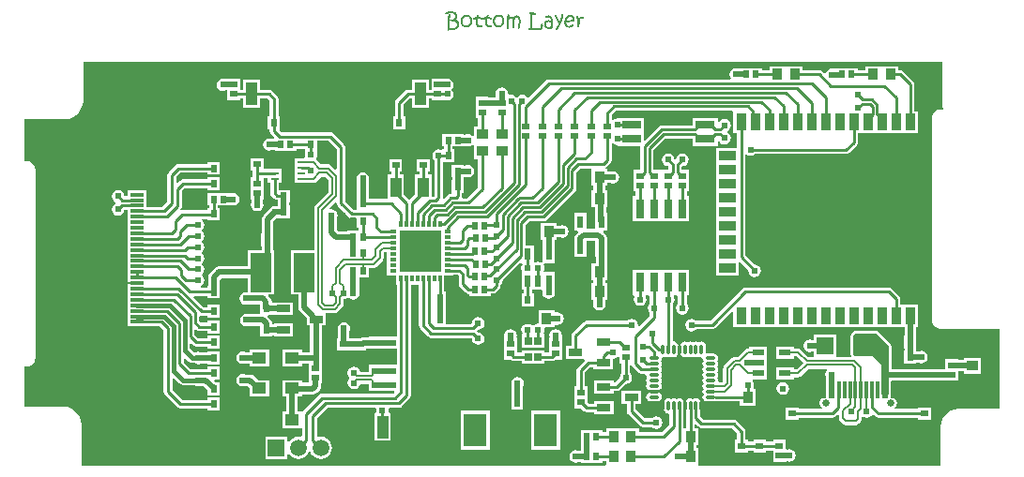
<source format=gbl>
G04*
G04 #@! TF.GenerationSoftware,Altium Limited,Altium Designer,21.6.1 (37)*
G04*
G04 Layer_Physical_Order=4*
G04 Layer_Color=16711680*
%FSLAX25Y25*%
%MOIN*%
G70*
G04*
G04 #@! TF.SameCoordinates,2E3D6A0A-ABA2-4879-AB81-27CE6CF8F1C7*
G04*
G04*
G04 #@! TF.FilePolarity,Positive*
G04*
G01*
G75*
%ADD17C,0.01000*%
%ADD18C,0.00800*%
%ADD19C,0.02000*%
%ADD20C,0.02559*%
%ADD21O,0.03937X0.07087*%
%ADD22O,0.03937X0.08268*%
%ADD23R,0.05906X0.05906*%
%ADD24C,0.05906*%
%ADD25C,0.02598*%
%ADD26C,0.02598*%
%ADD27C,0.02400*%
%ADD37R,0.03937X0.07087*%
%ADD38R,0.02362X0.05906*%
%ADD39R,0.01181X0.05906*%
%ADD40R,0.08661X0.02362*%
%ADD41R,0.03500X0.05900*%
%ADD42R,0.05900X0.03500*%
%ADD43R,0.03500X0.03500*%
%ADD44R,0.02362X0.04331*%
%ADD45R,0.04331X0.02362*%
%ADD46R,0.13780X0.13780*%
%ADD47O,0.01102X0.03543*%
%ADD48O,0.03543X0.01102*%
%ADD49R,0.03000X0.01000*%
%ADD50R,0.04700X0.07500*%
%ADD51R,0.01200X0.02400*%
%ADD52R,0.02400X0.01200*%
%ADD53R,0.13780X0.13780*%
%ADD54R,0.06890X0.02992*%
%ADD55R,0.03937X0.07874*%
%ADD56R,0.02992X0.06890*%
%ADD57R,0.02559X0.02362*%
%ADD58R,0.02362X0.02559*%
%ADD59R,0.04528X0.02559*%
%ADD60R,0.04921X0.02756*%
%ADD61R,0.08268X0.11811*%
%ADD62R,0.01968X0.06299*%
%ADD63R,0.02559X0.02756*%
%ADD64R,0.07378X0.13858*%
%ADD65R,0.04921X0.01181*%
%ADD66R,0.07087X0.08661*%
%ADD67R,0.06000X0.06000*%
%ADD68R,0.03858X0.03661*%
%ADD69R,0.03661X0.03858*%
%ADD70R,0.04921X0.03937*%
%ADD71C,0.01500*%
G36*
X153248Y71777D02*
Y57972D01*
Y57265D01*
X153524Y55877D01*
X153787Y55243D01*
X153509Y54827D01*
X152559D01*
X151776Y54724D01*
X151046Y54422D01*
X150419Y53941D01*
X149939Y53314D01*
X149636Y52584D01*
X149533Y51801D01*
Y-19980D01*
X149636Y-20763D01*
X149939Y-21493D01*
X150419Y-22120D01*
X151046Y-22601D01*
X151776Y-22903D01*
X152559Y-23006D01*
X173668D01*
X173668Y-51378D01*
X159135D01*
X157747Y-51654D01*
X156439Y-52196D01*
X155262Y-52982D01*
X154262Y-53983D01*
X153475Y-55160D01*
X152934Y-56467D01*
X152657Y-57855D01*
Y-58563D01*
Y-71777D01*
X67080D01*
X66724Y-71429D01*
X66724Y-71277D01*
Y-65571D01*
X65933D01*
Y-64429D01*
X66724D01*
Y-58571D01*
X65405D01*
Y-57296D01*
X65867Y-57104D01*
X66733Y-57971D01*
X67230Y-58303D01*
X67815Y-58419D01*
X78599D01*
X80471Y-60291D01*
Y-62646D01*
X79720D01*
Y-67008D01*
X84280D01*
Y-66356D01*
X86221D01*
Y-67008D01*
X90780D01*
Y-66356D01*
X93221D01*
Y-70354D01*
X97780D01*
X97780Y-70354D01*
X98280Y-70277D01*
X98980Y-70416D01*
X99839Y-70246D01*
X100566Y-69759D01*
X101053Y-69032D01*
X101223Y-68173D01*
X101053Y-67315D01*
X100566Y-66587D01*
X99839Y-66101D01*
X98980Y-65930D01*
X98280Y-66070D01*
X97852Y-65817D01*
X97780Y-65741D01*
Y-62646D01*
X93221D01*
Y-63297D01*
X90780D01*
Y-62646D01*
X86221D01*
Y-63297D01*
X84280D01*
Y-62646D01*
X83529D01*
Y-59658D01*
X83413Y-59072D01*
X83081Y-58576D01*
X80314Y-55808D01*
X79818Y-55477D01*
X79232Y-55360D01*
X68448D01*
X67375Y-54286D01*
Y-51976D01*
X67427Y-51713D01*
Y-49272D01*
X67306Y-48667D01*
X66963Y-48154D01*
X66451Y-47811D01*
X65845Y-47691D01*
X65240Y-47811D01*
X64860Y-48065D01*
X64480Y-47811D01*
X63875Y-47691D01*
X63270Y-47811D01*
X62757Y-48154D01*
X62414Y-48667D01*
X62294Y-49272D01*
Y-51713D01*
X62346Y-51976D01*
Y-58571D01*
X61475D01*
Y-51976D01*
X61527Y-51713D01*
Y-49272D01*
X61406Y-48667D01*
X61063Y-48154D01*
X60550Y-47811D01*
X59945Y-47691D01*
X59340Y-47811D01*
X58960Y-48065D01*
X58580Y-47811D01*
X57975Y-47691D01*
X57370Y-47811D01*
X56990Y-48065D01*
X56611Y-47811D01*
X56005Y-47691D01*
X55400Y-47811D01*
X54887Y-48154D01*
X54544Y-48667D01*
X54424Y-49272D01*
Y-51713D01*
X54544Y-52319D01*
X54887Y-52832D01*
X55400Y-53174D01*
X56005Y-53295D01*
X56059Y-53284D01*
X56446Y-53601D01*
Y-57139D01*
X53614Y-59971D01*
X45650D01*
Y-58571D01*
X40087D01*
X39988Y-58571D01*
X39587D01*
X39488Y-58571D01*
X33925D01*
Y-59971D01*
X32642D01*
Y-59220D01*
X24933D01*
Y-63779D01*
X25075D01*
Y-66220D01*
X24933D01*
Y-66463D01*
X24035D01*
X23988Y-66432D01*
X23130Y-66261D01*
X22272Y-66432D01*
X21544Y-66918D01*
X21058Y-67646D01*
X20887Y-68504D01*
X21058Y-69362D01*
X21544Y-70090D01*
X22272Y-70576D01*
X23130Y-70747D01*
X23988Y-70576D01*
X24041Y-70541D01*
X24933D01*
Y-70780D01*
X32642D01*
Y-70029D01*
X33925D01*
Y-71277D01*
X33569Y-71777D01*
X-152264Y-71777D01*
Y-57874D01*
Y-57166D01*
X-152540Y-55778D01*
X-153082Y-54471D01*
X-153868Y-53294D01*
X-154869Y-52293D01*
X-156045Y-51507D01*
X-157353Y-50965D01*
X-158741Y-50689D01*
X-172643D01*
X-172643Y-36490D01*
X-171732D01*
X-170949Y-36387D01*
X-170219Y-36085D01*
X-169592Y-35604D01*
X-169111Y-34977D01*
X-168809Y-34248D01*
X-168706Y-33465D01*
Y33465D01*
X-168809Y34248D01*
X-169111Y34977D01*
X-169592Y35604D01*
X-170219Y36085D01*
X-170949Y36387D01*
X-171732Y36490D01*
X-172643D01*
Y51378D01*
X-158151D01*
X-156763Y51654D01*
X-155455Y52196D01*
X-154278Y52982D01*
X-153277Y53983D01*
X-152491Y55160D01*
X-151949Y56467D01*
X-151673Y57855D01*
Y58563D01*
Y71777D01*
X153248Y71777D01*
D02*
G37*
G36*
X7623Y89482D02*
X7693D01*
X7769Y89475D01*
X7852Y89468D01*
X8033Y89447D01*
X8213Y89413D01*
X8394Y89371D01*
X8484Y89343D01*
X8560Y89309D01*
X8567D01*
X8574Y89302D01*
X8623Y89281D01*
X8678Y89246D01*
X8754Y89198D01*
X8824Y89135D01*
X8879Y89066D01*
X8928Y88982D01*
X8935Y88934D01*
X8942Y88885D01*
Y88878D01*
Y88864D01*
X8935Y88837D01*
X8928Y88802D01*
X8914Y88760D01*
X8900Y88719D01*
X8872Y88677D01*
X8838Y88635D01*
X8831Y88629D01*
X8817Y88622D01*
X8796Y88601D01*
X8768Y88587D01*
X8692Y88545D01*
X8650Y88538D01*
X8602Y88531D01*
X8588D01*
X8567Y88538D01*
X8532Y88545D01*
X8491Y88552D01*
X8435Y88573D01*
X8373Y88594D01*
X8296Y88629D01*
X8289Y88635D01*
X8255Y88649D01*
X8213Y88663D01*
X8157Y88684D01*
X8095Y88712D01*
X8026Y88733D01*
X7956Y88747D01*
X7894Y88760D01*
Y88753D01*
Y88747D01*
X7887Y88726D01*
Y88698D01*
X7880Y88656D01*
X7873Y88615D01*
X7866Y88566D01*
X7859Y88511D01*
X7845Y88379D01*
X7824Y88219D01*
X7804Y88046D01*
X7783Y87851D01*
X7762Y87636D01*
X7741Y87414D01*
X7720Y87171D01*
X7706Y86928D01*
X7693Y86672D01*
X7679Y86408D01*
X7672Y85880D01*
Y85873D01*
Y85852D01*
Y85811D01*
Y85762D01*
X7679Y85686D01*
Y85603D01*
X7686Y85499D01*
X7693Y85381D01*
X7700Y85242D01*
X7706Y85089D01*
X7720Y84923D01*
X7727Y84728D01*
X7748Y84520D01*
X7762Y84298D01*
X7790Y84048D01*
X7811Y83784D01*
X7818D01*
X7845Y83777D01*
X7894D01*
X7949Y83771D01*
X8019Y83764D01*
X8102Y83757D01*
X8192Y83750D01*
X8296Y83743D01*
X8505Y83722D01*
X8733Y83708D01*
X8949Y83701D01*
X9053Y83694D01*
X9233D01*
X9296Y83701D01*
X9372D01*
X9462Y83708D01*
X9559Y83722D01*
X9663Y83736D01*
X9893Y83771D01*
X10129Y83826D01*
X10357Y83909D01*
X10462Y83958D01*
X10566Y84013D01*
X10573Y84020D01*
X10593Y84048D01*
X10621Y84104D01*
X10656Y84173D01*
X10691Y84277D01*
X10711Y84333D01*
X10732Y84402D01*
X10746Y84478D01*
X10767Y84562D01*
X10788Y84652D01*
X10802Y84749D01*
Y84756D01*
Y84763D01*
X10809Y84805D01*
X10823Y84867D01*
X10829Y84943D01*
X10850Y85020D01*
X10864Y85089D01*
X10878Y85158D01*
X10899Y85200D01*
X10906Y85207D01*
X10913Y85228D01*
X10933Y85249D01*
X10961Y85283D01*
X10996Y85311D01*
X11045Y85332D01*
X11107Y85353D01*
X11176Y85360D01*
X11190D01*
X11232Y85353D01*
X11294Y85332D01*
X11364Y85297D01*
X11392Y85270D01*
X11426Y85235D01*
X11461Y85193D01*
X11489Y85145D01*
X11509Y85089D01*
X11530Y85020D01*
X11537Y84943D01*
X11544Y84853D01*
Y84839D01*
Y84812D01*
X11537Y84756D01*
Y84694D01*
X11523Y84610D01*
X11509Y84513D01*
X11496Y84409D01*
X11468Y84298D01*
X11440Y84180D01*
X11399Y84062D01*
X11350Y83937D01*
X11287Y83819D01*
X11218Y83701D01*
X11142Y83590D01*
X11045Y83486D01*
X10941Y83389D01*
Y83375D01*
X10933Y83368D01*
X10913Y83361D01*
X10885Y83347D01*
X10836Y83319D01*
X10781Y83299D01*
X10711Y83271D01*
X10628Y83236D01*
X10531Y83208D01*
X10420Y83174D01*
X10295Y83146D01*
X10163Y83111D01*
X10011Y83090D01*
X9851Y83070D01*
X9677Y83049D01*
X9490Y83042D01*
X9289Y83035D01*
X9018D01*
X8886Y83042D01*
X8727Y83049D01*
X8553D01*
X8359Y83063D01*
X8157Y83070D01*
X7949Y83083D01*
X7526Y83118D01*
X7311Y83146D01*
X7110Y83167D01*
X6908Y83201D01*
X6728Y83236D01*
X6714D01*
X6686Y83250D01*
X6638Y83257D01*
X6575Y83278D01*
X6450Y83319D01*
X6388Y83347D01*
X6339Y83375D01*
X6332Y83382D01*
X6318Y83389D01*
X6305Y83417D01*
X6284Y83444D01*
X6256Y83479D01*
X6242Y83528D01*
X6228Y83583D01*
X6221Y83646D01*
Y83659D01*
X6228Y83687D01*
X6242Y83736D01*
X6270Y83784D01*
X6312Y83833D01*
X6381Y83882D01*
X6430Y83895D01*
X6478Y83909D01*
X6534Y83923D01*
X6672D01*
X6728Y83916D01*
X6797Y83909D01*
X6881Y83902D01*
X6971Y83889D01*
X7075Y83868D01*
Y83882D01*
X7068Y83923D01*
Y83979D01*
X7061Y84062D01*
X7047Y84166D01*
X7040Y84284D01*
X7033Y84416D01*
X7019Y84562D01*
X7012Y84714D01*
X6999Y84874D01*
X6985Y85207D01*
X6971Y85547D01*
X6964Y85707D01*
Y85866D01*
Y85873D01*
Y85880D01*
Y85901D01*
Y85929D01*
Y85964D01*
Y86005D01*
Y86102D01*
X6971Y86234D01*
Y86380D01*
X6978Y86554D01*
X6985Y86741D01*
X6999Y86949D01*
X7012Y87178D01*
X7026Y87414D01*
X7040Y87664D01*
X7068Y87928D01*
X7089Y88198D01*
X7151Y88753D01*
X6971Y88733D01*
X6929D01*
X6894Y88740D01*
X6839Y88753D01*
X6776Y88774D01*
X6714Y88816D01*
X6665Y88871D01*
X6624Y88955D01*
X6617Y89003D01*
X6610Y89059D01*
Y89073D01*
Y89100D01*
X6624Y89142D01*
X6638Y89191D01*
X6658Y89246D01*
X6693Y89302D01*
X6742Y89357D01*
X6811Y89399D01*
X6818Y89406D01*
X6846Y89413D01*
X6894Y89427D01*
X6964Y89447D01*
X7054Y89461D01*
X7158Y89475D01*
X7290Y89482D01*
X7443Y89489D01*
X7561D01*
X7623Y89482D01*
D02*
G37*
G36*
X-7999Y88594D02*
X-7964Y88587D01*
X-7902Y88566D01*
X-7867Y88538D01*
X-7832Y88511D01*
X-7825Y88504D01*
X-7818Y88497D01*
X-7805Y88476D01*
X-7791Y88448D01*
X-7763Y88379D01*
X-7749Y88344D01*
Y88295D01*
Y88288D01*
Y88282D01*
Y88261D01*
X-7756Y88233D01*
X-7770Y88157D01*
X-7805Y88060D01*
Y88052D01*
X-7811Y88039D01*
X-7825Y88011D01*
X-7839Y87976D01*
X-7874Y87886D01*
X-7915Y87782D01*
X-7853D01*
X-7784Y87775D01*
X-7693Y87768D01*
X-7589Y87754D01*
X-7471Y87740D01*
X-7346Y87713D01*
X-7215Y87685D01*
X-7083Y87650D01*
X-6958Y87608D01*
X-6840Y87560D01*
X-6736Y87504D01*
X-6645Y87435D01*
X-6576Y87358D01*
X-6548Y87317D01*
X-6527Y87268D01*
X-6521Y87220D01*
X-6514Y87171D01*
Y87164D01*
Y87150D01*
X-6521Y87129D01*
Y87095D01*
X-6548Y87025D01*
X-6569Y86991D01*
X-6597Y86956D01*
X-6611Y86942D01*
X-6645Y86914D01*
X-6708Y86887D01*
X-6743Y86880D01*
X-6784Y86873D01*
X-6798D01*
X-6819Y86880D01*
X-6854Y86893D01*
X-6909Y86907D01*
X-6986Y86928D01*
X-7076Y86963D01*
X-7138Y86991D01*
X-7201Y87011D01*
X-7208D01*
X-7215Y87018D01*
X-7235Y87025D01*
X-7263Y87032D01*
X-7333Y87053D01*
X-7423Y87081D01*
X-7527Y87109D01*
X-7645Y87129D01*
X-7770Y87143D01*
X-7902Y87150D01*
X-7971D01*
X-8040Y87143D01*
X-8124Y87136D01*
Y87129D01*
X-8131Y87109D01*
X-8138Y87081D01*
X-8145Y87039D01*
X-8151Y86984D01*
X-8165Y86921D01*
X-8179Y86859D01*
X-8186Y86782D01*
X-8214Y86616D01*
X-8235Y86436D01*
X-8249Y86248D01*
X-8256Y86061D01*
Y86054D01*
Y86033D01*
Y85998D01*
X-8249Y85957D01*
Y85901D01*
X-8242Y85846D01*
X-8228Y85700D01*
X-8207Y85547D01*
X-8165Y85387D01*
X-8117Y85228D01*
X-8047Y85089D01*
Y85082D01*
X-8040Y85075D01*
X-8006Y85040D01*
X-7957Y84985D01*
X-7895Y84923D01*
X-7805Y84860D01*
X-7707Y84812D01*
X-7582Y84770D01*
X-7520Y84763D01*
X-7451Y84756D01*
X-7430D01*
X-7402Y84763D01*
X-7374D01*
X-7326Y84770D01*
X-7277Y84784D01*
X-7221Y84805D01*
X-7152Y84825D01*
X-7145Y84832D01*
X-7117Y84839D01*
X-7083Y84853D01*
X-7041Y84867D01*
X-6951Y84888D01*
X-6909Y84902D01*
X-6861D01*
X-6826Y84895D01*
X-6784Y84881D01*
X-6729Y84860D01*
X-6673Y84819D01*
X-6632Y84756D01*
X-6611Y84721D01*
X-6597Y84673D01*
X-6583Y84624D01*
Y84562D01*
Y84555D01*
X-6590Y84527D01*
X-6597Y84485D01*
X-6611Y84437D01*
X-6645Y84381D01*
X-6687Y84319D01*
X-6743Y84263D01*
X-6826Y84208D01*
X-6840Y84201D01*
X-6868Y84187D01*
X-6923Y84166D01*
X-6993Y84145D01*
X-7090Y84118D01*
X-7201Y84097D01*
X-7326Y84083D01*
X-7471Y84076D01*
X-7506D01*
X-7534Y84083D01*
X-7610Y84090D01*
X-7707Y84111D01*
X-7825Y84138D01*
X-7950Y84180D01*
X-8089Y84242D01*
X-8228Y84333D01*
X-8374Y84437D01*
X-8443Y84499D01*
X-8512Y84569D01*
X-8575Y84652D01*
X-8637Y84735D01*
X-8700Y84825D01*
X-8755Y84930D01*
X-8804Y85040D01*
X-8852Y85166D01*
X-8894Y85290D01*
X-8929Y85436D01*
X-8957Y85582D01*
X-8977Y85748D01*
X-8984Y85922D01*
X-8991Y86102D01*
Y86109D01*
Y86123D01*
Y86144D01*
Y86179D01*
Y86220D01*
X-8984Y86269D01*
Y86317D01*
X-8977Y86380D01*
X-8963Y86519D01*
X-8950Y86685D01*
X-8922Y86859D01*
X-8887Y87046D01*
X-8894D01*
X-8908Y87039D01*
X-8936D01*
X-8977Y87025D01*
X-9040Y87018D01*
X-9116Y87005D01*
X-9206Y86984D01*
X-9324Y86963D01*
X-9331D01*
X-9359Y86956D01*
X-9401Y86949D01*
X-9442Y86942D01*
X-9546Y86928D01*
X-9602Y86921D01*
X-9657D01*
X-9706Y86928D01*
X-9762Y86935D01*
X-9831Y86956D01*
X-9907Y86991D01*
X-9963Y87046D01*
X-9984Y87076D01*
X-10005Y87025D01*
X-10025Y86991D01*
X-10053Y86956D01*
X-10067Y86942D01*
X-10102Y86914D01*
X-10164Y86887D01*
X-10199Y86880D01*
X-10240Y86873D01*
X-10254D01*
X-10275Y86880D01*
X-10310Y86893D01*
X-10365Y86907D01*
X-10442Y86928D01*
X-10532Y86963D01*
X-10594Y86991D01*
X-10657Y87011D01*
X-10664D01*
X-10671Y87018D01*
X-10691Y87025D01*
X-10719Y87032D01*
X-10789Y87053D01*
X-10879Y87081D01*
X-10983Y87109D01*
X-11101Y87129D01*
X-11226Y87143D01*
X-11358Y87150D01*
X-11427D01*
X-11497Y87143D01*
X-11580Y87136D01*
Y87129D01*
X-11587Y87109D01*
X-11594Y87081D01*
X-11601Y87039D01*
X-11608Y86984D01*
X-11621Y86921D01*
X-11635Y86859D01*
X-11642Y86782D01*
X-11670Y86616D01*
X-11691Y86436D01*
X-11705Y86248D01*
X-11712Y86061D01*
Y86054D01*
Y86033D01*
Y85998D01*
X-11705Y85957D01*
Y85901D01*
X-11698Y85846D01*
X-11684Y85700D01*
X-11663Y85547D01*
X-11621Y85387D01*
X-11573Y85228D01*
X-11503Y85089D01*
Y85082D01*
X-11497Y85075D01*
X-11462Y85040D01*
X-11413Y84985D01*
X-11351Y84923D01*
X-11261Y84860D01*
X-11163Y84812D01*
X-11039Y84770D01*
X-10976Y84763D01*
X-10907Y84756D01*
X-10886D01*
X-10858Y84763D01*
X-10830D01*
X-10782Y84770D01*
X-10733Y84784D01*
X-10678Y84805D01*
X-10608Y84825D01*
X-10601Y84832D01*
X-10573Y84839D01*
X-10539Y84853D01*
X-10497Y84867D01*
X-10407Y84888D01*
X-10365Y84902D01*
X-10317D01*
X-10282Y84895D01*
X-10240Y84881D01*
X-10185Y84860D01*
X-10129Y84819D01*
X-10088Y84756D01*
X-10067Y84721D01*
X-10053Y84673D01*
X-10039Y84624D01*
Y84562D01*
Y84555D01*
X-10046Y84527D01*
X-10053Y84485D01*
X-10067Y84437D01*
X-10102Y84381D01*
X-10143Y84319D01*
X-10199Y84263D01*
X-10282Y84208D01*
X-10296Y84201D01*
X-10324Y84187D01*
X-10379Y84166D01*
X-10449Y84145D01*
X-10546Y84118D01*
X-10657Y84097D01*
X-10782Y84083D01*
X-10927Y84076D01*
X-10962D01*
X-10990Y84083D01*
X-11066Y84090D01*
X-11163Y84111D01*
X-11281Y84138D01*
X-11406Y84180D01*
X-11545Y84242D01*
X-11684Y84333D01*
X-11830Y84437D01*
X-11899Y84499D01*
X-11969Y84569D01*
X-12031Y84652D01*
X-12093Y84735D01*
X-12156Y84825D01*
X-12211Y84930D01*
X-12260Y85040D01*
X-12308Y85166D01*
X-12350Y85290D01*
X-12385Y85436D01*
X-12413Y85582D01*
X-12433Y85748D01*
X-12440Y85922D01*
X-12447Y86102D01*
Y86109D01*
Y86123D01*
Y86144D01*
Y86179D01*
Y86220D01*
X-12440Y86269D01*
Y86317D01*
X-12433Y86380D01*
X-12420Y86519D01*
X-12406Y86685D01*
X-12378Y86859D01*
X-12343Y87046D01*
X-12350D01*
X-12364Y87039D01*
X-12392D01*
X-12433Y87025D01*
X-12496Y87018D01*
X-12572Y87005D01*
X-12663Y86984D01*
X-12780Y86963D01*
X-12787D01*
X-12815Y86956D01*
X-12857Y86949D01*
X-12898Y86942D01*
X-13002Y86928D01*
X-13058Y86921D01*
X-13114D01*
X-13162Y86928D01*
X-13218Y86935D01*
X-13287Y86956D01*
X-13363Y86991D01*
X-13419Y87046D01*
X-13467Y87116D01*
X-13475Y87164D01*
X-13481Y87213D01*
Y87220D01*
Y87234D01*
X-13475Y87254D01*
X-13461Y87275D01*
X-13440Y87310D01*
X-13412Y87345D01*
X-13370Y87386D01*
X-13315Y87428D01*
X-13245Y87476D01*
X-13162Y87518D01*
X-13051Y87560D01*
X-12926Y87608D01*
X-12774Y87643D01*
X-12600Y87685D01*
X-12503Y87699D01*
X-12392Y87713D01*
X-12281Y87726D01*
X-12163Y87740D01*
Y87747D01*
X-12149Y87775D01*
X-12135Y87817D01*
X-12114Y87872D01*
X-12087Y87941D01*
X-12059Y88011D01*
X-11975Y88170D01*
X-11878Y88330D01*
X-11823Y88399D01*
X-11767Y88469D01*
X-11705Y88524D01*
X-11635Y88566D01*
X-11566Y88594D01*
X-11497Y88601D01*
X-11476D01*
X-11455Y88594D01*
X-11420Y88587D01*
X-11358Y88566D01*
X-11323Y88538D01*
X-11288Y88511D01*
X-11281Y88504D01*
X-11275Y88497D01*
X-11261Y88476D01*
X-11247Y88448D01*
X-11219Y88379D01*
X-11205Y88344D01*
Y88295D01*
Y88288D01*
Y88282D01*
Y88261D01*
X-11212Y88233D01*
X-11226Y88157D01*
X-11261Y88060D01*
Y88052D01*
X-11268Y88039D01*
X-11281Y88011D01*
X-11295Y87976D01*
X-11330Y87886D01*
X-11372Y87782D01*
X-11309D01*
X-11240Y87775D01*
X-11150Y87768D01*
X-11045Y87754D01*
X-10927Y87740D01*
X-10803Y87713D01*
X-10671Y87685D01*
X-10539Y87650D01*
X-10414Y87608D01*
X-10296Y87560D01*
X-10192Y87504D01*
X-10102Y87435D01*
X-10032Y87358D01*
X-10005Y87317D01*
X-9994Y87293D01*
X-9984Y87310D01*
X-9956Y87345D01*
X-9914Y87386D01*
X-9859Y87428D01*
X-9789Y87476D01*
X-9706Y87518D01*
X-9595Y87560D01*
X-9470Y87608D01*
X-9317Y87643D01*
X-9144Y87685D01*
X-9047Y87699D01*
X-8936Y87713D01*
X-8825Y87726D01*
X-8707Y87740D01*
Y87747D01*
X-8693Y87775D01*
X-8679Y87817D01*
X-8658Y87872D01*
X-8630Y87941D01*
X-8603Y88011D01*
X-8519Y88170D01*
X-8422Y88330D01*
X-8367Y88399D01*
X-8311Y88469D01*
X-8249Y88524D01*
X-8179Y88566D01*
X-8110Y88594D01*
X-8040Y88601D01*
X-8020D01*
X-7999Y88594D01*
D02*
G37*
G36*
X23662Y88198D02*
X23689Y88191D01*
X23724Y88177D01*
X23759Y88157D01*
X23800Y88129D01*
X23849Y88087D01*
X23897Y88039D01*
X23946Y87976D01*
X24002Y87900D01*
X24057Y87810D01*
X24106Y87705D01*
X24161Y87581D01*
X24210Y87435D01*
X24258Y87268D01*
X24265Y87275D01*
X24279Y87303D01*
X24300Y87338D01*
X24328Y87379D01*
X24369Y87435D01*
X24418Y87497D01*
X24474Y87560D01*
X24536Y87629D01*
X24605Y87699D01*
X24689Y87761D01*
X24779Y87823D01*
X24876Y87879D01*
X24980Y87921D01*
X25098Y87962D01*
X25216Y87983D01*
X25348Y87990D01*
X25410D01*
X25473Y87983D01*
X25556Y87969D01*
X25646Y87948D01*
X25743Y87921D01*
X25834Y87879D01*
X25924Y87823D01*
X25931Y87817D01*
X25959Y87796D01*
X25993Y87754D01*
X26042Y87705D01*
X26083Y87650D01*
X26118Y87574D01*
X26146Y87490D01*
X26153Y87400D01*
Y87393D01*
Y87379D01*
X26146Y87352D01*
Y87317D01*
X26118Y87248D01*
X26097Y87206D01*
X26070Y87171D01*
X26063Y87164D01*
X26056Y87157D01*
X26014Y87129D01*
X25952Y87095D01*
X25910Y87088D01*
X25868Y87081D01*
X25855D01*
X25834Y87088D01*
X25806Y87095D01*
X25771Y87109D01*
X25723Y87136D01*
X25674Y87164D01*
X25612Y87206D01*
X25605Y87213D01*
X25584Y87227D01*
X25549Y87248D01*
X25515Y87275D01*
X25417Y87317D01*
X25362Y87331D01*
X25313Y87338D01*
X25299D01*
X25258Y87331D01*
X25195Y87324D01*
X25112Y87303D01*
X25029Y87261D01*
X24931Y87206D01*
X24841Y87136D01*
X24800Y87088D01*
X24758Y87032D01*
X24751Y87019D01*
X24723Y86977D01*
X24696Y86914D01*
X24654Y86817D01*
X24619Y86706D01*
X24585Y86567D01*
X24557Y86401D01*
X24550Y86220D01*
Y85755D01*
Y85748D01*
Y85721D01*
Y85679D01*
Y85624D01*
X24543Y85561D01*
Y85478D01*
X24536Y85395D01*
X24529Y85304D01*
X24508Y85103D01*
X24480Y84895D01*
X24439Y84687D01*
X24411Y84589D01*
X24383Y84499D01*
Y84492D01*
X24376Y84478D01*
X24369Y84458D01*
X24355Y84430D01*
X24321Y84360D01*
X24279Y84284D01*
X24217Y84208D01*
X24147Y84138D01*
X24113Y84111D01*
X24071Y84090D01*
X24029Y84076D01*
X23981Y84069D01*
X23967D01*
X23932Y84076D01*
X23877Y84083D01*
X23821Y84111D01*
X23766Y84145D01*
X23710Y84201D01*
X23675Y84284D01*
X23668Y84333D01*
X23662Y84388D01*
Y84395D01*
Y84402D01*
X23668Y84430D01*
X23675Y84471D01*
X23682Y84534D01*
X23703Y84617D01*
X23717Y84666D01*
X23724Y84721D01*
X23745Y84791D01*
X23759Y84860D01*
Y84867D01*
X23766Y84881D01*
Y84902D01*
X23773Y84930D01*
X23786Y84971D01*
X23793Y85013D01*
X23814Y85117D01*
X23828Y85235D01*
X23849Y85367D01*
X23856Y85499D01*
X23863Y85637D01*
Y85651D01*
Y85679D01*
Y85735D01*
X23856Y85804D01*
Y85887D01*
X23849Y85984D01*
X23842Y86095D01*
X23828Y86213D01*
X23814Y86338D01*
X23793Y86470D01*
X23738Y86741D01*
X23668Y86998D01*
X23620Y87123D01*
X23571Y87240D01*
X23564Y87248D01*
X23557Y87268D01*
X23543Y87296D01*
X23523Y87338D01*
X23488Y87407D01*
X23439Y87490D01*
X23412Y87546D01*
X23377Y87608D01*
X23370Y87615D01*
X23363Y87636D01*
X23349Y87671D01*
X23328Y87705D01*
X23294Y87796D01*
X23287Y87844D01*
X23280Y87886D01*
Y87893D01*
Y87907D01*
X23287Y87928D01*
X23294Y87955D01*
X23307Y87990D01*
X23328Y88025D01*
X23356Y88066D01*
X23391Y88101D01*
X23398Y88108D01*
X23412Y88115D01*
X23433Y88136D01*
X23460Y88157D01*
X23537Y88191D01*
X23578Y88198D01*
X23627Y88205D01*
X23641D01*
X23662Y88198D01*
D02*
G37*
G36*
X18450Y88816D02*
X18498Y88802D01*
X18561Y88767D01*
X18623Y88719D01*
X18651Y88684D01*
X18679Y88635D01*
X18699Y88587D01*
X18713Y88531D01*
X18720Y88462D01*
X18727Y88386D01*
Y88379D01*
Y88365D01*
Y88337D01*
X18720Y88295D01*
X18713Y88247D01*
X18706Y88184D01*
X18699Y88108D01*
X18679Y88018D01*
X18665Y87921D01*
X18637Y87803D01*
X18609Y87678D01*
X18575Y87532D01*
X18533Y87379D01*
X18484Y87206D01*
X18422Y87019D01*
X18359Y86817D01*
X18352Y86803D01*
X18345Y86769D01*
X18325Y86713D01*
X18290Y86637D01*
X18255Y86533D01*
X18207Y86415D01*
X18151Y86269D01*
X18082Y86109D01*
X18005Y85929D01*
X17915Y85735D01*
X17811Y85519D01*
X17707Y85290D01*
X17582Y85048D01*
X17450Y84784D01*
X17304Y84513D01*
X17145Y84222D01*
Y84215D01*
X17138Y84208D01*
X17131Y84187D01*
X17117Y84159D01*
X17082Y84090D01*
X17034Y84000D01*
X16985Y83889D01*
X16923Y83771D01*
X16860Y83646D01*
X16791Y83514D01*
X16784Y83500D01*
X16763Y83472D01*
X16728Y83424D01*
X16687Y83375D01*
X16631Y83326D01*
X16569Y83278D01*
X16499Y83250D01*
X16423Y83236D01*
X16402D01*
X16381Y83243D01*
X16347Y83250D01*
X16312Y83264D01*
X16277Y83285D01*
X16236Y83312D01*
X16194Y83347D01*
X16187Y83354D01*
X16180Y83368D01*
X16166Y83389D01*
X16146Y83417D01*
X16111Y83493D01*
X16104Y83535D01*
X16097Y83583D01*
Y83597D01*
X16104Y83632D01*
X16111Y83687D01*
X16138Y83771D01*
X16173Y83875D01*
X16229Y84007D01*
X16305Y84166D01*
X16354Y84256D01*
X16409Y84354D01*
Y84360D01*
X16416Y84367D01*
X16444Y84409D01*
X16479Y84471D01*
X16520Y84555D01*
X16576Y84645D01*
X16638Y84756D01*
X16708Y84874D01*
X16777Y84992D01*
X16909Y85228D01*
X16971Y85339D01*
X17027Y85436D01*
X17082Y85519D01*
X17117Y85589D01*
X17145Y85637D01*
X17152Y85651D01*
X17159Y85658D01*
X17152Y85672D01*
X17131Y85700D01*
X17089Y85748D01*
X17041Y85818D01*
X16985Y85901D01*
X16916Y86005D01*
X16839Y86116D01*
X16756Y86234D01*
X16673Y86366D01*
X16583Y86505D01*
X16395Y86803D01*
X16215Y87116D01*
X16048Y87421D01*
Y87428D01*
X16034Y87449D01*
X16021Y87483D01*
X16000Y87525D01*
X15972Y87581D01*
X15944Y87643D01*
X15889Y87775D01*
X15826Y87921D01*
X15771Y88066D01*
X15736Y88198D01*
X15729Y88254D01*
X15722Y88302D01*
Y88309D01*
Y88316D01*
X15729Y88351D01*
X15736Y88406D01*
X15764Y88469D01*
X15799Y88524D01*
X15854Y88580D01*
X15930Y88615D01*
X15972Y88629D01*
X16034D01*
X16062Y88622D01*
X16097Y88608D01*
X16152Y88587D01*
X16208Y88545D01*
X16270Y88483D01*
X16305Y88448D01*
X16347Y88399D01*
X16381Y88351D01*
X16416Y88288D01*
Y88282D01*
X16423Y88275D01*
X16437Y88254D01*
X16444Y88226D01*
X16479Y88150D01*
X16527Y88052D01*
X16576Y87941D01*
X16638Y87810D01*
X16701Y87678D01*
X16763Y87532D01*
X16770Y87525D01*
X16777Y87504D01*
X16798Y87470D01*
X16819Y87421D01*
X16846Y87366D01*
X16881Y87296D01*
X16923Y87220D01*
X16971Y87136D01*
X17075Y86949D01*
X17193Y86748D01*
X17332Y86533D01*
X17478Y86317D01*
Y86325D01*
X17492Y86345D01*
X17506Y86387D01*
X17520Y86436D01*
X17547Y86498D01*
X17568Y86574D01*
X17596Y86658D01*
X17631Y86748D01*
X17665Y86852D01*
X17700Y86963D01*
X17769Y87206D01*
X17839Y87470D01*
X17901Y87740D01*
Y87747D01*
X17908Y87775D01*
X17915Y87810D01*
X17929Y87858D01*
X17943Y87921D01*
X17957Y87983D01*
X17985Y88129D01*
X18012Y88268D01*
X18026Y88337D01*
X18040Y88399D01*
X18054Y88448D01*
X18061Y88490D01*
X18068Y88511D01*
Y88524D01*
Y88531D01*
X18075Y88538D01*
X18089Y88573D01*
X18110Y88622D01*
X18151Y88677D01*
X18193Y88726D01*
X18248Y88774D01*
X18318Y88809D01*
X18352Y88823D01*
X18408D01*
X18450Y88816D01*
D02*
G37*
G36*
X13474Y88358D02*
X13508D01*
X13557Y88351D01*
X13668Y88330D01*
X13800Y88295D01*
X13946Y88240D01*
X14098Y88164D01*
X14265Y88066D01*
X14341Y88011D01*
X14424Y87941D01*
X14501Y87872D01*
X14577Y87789D01*
X14653Y87699D01*
X14723Y87594D01*
X14792Y87483D01*
X14855Y87366D01*
X14910Y87234D01*
X14966Y87095D01*
X15014Y86942D01*
X15049Y86782D01*
X15084Y86602D01*
X15104Y86415D01*
X15118Y86213D01*
X15125Y85998D01*
Y85984D01*
Y85957D01*
Y85901D01*
X15118Y85832D01*
Y85742D01*
X15111Y85631D01*
X15104Y85513D01*
X15091Y85374D01*
X15077Y85228D01*
X15056Y85068D01*
X15028Y84895D01*
X15000Y84721D01*
X14973Y84534D01*
X14931Y84340D01*
X14834Y83944D01*
Y83937D01*
X14827Y83923D01*
X14820Y83895D01*
X14806Y83861D01*
X14778Y83777D01*
X14730Y83680D01*
X14667Y83576D01*
X14598Y83493D01*
X14556Y83458D01*
X14508Y83430D01*
X14459Y83417D01*
X14411Y83410D01*
X14397D01*
X14362Y83417D01*
X14320Y83430D01*
X14265Y83451D01*
X14209Y83493D01*
X14168Y83548D01*
X14133Y83632D01*
X14126Y83687D01*
X14119Y83743D01*
Y83757D01*
Y83784D01*
X14126Y83819D01*
X14133Y83847D01*
X14126D01*
X14119Y83840D01*
X14098Y83826D01*
X14070Y83819D01*
X13994Y83784D01*
X13897Y83750D01*
X13786Y83715D01*
X13654Y83680D01*
X13515Y83659D01*
X13370Y83653D01*
X13300D01*
X13258Y83659D01*
X13196Y83666D01*
X13127Y83673D01*
X13057Y83687D01*
X12974Y83701D01*
X12800Y83750D01*
X12620Y83819D01*
X12530Y83861D01*
X12446Y83916D01*
X12363Y83972D01*
X12287Y84041D01*
X12280Y84048D01*
X12273Y84062D01*
X12252Y84083D01*
X12224Y84111D01*
X12197Y84152D01*
X12162Y84201D01*
X12127Y84256D01*
X12093Y84326D01*
X12058Y84395D01*
X12023Y84478D01*
X11988Y84569D01*
X11961Y84666D01*
X11933Y84777D01*
X11912Y84888D01*
X11905Y85006D01*
X11898Y85138D01*
Y85145D01*
Y85172D01*
Y85207D01*
X11905Y85256D01*
X11912Y85318D01*
X11919Y85388D01*
X11933Y85464D01*
X11954Y85547D01*
X12002Y85728D01*
X12037Y85825D01*
X12072Y85915D01*
X12120Y86012D01*
X12176Y86102D01*
X12238Y86186D01*
X12315Y86269D01*
X12321Y86276D01*
X12335Y86290D01*
X12356Y86311D01*
X12391Y86338D01*
X12433Y86366D01*
X12488Y86401D01*
X12544Y86442D01*
X12613Y86484D01*
X12689Y86519D01*
X12773Y86560D01*
X12863Y86595D01*
X12967Y86630D01*
X13071Y86651D01*
X13182Y86672D01*
X13307Y86685D01*
X13432Y86692D01*
X13487D01*
X13536Y86685D01*
X13585Y86678D01*
X13647Y86672D01*
X13716Y86658D01*
X13786Y86644D01*
X13946Y86595D01*
X14036Y86560D01*
X14119Y86526D01*
X14209Y86477D01*
X14292Y86422D01*
X14376Y86359D01*
X14459Y86290D01*
Y86297D01*
Y86304D01*
Y86325D01*
X14452Y86352D01*
X14445Y86422D01*
X14431Y86512D01*
X14411Y86616D01*
X14383Y86734D01*
X14348Y86866D01*
X14299Y86998D01*
X14244Y87123D01*
X14175Y87254D01*
X14084Y87372D01*
X13987Y87476D01*
X13869Y87567D01*
X13730Y87636D01*
X13661Y87664D01*
X13578Y87685D01*
X13494Y87692D01*
X13404Y87699D01*
X13363D01*
X13321Y87692D01*
X13265Y87685D01*
X13189Y87664D01*
X13113Y87643D01*
X13023Y87608D01*
X12932Y87567D01*
X12918Y87560D01*
X12891Y87546D01*
X12849Y87525D01*
X12800Y87504D01*
X12689Y87463D01*
X12641Y87449D01*
X12606Y87442D01*
X12585D01*
X12564Y87449D01*
X12530Y87456D01*
X12460Y87483D01*
X12419Y87504D01*
X12384Y87539D01*
X12377Y87546D01*
X12370Y87560D01*
X12356Y87574D01*
X12342Y87601D01*
X12308Y87678D01*
X12301Y87719D01*
X12294Y87768D01*
Y87775D01*
X12301Y87803D01*
X12308Y87844D01*
X12335Y87900D01*
X12370Y87962D01*
X12426Y88025D01*
X12502Y88094D01*
X12551Y88129D01*
X12606Y88164D01*
X12613D01*
X12620Y88170D01*
X12641Y88184D01*
X12668Y88198D01*
X12738Y88226D01*
X12828Y88268D01*
X12946Y88302D01*
X13078Y88337D01*
X13231Y88358D01*
X13397Y88365D01*
X13439D01*
X13474Y88358D01*
D02*
G37*
G36*
X21302Y88573D02*
X21364Y88566D01*
X21434Y88552D01*
X21517Y88538D01*
X21600Y88517D01*
X21690Y88497D01*
X21788Y88462D01*
X21885Y88427D01*
X21982Y88379D01*
X22079Y88323D01*
X22176Y88261D01*
X22274Y88184D01*
X22364Y88101D01*
X22371Y88094D01*
X22385Y88080D01*
X22405Y88052D01*
X22440Y88018D01*
X22475Y87969D01*
X22509Y87914D01*
X22551Y87844D01*
X22600Y87768D01*
X22641Y87685D01*
X22683Y87594D01*
X22718Y87497D01*
X22759Y87386D01*
X22787Y87275D01*
X22808Y87150D01*
X22822Y87019D01*
X22829Y86887D01*
Y86880D01*
Y86873D01*
Y86852D01*
X22822Y86824D01*
X22815Y86762D01*
X22794Y86678D01*
X22766Y86588D01*
X22718Y86498D01*
X22655Y86408D01*
X22565Y86331D01*
X22558D01*
X22537Y86317D01*
X22496Y86304D01*
X22468Y86290D01*
X22433Y86276D01*
X22391Y86262D01*
X22336Y86248D01*
X22280Y86234D01*
X22211Y86213D01*
X22135Y86193D01*
X22045Y86172D01*
X21947Y86151D01*
X21836Y86130D01*
X21829D01*
X21802Y86123D01*
X21760Y86116D01*
X21698Y86102D01*
X21628Y86089D01*
X21552Y86075D01*
X21455Y86061D01*
X21357Y86047D01*
X21142Y86019D01*
X20906Y85991D01*
X20670Y85970D01*
X20448Y85964D01*
X20351D01*
X20275Y85970D01*
X20185D01*
X20074Y85978D01*
X19955Y85984D01*
X19824Y85998D01*
Y85991D01*
Y85984D01*
Y85964D01*
Y85943D01*
X19831Y85873D01*
X19838Y85783D01*
X19858Y85686D01*
X19879Y85568D01*
X19907Y85443D01*
X19955Y85318D01*
X20004Y85193D01*
X20074Y85068D01*
X20157Y84950D01*
X20254Y84853D01*
X20372Y84763D01*
X20511Y84694D01*
X20587Y84673D01*
X20670Y84652D01*
X20761Y84645D01*
X20851Y84638D01*
X20899D01*
X20948Y84645D01*
X21017Y84659D01*
X21094Y84680D01*
X21184Y84707D01*
X21267Y84742D01*
X21357Y84798D01*
X21364Y84805D01*
X21378Y84812D01*
X21413Y84839D01*
X21455Y84874D01*
X21510Y84923D01*
X21586Y84992D01*
X21670Y85075D01*
X21774Y85179D01*
X21781Y85186D01*
X21795Y85200D01*
X21815Y85214D01*
X21843Y85242D01*
X21913Y85277D01*
X21954Y85290D01*
X21996Y85297D01*
X22024D01*
X22051Y85290D01*
X22086Y85283D01*
X22128Y85270D01*
X22169Y85249D01*
X22218Y85221D01*
X22260Y85179D01*
X22266Y85172D01*
X22280Y85158D01*
X22294Y85138D01*
X22315Y85103D01*
X22336Y85061D01*
X22357Y85013D01*
X22364Y84964D01*
X22371Y84902D01*
Y84895D01*
Y84881D01*
X22364Y84853D01*
X22357Y84819D01*
X22343Y84784D01*
X22329Y84742D01*
X22301Y84694D01*
X22266Y84652D01*
X22260Y84645D01*
X22239Y84624D01*
X22204Y84589D01*
X22155Y84548D01*
X22100Y84499D01*
X22031Y84444D01*
X21947Y84381D01*
X21857Y84319D01*
X21753Y84256D01*
X21642Y84194D01*
X21524Y84138D01*
X21392Y84090D01*
X21260Y84048D01*
X21114Y84013D01*
X20969Y83993D01*
X20816Y83986D01*
X20774D01*
X20740Y83993D01*
X20705D01*
X20656Y84000D01*
X20552Y84020D01*
X20421Y84048D01*
X20275Y84090D01*
X20122Y84152D01*
X19963Y84236D01*
X19803Y84340D01*
X19726Y84402D01*
X19650Y84471D01*
X19574Y84548D01*
X19504Y84631D01*
X19435Y84721D01*
X19373Y84825D01*
X19317Y84930D01*
X19268Y85048D01*
X19220Y85179D01*
X19185Y85318D01*
X19150Y85464D01*
X19130Y85624D01*
X19116Y85790D01*
X19109Y85970D01*
Y85984D01*
Y86019D01*
X19116Y86068D01*
Y86144D01*
X19123Y86227D01*
X19137Y86331D01*
X19157Y86449D01*
X19178Y86574D01*
X19206Y86706D01*
X19241Y86852D01*
X19282Y86998D01*
X19338Y87143D01*
X19400Y87296D01*
X19470Y87442D01*
X19553Y87594D01*
X19650Y87733D01*
X19657Y87740D01*
X19678Y87768D01*
X19713Y87810D01*
X19761Y87865D01*
X19824Y87928D01*
X19893Y88004D01*
X19976Y88080D01*
X20074Y88157D01*
X20178Y88233D01*
X20296Y88309D01*
X20421Y88386D01*
X20559Y88448D01*
X20705Y88504D01*
X20858Y88545D01*
X21017Y88573D01*
X21184Y88580D01*
X21253D01*
X21302Y88573D01*
D02*
G37*
G36*
X-3988Y88608D02*
X-3932D01*
X-3856Y88594D01*
X-3772Y88580D01*
X-3682Y88566D01*
X-3578Y88538D01*
X-3467Y88511D01*
X-3356Y88469D01*
X-3245Y88420D01*
X-3127Y88358D01*
X-3016Y88288D01*
X-2898Y88212D01*
X-2794Y88115D01*
X-2690Y88011D01*
X-2683Y88004D01*
X-2669Y87983D01*
X-2641Y87948D01*
X-2606Y87900D01*
X-2565Y87844D01*
X-2523Y87768D01*
X-2475Y87685D01*
X-2419Y87587D01*
X-2371Y87483D01*
X-2322Y87365D01*
X-2280Y87234D01*
X-2239Y87095D01*
X-2204Y86942D01*
X-2176Y86782D01*
X-2162Y86609D01*
X-2155Y86428D01*
Y86415D01*
Y86380D01*
X-2162Y86325D01*
Y86255D01*
X-2176Y86165D01*
X-2190Y86061D01*
X-2204Y85950D01*
X-2232Y85825D01*
X-2266Y85693D01*
X-2308Y85554D01*
X-2357Y85415D01*
X-2419Y85277D01*
X-2488Y85138D01*
X-2572Y84999D01*
X-2662Y84874D01*
X-2773Y84749D01*
X-2780Y84742D01*
X-2801Y84721D01*
X-2835Y84694D01*
X-2884Y84652D01*
X-2946Y84603D01*
X-3023Y84555D01*
X-3113Y84492D01*
X-3210Y84437D01*
X-3321Y84381D01*
X-3446Y84326D01*
X-3585Y84270D01*
X-3731Y84222D01*
X-3890Y84180D01*
X-4057Y84152D01*
X-4237Y84131D01*
X-4425Y84124D01*
X-4459D01*
X-4508Y84131D01*
X-4563D01*
X-4640Y84145D01*
X-4723Y84152D01*
X-4813Y84173D01*
X-4910Y84201D01*
X-5015Y84229D01*
X-5126Y84270D01*
X-5237Y84312D01*
X-5348Y84367D01*
X-5459Y84437D01*
X-5570Y84513D01*
X-5667Y84603D01*
X-5764Y84707D01*
X-5771Y84714D01*
X-5785Y84735D01*
X-5806Y84770D01*
X-5841Y84812D01*
X-5875Y84874D01*
X-5917Y84943D01*
X-5958Y85034D01*
X-6000Y85131D01*
X-6049Y85235D01*
X-6090Y85360D01*
X-6132Y85492D01*
X-6167Y85637D01*
X-6201Y85790D01*
X-6222Y85957D01*
X-6236Y86137D01*
X-6243Y86325D01*
Y86338D01*
Y86373D01*
X-6236Y86428D01*
Y86505D01*
X-6222Y86595D01*
X-6215Y86699D01*
X-6194Y86817D01*
X-6167Y86942D01*
X-6139Y87081D01*
X-6097Y87220D01*
X-6056Y87358D01*
X-6000Y87497D01*
X-5931Y87636D01*
X-5854Y87775D01*
X-5764Y87900D01*
X-5660Y88018D01*
X-5653Y88025D01*
X-5632Y88046D01*
X-5598Y88073D01*
X-5556Y88108D01*
X-5494Y88157D01*
X-5424Y88205D01*
X-5341Y88261D01*
X-5244Y88316D01*
X-5139Y88372D01*
X-5021Y88427D01*
X-4890Y88476D01*
X-4744Y88524D01*
X-4591Y88559D01*
X-4432Y88587D01*
X-4258Y88608D01*
X-4071Y88615D01*
X-4036D01*
X-3988Y88608D01*
D02*
G37*
G36*
X-15411D02*
X-15355D01*
X-15279Y88594D01*
X-15196Y88580D01*
X-15105Y88566D01*
X-15001Y88538D01*
X-14890Y88511D01*
X-14779Y88469D01*
X-14668Y88420D01*
X-14550Y88358D01*
X-14439Y88288D01*
X-14321Y88212D01*
X-14217Y88115D01*
X-14113Y88011D01*
X-14106Y88004D01*
X-14092Y87983D01*
X-14064Y87948D01*
X-14030Y87900D01*
X-13988Y87844D01*
X-13946Y87768D01*
X-13898Y87685D01*
X-13842Y87587D01*
X-13794Y87483D01*
X-13745Y87365D01*
X-13703Y87234D01*
X-13662Y87095D01*
X-13627Y86942D01*
X-13599Y86782D01*
X-13586Y86609D01*
X-13579Y86428D01*
Y86415D01*
Y86380D01*
X-13586Y86325D01*
Y86255D01*
X-13599Y86165D01*
X-13613Y86061D01*
X-13627Y85950D01*
X-13655Y85825D01*
X-13690Y85693D01*
X-13731Y85554D01*
X-13780Y85415D01*
X-13842Y85277D01*
X-13912Y85138D01*
X-13995Y84999D01*
X-14085Y84874D01*
X-14196Y84749D01*
X-14203Y84742D01*
X-14224Y84721D01*
X-14259Y84694D01*
X-14307Y84652D01*
X-14370Y84603D01*
X-14446Y84555D01*
X-14536Y84492D01*
X-14633Y84437D01*
X-14744Y84381D01*
X-14869Y84326D01*
X-15008Y84270D01*
X-15154Y84222D01*
X-15314Y84180D01*
X-15480Y84152D01*
X-15661Y84131D01*
X-15848Y84124D01*
X-15883D01*
X-15931Y84131D01*
X-15987D01*
X-16063Y84145D01*
X-16146Y84152D01*
X-16237Y84173D01*
X-16334Y84201D01*
X-16438Y84229D01*
X-16549Y84270D01*
X-16660Y84312D01*
X-16771Y84367D01*
X-16882Y84437D01*
X-16993Y84513D01*
X-17090Y84603D01*
X-17187Y84707D01*
X-17194Y84714D01*
X-17208Y84735D01*
X-17229Y84770D01*
X-17264Y84812D01*
X-17298Y84874D01*
X-17340Y84943D01*
X-17382Y85034D01*
X-17423Y85131D01*
X-17472Y85235D01*
X-17514Y85360D01*
X-17555Y85492D01*
X-17590Y85637D01*
X-17625Y85790D01*
X-17645Y85957D01*
X-17659Y86137D01*
X-17666Y86325D01*
Y86338D01*
Y86373D01*
X-17659Y86428D01*
Y86505D01*
X-17645Y86595D01*
X-17639Y86699D01*
X-17618Y86817D01*
X-17590Y86942D01*
X-17562Y87081D01*
X-17521Y87220D01*
X-17479Y87358D01*
X-17423Y87497D01*
X-17354Y87636D01*
X-17278Y87775D01*
X-17187Y87900D01*
X-17083Y88018D01*
X-17076Y88025D01*
X-17055Y88046D01*
X-17021Y88073D01*
X-16979Y88108D01*
X-16917Y88157D01*
X-16847Y88205D01*
X-16764Y88261D01*
X-16667Y88316D01*
X-16563Y88372D01*
X-16445Y88427D01*
X-16313Y88476D01*
X-16167Y88524D01*
X-16014Y88559D01*
X-15855Y88587D01*
X-15681Y88608D01*
X-15494Y88615D01*
X-15459D01*
X-15411Y88608D01*
D02*
G37*
G36*
X-20990Y89857D02*
X-20900Y89850D01*
X-20796Y89836D01*
X-20685Y89822D01*
X-20560Y89801D01*
X-20428Y89781D01*
X-20290Y89746D01*
X-20151Y89711D01*
X-20012Y89663D01*
X-19873Y89607D01*
X-19741Y89545D01*
X-19609Y89468D01*
X-19491Y89385D01*
X-19485Y89378D01*
X-19464Y89364D01*
X-19436Y89336D01*
X-19394Y89302D01*
X-19353Y89253D01*
X-19297Y89198D01*
X-19242Y89128D01*
X-19186Y89052D01*
X-19131Y88962D01*
X-19075Y88871D01*
X-19019Y88767D01*
X-18978Y88656D01*
X-18936Y88531D01*
X-18909Y88406D01*
X-18888Y88268D01*
X-18881Y88122D01*
Y88115D01*
Y88087D01*
Y88052D01*
X-18888Y87997D01*
X-18895Y87934D01*
X-18909Y87865D01*
X-18929Y87782D01*
X-18950Y87692D01*
X-18978Y87594D01*
X-19013Y87497D01*
X-19061Y87393D01*
X-19110Y87289D01*
X-19172Y87185D01*
X-19249Y87081D01*
X-19332Y86984D01*
X-19429Y86887D01*
X-19422D01*
X-19401Y86880D01*
X-19374Y86866D01*
X-19332Y86852D01*
X-19283Y86831D01*
X-19228Y86803D01*
X-19103Y86741D01*
X-18957Y86658D01*
X-18804Y86546D01*
X-18659Y86415D01*
X-18527Y86262D01*
X-18520Y86255D01*
X-18513Y86241D01*
X-18499Y86220D01*
X-18478Y86186D01*
X-18450Y86144D01*
X-18423Y86089D01*
X-18395Y86033D01*
X-18360Y85964D01*
X-18332Y85894D01*
X-18305Y85811D01*
X-18249Y85637D01*
X-18214Y85436D01*
X-18201Y85332D01*
Y85221D01*
Y85207D01*
Y85179D01*
X-18207Y85131D01*
X-18214Y85068D01*
X-18228Y84985D01*
X-18242Y84895D01*
X-18270Y84791D01*
X-18305Y84673D01*
X-18346Y84555D01*
X-18402Y84430D01*
X-18471Y84298D01*
X-18548Y84173D01*
X-18645Y84041D01*
X-18756Y83909D01*
X-18881Y83784D01*
X-19026Y83666D01*
X-19033Y83659D01*
X-19054Y83646D01*
X-19096Y83618D01*
X-19151Y83583D01*
X-19214Y83548D01*
X-19290Y83507D01*
X-19387Y83458D01*
X-19485Y83410D01*
X-19602Y83361D01*
X-19727Y83312D01*
X-19859Y83271D01*
X-19998Y83236D01*
X-20151Y83201D01*
X-20310Y83174D01*
X-20477Y83160D01*
X-20650Y83153D01*
X-20734D01*
X-20775Y83160D01*
X-20824D01*
X-20886Y83167D01*
X-20956Y83174D01*
X-21025Y83181D01*
X-21109Y83195D01*
X-21289Y83222D01*
X-21490Y83264D01*
X-21705Y83319D01*
Y83312D01*
Y83306D01*
X-21719Y83264D01*
X-21740Y83208D01*
X-21775Y83146D01*
X-21823Y83083D01*
X-21886Y83028D01*
X-21962Y82986D01*
X-22011Y82979D01*
X-22059Y82972D01*
X-22094D01*
X-22129Y82979D01*
X-22177Y82993D01*
X-22226Y83021D01*
X-22281Y83049D01*
X-22323Y83097D01*
X-22365Y83160D01*
Y83167D01*
X-22378Y83195D01*
X-22385Y83236D01*
X-22399Y83299D01*
X-22413Y83375D01*
X-22427Y83479D01*
X-22434Y83597D01*
X-22441Y83736D01*
Y83743D01*
Y83777D01*
Y83833D01*
X-22434Y83909D01*
Y83965D01*
Y84020D01*
Y84083D01*
X-22427Y84152D01*
Y84236D01*
X-22420Y84319D01*
Y84416D01*
X-22413Y84520D01*
X-22406Y84631D01*
X-22399Y84749D01*
X-22392Y84881D01*
X-22385Y85020D01*
X-22378Y85166D01*
X-22365Y85325D01*
X-22358Y85492D01*
X-22344Y85665D01*
X-22330Y85860D01*
X-22316Y86054D01*
X-22302Y86262D01*
X-22288Y86484D01*
X-22267Y86720D01*
X-22254Y86963D01*
X-22233Y87220D01*
X-22212Y87483D01*
X-22184Y87893D01*
Y87900D01*
Y87921D01*
X-22177Y87955D01*
Y87997D01*
X-22170Y88052D01*
X-22163Y88108D01*
X-22150Y88247D01*
X-22136Y88386D01*
X-22115Y88524D01*
X-22101Y88587D01*
X-22094Y88649D01*
X-22080Y88698D01*
X-22066Y88740D01*
X-22059Y88753D01*
X-22045Y88781D01*
X-22025Y88823D01*
X-21990Y88878D01*
X-21941Y88927D01*
X-21879Y88969D01*
X-21802Y88996D01*
X-21712Y89010D01*
X-21698D01*
X-21664Y89003D01*
X-21608Y88989D01*
X-21546Y88955D01*
X-21490Y88906D01*
X-21462Y88871D01*
X-21435Y88823D01*
X-21414Y88774D01*
X-21400Y88719D01*
X-21386Y88649D01*
Y88573D01*
X-21393Y88559D01*
Y88538D01*
Y88504D01*
X-21400Y88462D01*
X-21407Y88393D01*
X-21414Y88316D01*
X-21428Y88212D01*
X-21442Y88080D01*
X-21449Y88011D01*
X-21455Y87928D01*
X-21462Y87837D01*
X-21469Y87747D01*
X-21476Y87643D01*
X-21490Y87532D01*
X-21497Y87414D01*
X-21511Y87282D01*
Y87275D01*
Y87268D01*
Y87240D01*
X-21518Y87213D01*
Y87178D01*
X-21525Y87129D01*
X-21532Y87081D01*
Y87018D01*
X-21539Y86949D01*
X-21546Y86880D01*
X-21560Y86713D01*
X-21573Y86526D01*
X-21587Y86311D01*
X-21601Y86082D01*
X-21622Y85825D01*
X-21636Y85561D01*
X-21650Y85277D01*
X-21664Y84985D01*
X-21678Y84680D01*
X-21691Y84367D01*
X-21698Y84048D01*
X-21691D01*
X-21671Y84041D01*
X-21636Y84034D01*
X-21594Y84020D01*
X-21539Y84007D01*
X-21476Y83986D01*
X-21407Y83972D01*
X-21330Y83958D01*
X-21157Y83923D01*
X-20970Y83889D01*
X-20782Y83868D01*
X-20595Y83861D01*
X-20526D01*
X-20477Y83868D01*
X-20414Y83875D01*
X-20345Y83882D01*
X-20262Y83895D01*
X-20178Y83909D01*
X-19991Y83958D01*
X-19887Y83993D01*
X-19790Y84027D01*
X-19693Y84076D01*
X-19595Y84124D01*
X-19498Y84187D01*
X-19408Y84256D01*
X-19401Y84263D01*
X-19387Y84277D01*
X-19366Y84298D01*
X-19339Y84326D01*
X-19304Y84360D01*
X-19269Y84409D01*
X-19228Y84458D01*
X-19186Y84520D01*
X-19103Y84659D01*
X-19033Y84819D01*
X-19006Y84909D01*
X-18985Y85006D01*
X-18971Y85110D01*
X-18964Y85214D01*
Y85228D01*
Y85263D01*
X-18971Y85318D01*
X-18985Y85387D01*
X-19013Y85478D01*
X-19047Y85568D01*
X-19096Y85672D01*
X-19158Y85776D01*
X-19242Y85880D01*
X-19346Y85984D01*
X-19471Y86075D01*
X-19616Y86165D01*
X-19707Y86199D01*
X-19797Y86234D01*
X-19901Y86262D01*
X-20005Y86290D01*
X-20123Y86311D01*
X-20248Y86325D01*
X-20380Y86338D01*
X-20609D01*
X-20685Y86331D01*
X-20748D01*
X-20803Y86325D01*
X-20866D01*
X-20900Y86331D01*
X-20956Y86338D01*
X-21011Y86366D01*
X-21074Y86401D01*
X-21129Y86456D01*
X-21164Y86533D01*
X-21171Y86574D01*
X-21178Y86630D01*
Y86637D01*
Y86664D01*
X-21171Y86706D01*
X-21157Y86748D01*
X-21136Y86803D01*
X-21102Y86852D01*
X-21060Y86893D01*
X-20997Y86928D01*
X-20990D01*
X-20977Y86935D01*
X-20949Y86942D01*
X-20914Y86956D01*
X-20873Y86970D01*
X-20817Y86977D01*
X-20754Y86991D01*
X-20678Y86998D01*
X-20664D01*
X-20637Y87005D01*
X-20595D01*
X-20539Y87011D01*
X-20428Y87025D01*
X-20373Y87039D01*
X-20331Y87046D01*
X-20324D01*
X-20317Y87053D01*
X-20283Y87060D01*
X-20227Y87081D01*
X-20158Y87116D01*
X-20074Y87157D01*
X-19991Y87220D01*
X-19915Y87296D01*
X-19838Y87386D01*
X-19831Y87400D01*
X-19811Y87435D01*
X-19776Y87497D01*
X-19741Y87574D01*
X-19707Y87671D01*
X-19672Y87782D01*
X-19651Y87914D01*
X-19644Y88052D01*
Y88060D01*
Y88073D01*
Y88101D01*
X-19651Y88143D01*
X-19658Y88184D01*
X-19665Y88233D01*
X-19700Y88351D01*
X-19748Y88483D01*
X-19783Y88552D01*
X-19831Y88622D01*
X-19880Y88691D01*
X-19936Y88753D01*
X-20005Y88816D01*
X-20081Y88871D01*
X-20088Y88878D01*
X-20102Y88885D01*
X-20130Y88899D01*
X-20165Y88920D01*
X-20206Y88941D01*
X-20262Y88969D01*
X-20324Y88996D01*
X-20401Y89024D01*
X-20484Y89052D01*
X-20574Y89073D01*
X-20678Y89100D01*
X-20789Y89121D01*
X-20907Y89142D01*
X-21039Y89156D01*
X-21178Y89170D01*
X-21379D01*
X-21421Y89163D01*
X-21469D01*
X-21532Y89156D01*
X-21601Y89149D01*
X-21678Y89135D01*
X-21768Y89121D01*
X-21858Y89107D01*
X-22059Y89059D01*
X-22281Y88989D01*
X-22517Y88899D01*
X-22524D01*
X-22545Y88885D01*
X-22573Y88871D01*
X-22614Y88858D01*
X-22663Y88837D01*
X-22712Y88809D01*
X-22830Y88753D01*
X-22837D01*
X-22857Y88740D01*
X-22892Y88733D01*
X-22934Y88719D01*
X-23038Y88698D01*
X-23142Y88684D01*
X-23163D01*
X-23190Y88691D01*
X-23225Y88698D01*
X-23295Y88719D01*
X-23336Y88740D01*
X-23371Y88767D01*
X-23378Y88774D01*
X-23385Y88781D01*
X-23399Y88802D01*
X-23419Y88830D01*
X-23454Y88899D01*
X-23461Y88941D01*
X-23468Y88982D01*
Y88989D01*
X-23461Y89017D01*
X-23447Y89052D01*
X-23426Y89107D01*
X-23385Y89163D01*
X-23315Y89232D01*
X-23281Y89274D01*
X-23232Y89309D01*
X-23177Y89343D01*
X-23114Y89385D01*
X-23107Y89392D01*
X-23079Y89406D01*
X-23031Y89427D01*
X-22968Y89461D01*
X-22892Y89496D01*
X-22795Y89538D01*
X-22691Y89579D01*
X-22566Y89628D01*
X-22427Y89670D01*
X-22281Y89711D01*
X-22122Y89753D01*
X-21948Y89788D01*
X-21768Y89822D01*
X-21573Y89843D01*
X-21372Y89857D01*
X-21164Y89864D01*
X-21060D01*
X-20990Y89857D01*
D02*
G37*
G36*
X-656Y88719D02*
X-601Y88705D01*
X-538Y88684D01*
X-476Y88635D01*
X-427Y88573D01*
X-399Y88531D01*
X-386Y88483D01*
X-379Y88427D01*
X-372Y88365D01*
Y88351D01*
X-379Y88337D01*
Y88323D01*
X-386Y88295D01*
X-393Y88261D01*
X-399Y88219D01*
X-413Y88164D01*
X-427Y88101D01*
X-441Y88025D01*
X-462Y87928D01*
X-483Y87823D01*
X-510Y87699D01*
X-538Y87553D01*
X-531Y87560D01*
X-524Y87574D01*
X-504Y87594D01*
X-483Y87622D01*
X-448Y87657D01*
X-413Y87692D01*
X-316Y87775D01*
X-191Y87851D01*
X-39Y87921D01*
X45Y87948D01*
X142Y87969D01*
X239Y87983D01*
X343Y87990D01*
X385D01*
X419Y87983D01*
X503Y87969D01*
X607Y87941D01*
X718Y87900D01*
X843Y87830D01*
X898Y87789D01*
X961Y87733D01*
X1016Y87678D01*
X1065Y87608D01*
X1072Y87615D01*
X1086Y87643D01*
X1113Y87678D01*
X1148Y87726D01*
X1197Y87782D01*
X1252Y87844D01*
X1322Y87914D01*
X1398Y87983D01*
X1481Y88052D01*
X1578Y88122D01*
X1682Y88184D01*
X1801Y88240D01*
X1918Y88288D01*
X2057Y88323D01*
X2196Y88351D01*
X2349Y88358D01*
X2363D01*
X2404Y88351D01*
X2460Y88344D01*
X2536Y88323D01*
X2633Y88295D01*
X2730Y88254D01*
X2842Y88184D01*
X2960Y88101D01*
X3070Y87997D01*
X3126Y87934D01*
X3181Y87858D01*
X3230Y87782D01*
X3279Y87699D01*
X3327Y87601D01*
X3376Y87497D01*
X3418Y87386D01*
X3452Y87268D01*
X3487Y87136D01*
X3515Y86998D01*
X3536Y86845D01*
X3549Y86685D01*
X3563Y86512D01*
Y86325D01*
Y86317D01*
Y86297D01*
Y86255D01*
Y86207D01*
Y86144D01*
X3556Y86068D01*
Y85984D01*
Y85894D01*
X3549Y85797D01*
X3542Y85686D01*
X3528Y85457D01*
X3508Y85207D01*
X3480Y84950D01*
X3445Y84694D01*
X3404Y84444D01*
X3348Y84215D01*
X3320Y84104D01*
X3286Y84007D01*
X3251Y83916D01*
X3216Y83833D01*
X3175Y83757D01*
X3126Y83694D01*
X3077Y83646D01*
X3029Y83604D01*
X2973Y83583D01*
X2911Y83576D01*
X2897D01*
X2869Y83583D01*
X2834Y83590D01*
X2786Y83618D01*
X2737Y83653D01*
X2703Y83708D01*
X2675Y83784D01*
X2661Y83833D01*
Y83889D01*
Y83902D01*
X2668Y83916D01*
Y83937D01*
Y83958D01*
X2675Y83993D01*
X2682Y84034D01*
X2689Y84090D01*
X2703Y84159D01*
X2710Y84236D01*
X2723Y84333D01*
X2737Y84437D01*
X2758Y84562D01*
X2779Y84707D01*
Y84714D01*
X2786Y84742D01*
X2793Y84791D01*
X2800Y84846D01*
X2807Y84923D01*
X2821Y85013D01*
X2828Y85110D01*
X2842Y85221D01*
X2855Y85339D01*
X2862Y85464D01*
X2876Y85603D01*
X2883Y85742D01*
X2897Y86033D01*
X2904Y86338D01*
Y86345D01*
Y86352D01*
Y86373D01*
Y86394D01*
X2897Y86463D01*
Y86554D01*
X2883Y86651D01*
X2869Y86769D01*
X2848Y86887D01*
X2828Y87018D01*
X2793Y87143D01*
X2751Y87261D01*
X2696Y87379D01*
X2633Y87483D01*
X2564Y87567D01*
X2474Y87636D01*
X2432Y87657D01*
X2376Y87678D01*
X2321Y87685D01*
X2266Y87692D01*
X2245D01*
X2210Y87685D01*
X2175Y87678D01*
X2127Y87671D01*
X2078Y87657D01*
X2023Y87636D01*
X1960Y87608D01*
X1905Y87567D01*
X1842Y87525D01*
X1780Y87470D01*
X1717Y87400D01*
X1662Y87324D01*
X1613Y87234D01*
X1564Y87123D01*
X1530Y87005D01*
Y86998D01*
X1523Y86977D01*
X1516Y86949D01*
X1509Y86901D01*
X1502Y86838D01*
X1488Y86762D01*
X1474Y86664D01*
X1467Y86554D01*
X1453Y86422D01*
X1440Y86276D01*
X1426Y86102D01*
X1419Y85915D01*
X1412Y85707D01*
X1405Y85478D01*
X1398Y85221D01*
Y84943D01*
Y84930D01*
Y84902D01*
Y84853D01*
X1405Y84791D01*
Y84714D01*
X1412Y84624D01*
X1419Y84527D01*
X1433Y84423D01*
Y84409D01*
X1440Y84381D01*
X1446Y84333D01*
X1453Y84277D01*
Y84215D01*
X1460Y84159D01*
X1467Y84118D01*
Y84090D01*
Y84083D01*
Y84076D01*
X1460Y84034D01*
X1446Y83979D01*
X1426Y83916D01*
X1384Y83847D01*
X1322Y83791D01*
X1287Y83771D01*
X1238Y83750D01*
X1190Y83743D01*
X1127Y83736D01*
X1113D01*
X1093Y83743D01*
X1065Y83757D01*
X1037Y83777D01*
X1002Y83805D01*
X961Y83847D01*
X926Y83895D01*
X891Y83965D01*
X850Y84048D01*
X815Y84152D01*
X787Y84284D01*
X759Y84430D01*
X746Y84603D01*
X732Y84694D01*
Y84798D01*
X725Y84909D01*
Y85027D01*
Y85034D01*
Y85054D01*
Y85082D01*
Y85124D01*
Y85172D01*
Y85235D01*
Y85297D01*
X732Y85374D01*
Y85547D01*
X739Y85742D01*
X746Y85950D01*
X759Y86165D01*
Y86172D01*
Y86193D01*
X766Y86220D01*
Y86262D01*
Y86304D01*
X773Y86359D01*
X780Y86470D01*
X787Y86581D01*
X794Y86685D01*
Y86727D01*
X801Y86762D01*
Y86789D01*
Y86803D01*
Y86810D01*
Y86824D01*
Y86852D01*
X794Y86887D01*
X773Y86970D01*
X732Y87074D01*
X704Y87123D01*
X669Y87171D01*
X621Y87213D01*
X565Y87254D01*
X503Y87289D01*
X426Y87317D01*
X343Y87331D01*
X246Y87338D01*
X197D01*
X163Y87331D01*
X121Y87324D01*
X72Y87310D01*
X-46Y87282D01*
X-170Y87220D01*
X-233Y87185D01*
X-295Y87136D01*
X-351Y87088D01*
X-413Y87018D01*
X-462Y86949D01*
X-510Y86866D01*
Y86859D01*
X-518Y86845D01*
X-531Y86817D01*
X-545Y86782D01*
X-566Y86727D01*
X-580Y86672D01*
X-601Y86595D01*
X-622Y86512D01*
X-649Y86422D01*
X-670Y86311D01*
X-684Y86193D01*
X-705Y86061D01*
X-719Y85922D01*
X-733Y85769D01*
X-740Y85603D01*
Y85422D01*
Y85415D01*
Y85395D01*
Y85360D01*
Y85311D01*
Y85256D01*
Y85193D01*
Y85117D01*
X-733Y85034D01*
Y84853D01*
X-726Y84659D01*
X-719Y84451D01*
X-705Y84242D01*
Y84236D01*
Y84222D01*
Y84194D01*
X-698Y84159D01*
X-691Y84076D01*
X-684Y83986D01*
Y83895D01*
X-677Y83854D01*
Y83819D01*
X-670Y83798D01*
Y83777D01*
Y83764D01*
X-677Y83736D01*
X-684Y83701D01*
X-698Y83666D01*
X-712Y83632D01*
X-740Y83590D01*
X-774Y83555D01*
X-781Y83548D01*
X-788Y83542D01*
X-816Y83528D01*
X-844Y83514D01*
X-878Y83493D01*
X-920Y83479D01*
X-969Y83472D01*
X-1024Y83465D01*
X-1038D01*
X-1073Y83472D01*
X-1128Y83500D01*
X-1163Y83514D01*
X-1191Y83542D01*
X-1225Y83576D01*
X-1260Y83618D01*
X-1295Y83666D01*
X-1323Y83722D01*
X-1357Y83791D01*
X-1378Y83875D01*
X-1406Y83972D01*
X-1420Y84076D01*
Y84083D01*
Y84118D01*
X-1427Y84138D01*
Y84173D01*
Y84208D01*
Y84256D01*
X-1434Y84312D01*
Y84374D01*
Y84451D01*
Y84534D01*
X-1441Y84631D01*
Y84735D01*
Y84853D01*
Y84985D01*
Y84992D01*
Y85006D01*
Y85027D01*
Y85054D01*
Y85089D01*
Y85138D01*
Y85186D01*
X-1434Y85249D01*
Y85387D01*
X-1427Y85547D01*
X-1420Y85728D01*
X-1406Y85929D01*
X-1399Y86151D01*
X-1378Y86380D01*
X-1357Y86623D01*
X-1336Y86880D01*
X-1274Y87400D01*
X-1191Y87928D01*
Y87934D01*
X-1184Y87948D01*
Y87969D01*
X-1177Y88004D01*
X-1163Y88080D01*
X-1135Y88177D01*
X-1114Y88282D01*
X-1087Y88379D01*
X-1052Y88469D01*
X-1038Y88504D01*
X-1024Y88538D01*
X-1017Y88545D01*
X-1003Y88566D01*
X-982Y88601D01*
X-948Y88635D01*
X-906Y88663D01*
X-851Y88698D01*
X-788Y88719D01*
X-712Y88726D01*
X-698D01*
X-656Y88719D01*
D02*
G37*
%LPC*%
G36*
X97642Y70291D02*
Y70291D01*
X91980D01*
Y68892D01*
X89197D01*
Y69642D01*
X81488D01*
Y69431D01*
X80972D01*
X80878Y69494D01*
X80020Y69664D01*
X79161Y69494D01*
X78434Y69007D01*
X77947Y68280D01*
X77777Y67421D01*
X77947Y66563D01*
X78254Y66104D01*
X77987Y65604D01*
X13575D01*
X12990Y65488D01*
X12493Y65156D01*
X6498Y59161D01*
X6000Y59210D01*
X5767Y59559D01*
X5040Y60045D01*
X4181Y60216D01*
X3323Y60045D01*
X2595Y59559D01*
X2450Y59342D01*
X1950D01*
X1805Y59559D01*
X1077Y60045D01*
X219Y60216D01*
X-426Y60087D01*
X-864Y60451D01*
X-859Y60473D01*
X-1030Y61331D01*
X-1516Y62059D01*
X-2244Y62545D01*
X-3102Y62716D01*
X-3961Y62545D01*
X-4688Y62059D01*
X-5175Y61331D01*
X-5345Y60473D01*
X-5243Y59957D01*
X-5361Y59532D01*
X-5467Y59396D01*
X-5576Y59315D01*
X-7823D01*
Y59457D01*
X-12382D01*
Y55094D01*
Y51748D01*
X-11632D01*
Y48965D01*
X-13032D01*
Y45697D01*
X-13180Y45652D01*
X-13532Y45575D01*
X-14228Y46041D01*
X-15087Y46212D01*
X-15945Y46041D01*
X-15995Y46008D01*
X-16504D01*
Y46248D01*
X-24213D01*
Y41689D01*
X-23561D01*
Y40748D01*
X-24213D01*
X-24213Y40748D01*
X-24713Y40587D01*
X-25500Y40743D01*
X-26358Y40572D01*
X-27086Y40086D01*
X-27572Y39358D01*
X-27743Y38500D01*
X-27572Y37642D01*
X-27086Y36914D01*
X-27029Y36876D01*
Y24137D01*
X-27219Y23947D01*
X-27968D01*
Y31764D01*
X-29408D01*
Y32866D01*
X-28657D01*
Y37228D01*
X-33217D01*
Y32866D01*
X-32466D01*
Y31764D01*
X-33906D01*
Y24840D01*
X-35938Y22808D01*
X-37811Y24681D01*
Y31764D01*
X-39250D01*
Y32866D01*
X-38500D01*
Y37228D01*
X-43059D01*
Y32866D01*
X-42309D01*
Y31764D01*
X-43748D01*
Y23029D01*
X-50268D01*
Y23779D01*
X-50410D01*
Y24720D01*
X-50268D01*
Y29280D01*
X-50268Y29280D01*
X-50330Y29779D01*
X-50206Y30402D01*
X-50376Y31260D01*
X-50863Y31988D01*
X-51590Y32474D01*
X-52449Y32645D01*
X-53307Y32474D01*
X-54035Y31988D01*
X-54521Y31260D01*
X-54692Y30402D01*
X-54568Y29779D01*
X-54630Y29280D01*
X-54630D01*
Y24720D01*
X-54488D01*
Y23779D01*
X-54630D01*
Y19285D01*
X-55705D01*
X-58707Y22287D01*
Y41437D01*
X-58823Y42022D01*
X-59155Y42518D01*
X-62993Y46357D01*
X-63490Y46689D01*
X-64075Y46805D01*
X-81453D01*
X-82089Y47441D01*
X-81882Y47941D01*
X-81831D01*
Y52500D01*
X-82427D01*
Y58661D01*
X-82544Y59247D01*
X-82875Y59743D01*
X-84631Y61499D01*
X-85127Y61830D01*
X-85713Y61947D01*
X-88913D01*
Y65354D01*
X-94850D01*
Y61931D01*
X-96059D01*
Y65929D01*
X-100618D01*
Y65787D01*
X-101159D01*
X-101208Y65820D01*
X-102067Y65991D01*
X-102925Y65820D01*
X-103653Y65334D01*
X-104139Y64606D01*
X-104310Y63748D01*
X-104139Y62890D01*
X-103653Y62162D01*
X-102925Y61676D01*
X-102067Y61505D01*
X-101208Y61676D01*
X-101159Y61709D01*
X-100618D01*
Y58220D01*
X-96059D01*
Y58872D01*
X-94850D01*
Y55480D01*
X-88913D01*
Y58888D01*
X-86346D01*
X-85486Y58028D01*
Y52500D01*
X-86193D01*
Y47941D01*
X-85541D01*
Y47201D01*
X-85425Y46615D01*
X-85093Y46119D01*
X-83934Y44960D01*
X-84141Y44460D01*
X-84820D01*
X-84870Y44494D01*
X-85728Y44664D01*
X-86587Y44494D01*
X-87314Y44007D01*
X-87801Y43280D01*
X-87972Y42421D01*
X-87801Y41563D01*
X-87314Y40835D01*
X-86587Y40349D01*
X-85728Y40178D01*
X-84870Y40349D01*
X-84820Y40382D01*
X-83677D01*
Y40142D01*
X-75968D01*
Y40892D01*
X-73047D01*
Y40142D01*
X-73047Y40142D01*
X-72957Y39642D01*
X-73109Y38878D01*
X-72960Y38126D01*
X-73231Y37626D01*
X-76661D01*
Y32658D01*
Y28721D01*
X-71661D01*
Y28793D01*
X-69976D01*
X-69976Y28793D01*
X-69430Y28902D01*
X-68967Y29211D01*
X-67249Y30929D01*
X-65821D01*
X-64739Y29847D01*
Y25371D01*
X-69240Y20869D01*
X-69550Y20406D01*
X-69658Y19860D01*
X-69658Y19860D01*
Y4929D01*
X-78098D01*
Y-10929D01*
X-75449D01*
Y-15323D01*
X-75293Y-16103D01*
X-74851Y-16765D01*
X-72330Y-19286D01*
Y-19425D01*
X-72291Y-19622D01*
Y-21984D01*
X-71149D01*
Y-31347D01*
X-74067D01*
Y-30417D01*
X-80988D01*
Y-36354D01*
X-74067D01*
Y-35425D01*
X-71472D01*
Y-39287D01*
Y-42287D01*
X-74098D01*
Y-41323D01*
X-81020D01*
Y-47260D01*
X-79598D01*
Y-52445D01*
X-81020D01*
Y-58382D01*
X-74098D01*
X-74069Y-58870D01*
Y-61181D01*
X-74569Y-61562D01*
X-75295Y-61466D01*
X-76327Y-61602D01*
X-77289Y-62000D01*
X-78114Y-62634D01*
X-78716Y-63418D01*
X-78772Y-63419D01*
X-79216Y-63083D01*
Y-61500D01*
X-87122D01*
Y-69406D01*
X-79216D01*
Y-67822D01*
X-78772Y-67487D01*
X-78716Y-67487D01*
X-78114Y-68272D01*
X-77289Y-68906D01*
X-76327Y-69304D01*
X-75295Y-69440D01*
X-74263Y-69304D01*
X-73302Y-68906D01*
X-72476Y-68272D01*
X-71843Y-67446D01*
X-71629Y-66930D01*
X-71088D01*
X-70874Y-67446D01*
X-70240Y-68272D01*
X-69415Y-68906D01*
X-68453Y-69304D01*
X-67421Y-69440D01*
X-66389Y-69304D01*
X-65428Y-68906D01*
X-64602Y-68272D01*
X-63968Y-67446D01*
X-63570Y-66485D01*
X-63434Y-65453D01*
X-63570Y-64421D01*
X-63968Y-63459D01*
X-64602Y-62634D01*
X-65428Y-62000D01*
X-66389Y-61602D01*
X-67421Y-61466D01*
X-68148Y-61562D01*
X-68648Y-61181D01*
Y-54767D01*
X-65016Y-51136D01*
X-48081D01*
X-47671Y-51636D01*
X-47743Y-52000D01*
X-47631Y-52563D01*
X-47991Y-53063D01*
X-48417D01*
Y-62937D01*
X-42480D01*
Y-53063D01*
X-43009D01*
X-43369Y-52563D01*
X-43257Y-52000D01*
X-43329Y-51636D01*
X-42919Y-51136D01*
X-39665D01*
X-39080Y-51019D01*
X-38584Y-50688D01*
X-35841Y-47945D01*
X-35509Y-47449D01*
X-35393Y-46863D01*
Y-7346D01*
X-32545D01*
Y-21937D01*
X-32429Y-22523D01*
X-32097Y-23019D01*
X-29231Y-25885D01*
X-28735Y-26216D01*
X-28150Y-26333D01*
X-14184D01*
X-13759Y-26575D01*
X-13588Y-27433D01*
X-13102Y-28161D01*
X-12374Y-28647D01*
X-11516Y-28818D01*
X-10657Y-28647D01*
X-9930Y-28161D01*
X-9443Y-27433D01*
X-9273Y-26575D01*
X-9443Y-25716D01*
X-9930Y-24989D01*
X-10657Y-24502D01*
X-11516Y-24332D01*
X-11583Y-24345D01*
X-12042Y-23886D01*
X-11583Y-23427D01*
X-11516Y-23441D01*
X-10657Y-23270D01*
X-9930Y-22784D01*
X-9443Y-22056D01*
X-9273Y-21198D01*
X-9443Y-20339D01*
X-9930Y-19612D01*
X-10657Y-19125D01*
X-11516Y-18955D01*
X-12374Y-19125D01*
X-13102Y-19612D01*
X-13588Y-20339D01*
X-13759Y-21198D01*
X-14184Y-21440D01*
X-22791D01*
X-22965Y-21113D01*
X-23014Y-20940D01*
X-22880Y-20264D01*
X-22855Y-20141D01*
X-22917Y-19780D01*
X-22917D01*
Y-15221D01*
X-23059D01*
Y-14287D01*
X-22917D01*
Y-9728D01*
X-23574D01*
Y-7346D01*
X-23508D01*
Y-3991D01*
X-20154D01*
Y-3921D01*
X-18813D01*
X-18459Y-4275D01*
Y-7087D01*
X-18342Y-7672D01*
X-18011Y-8168D01*
X-15944Y-10235D01*
X-15448Y-10566D01*
X-14862Y-10683D01*
X-14681D01*
Y-11433D01*
X-6972D01*
Y-10584D01*
X-6201D01*
X-5615Y-10468D01*
X-5119Y-10137D01*
X-3938Y-8956D01*
X-3607Y-8459D01*
X-3490Y-7874D01*
Y-7530D01*
X-3434Y-7492D01*
X-2947Y-6764D01*
X-2777Y-5906D01*
X-2790Y-5839D01*
X3423Y375D01*
X3749Y313D01*
X3923Y264D01*
X4227Y-83D01*
X4298Y-216D01*
X4030Y-618D01*
X3859Y-1476D01*
X4030Y-2335D01*
X4109Y-2453D01*
X3906Y-2835D01*
X3906D01*
Y-9165D01*
X4565D01*
Y-10614D01*
X3921D01*
Y-15173D01*
X8283D01*
Y-10614D01*
X7624D01*
Y-9165D01*
X11031D01*
X11434Y-9665D01*
X11340Y-10138D01*
X11510Y-10996D01*
X11997Y-11724D01*
X12724Y-12210D01*
X13583Y-12381D01*
X14441Y-12210D01*
X15169Y-11724D01*
X15655Y-10996D01*
X15826Y-10138D01*
X15732Y-9665D01*
X15748Y-9165D01*
X15748Y-9165D01*
Y-2835D01*
X12095D01*
X11860Y-2394D01*
X11899Y-2335D01*
X12070Y-1476D01*
X11899Y-618D01*
X11631Y-216D01*
X11898Y283D01*
X15748D01*
Y6614D01*
X15604D01*
Y8587D01*
X16394D01*
Y9477D01*
X17497D01*
X17547Y9443D01*
X18406Y9273D01*
X19264Y9443D01*
X19992Y9930D01*
X20478Y10657D01*
X20649Y11516D01*
X20478Y12374D01*
X19992Y13102D01*
X19264Y13588D01*
X18406Y13759D01*
X17547Y13588D01*
X17497Y13555D01*
X16394D01*
Y14445D01*
X10732D01*
Y8587D01*
X11526D01*
Y6614D01*
X11386D01*
Y729D01*
X10886Y462D01*
X10685Y596D01*
X9827Y767D01*
X8968Y596D01*
X8768Y462D01*
X8268Y729D01*
Y6614D01*
X5329D01*
Y13993D01*
X6539Y15203D01*
X11713D01*
X12298Y15319D01*
X12794Y15651D01*
X22881Y25738D01*
X23213Y26234D01*
X23329Y26820D01*
Y32667D01*
X24665Y34002D01*
X28334D01*
X28701Y33681D01*
X28701Y33502D01*
Y27823D01*
X29492D01*
Y26177D01*
X28701D01*
Y20319D01*
X30020D01*
Y15157D01*
X30059Y14961D01*
Y12374D01*
X26941D01*
Y18142D01*
X22579D01*
Y11811D01*
X23770D01*
X23978Y11311D01*
X23271Y10605D01*
X22829Y9943D01*
X22674Y9163D01*
Y8693D01*
X22579D01*
Y2362D01*
X26941D01*
Y8296D01*
X30059D01*
Y2362D01*
X30201D01*
Y181D01*
X28701D01*
Y-5677D01*
X29492D01*
Y-6819D01*
X28701D01*
Y-12677D01*
X29492D01*
Y-13498D01*
X29459Y-13547D01*
X29288Y-14405D01*
X29459Y-15264D01*
X29945Y-15992D01*
X30673Y-16478D01*
X31532Y-16649D01*
X32390Y-16478D01*
X33118Y-15992D01*
X33604Y-15264D01*
X33775Y-14405D01*
X33604Y-13547D01*
X33571Y-13498D01*
Y-12677D01*
X34362D01*
Y-6819D01*
X33571D01*
Y-5677D01*
X34362D01*
Y181D01*
X34279D01*
Y2362D01*
X34421D01*
Y8693D01*
X34279D01*
Y9163D01*
X34124Y9943D01*
X33682Y10605D01*
X33682Y10605D01*
X32976Y11311D01*
X33183Y11811D01*
X34421D01*
Y18142D01*
X34098D01*
Y20319D01*
X34362D01*
Y26177D01*
X33571D01*
Y27823D01*
X34362D01*
Y28713D01*
X35466D01*
X35516Y28680D01*
X36374Y28509D01*
X37232Y28680D01*
X37960Y29166D01*
X38446Y29894D01*
X38617Y30752D01*
X38446Y31610D01*
X37960Y32338D01*
X37232Y32824D01*
X36374Y32995D01*
X35516Y32824D01*
X35466Y32791D01*
X34362D01*
Y33681D01*
X33794D01*
X33781Y33713D01*
X33710Y34181D01*
X34113Y34450D01*
X35481Y35818D01*
X35813Y36315D01*
X35929Y36900D01*
Y42715D01*
X36263Y42857D01*
X36429Y42893D01*
X37126Y42428D01*
X37984Y42257D01*
X38123Y42285D01*
X38465Y42004D01*
Y42004D01*
X45965D01*
X46194Y41724D01*
Y33492D01*
X43744D01*
Y29130D01*
Y25784D01*
X44494D01*
Y24032D01*
X43528D01*
Y15142D01*
X48520D01*
Y15142D01*
X48528D01*
Y15142D01*
X53028D01*
X53520Y15142D01*
X54020Y15142D01*
X58520D01*
Y15142D01*
X58528D01*
Y15142D01*
X63520D01*
Y24032D01*
X62553D01*
Y25784D01*
X63303D01*
Y29130D01*
Y33492D01*
X60853D01*
Y34318D01*
X61024Y34791D01*
X61882Y34962D01*
X62610Y35448D01*
X63096Y36176D01*
X63267Y37034D01*
X63096Y37893D01*
X62610Y38621D01*
X61882Y39107D01*
X61024Y39278D01*
X60165Y39107D01*
X59438Y38621D01*
X58951Y37893D01*
X58869Y37479D01*
X58524Y37308D01*
X58179Y37479D01*
X58096Y37893D01*
X57610Y38621D01*
X56882Y39107D01*
X56024Y39278D01*
X55166Y39107D01*
X54438Y38621D01*
X53952Y37893D01*
X53781Y37034D01*
X53952Y36176D01*
X54438Y35448D01*
X55166Y34962D01*
X56024Y34791D01*
X56194Y34318D01*
Y33492D01*
X53803D01*
X53744Y33492D01*
X53303D01*
X53244Y33492D01*
X50853D01*
Y40428D01*
X55096Y44671D01*
X64646D01*
Y42004D01*
X73535D01*
Y43529D01*
X74035Y43681D01*
X74414Y43114D01*
X75142Y42628D01*
X76000Y42457D01*
X76858Y42628D01*
X77586Y43114D01*
X78072Y43842D01*
X78243Y44700D01*
X78072Y45558D01*
X77586Y46286D01*
X76921Y46730D01*
X76887Y47000D01*
X76921Y47270D01*
X77586Y47714D01*
X78072Y48442D01*
X78243Y49300D01*
X78072Y50158D01*
X77586Y50886D01*
X76858Y51372D01*
X76000Y51543D01*
X75142Y51372D01*
X74414Y50886D01*
X74035Y50320D01*
X73535Y50471D01*
Y51996D01*
X64646D01*
Y49329D01*
X53800D01*
X53215Y49213D01*
X52719Y48882D01*
X47816Y43979D01*
X47354Y44171D01*
Y46996D01*
X47355D01*
Y47004D01*
X47354D01*
Y51996D01*
X38465D01*
Y51996D01*
X38123Y51715D01*
X37984Y51743D01*
X37126Y51572D01*
X36429Y51107D01*
X36122Y51174D01*
X35929Y51235D01*
Y52959D01*
X37467Y54497D01*
X78685D01*
X79121Y54344D01*
Y46444D01*
X80342D01*
Y41195D01*
X72998D01*
Y35695D01*
Y30695D01*
Y25695D01*
Y20695D01*
Y15695D01*
Y10695D01*
Y5695D01*
Y695D01*
Y-4305D01*
X80898D01*
Y484D01*
X81398Y691D01*
X84434Y-2345D01*
X84420Y-2411D01*
X84591Y-3270D01*
X85077Y-3997D01*
X85805Y-4484D01*
X86663Y-4654D01*
X87522Y-4484D01*
X88249Y-3997D01*
X88736Y-3270D01*
X88907Y-2411D01*
X88736Y-1553D01*
X88249Y-825D01*
X87522Y-339D01*
X86663Y-168D01*
X86597Y-182D01*
X83400Y3015D01*
Y38753D01*
X83900Y38962D01*
X84476Y38577D01*
X85335Y38407D01*
X86193Y38577D01*
X86921Y39064D01*
X86959Y39120D01*
X119193D01*
X119778Y39237D01*
X120274Y39568D01*
X122952Y42246D01*
X123284Y42742D01*
X123400Y43328D01*
Y46444D01*
X144621D01*
Y54344D01*
X143400D01*
Y63838D01*
X143284Y64423D01*
X142952Y64919D01*
X139428Y68444D01*
X138932Y68775D01*
X138347Y68892D01*
X137705D01*
Y70291D01*
X132127D01*
X132043Y70291D01*
Y70291D01*
X131642D01*
X131642Y70291D01*
X131558Y70291D01*
X125980D01*
Y68892D01*
X123197D01*
Y69642D01*
X115488D01*
Y69560D01*
X115093Y69417D01*
X114988Y69404D01*
X114173Y69566D01*
X113315Y69395D01*
X112587Y68909D01*
X112101Y68181D01*
X112035Y67852D01*
X111493Y67688D01*
X110737Y68444D01*
X110241Y68775D01*
X109655Y68892D01*
X103705D01*
Y70291D01*
X98043D01*
Y70291D01*
X97642D01*
D02*
G37*
G36*
X-22441Y65991D02*
X-23071Y65866D01*
X-23571Y65929D01*
Y65929D01*
X-28130D01*
Y61931D01*
X-29098D01*
Y65354D01*
X-35035D01*
Y61947D01*
X-36433D01*
X-37018Y61830D01*
X-37514Y61499D01*
X-40613Y58400D01*
X-40944Y57904D01*
X-41061Y57319D01*
Y52500D01*
X-41713D01*
Y47941D01*
X-37350D01*
Y52500D01*
X-38002D01*
Y56685D01*
X-35800Y58888D01*
X-35035D01*
Y55480D01*
X-29098D01*
Y58872D01*
X-28130D01*
Y58220D01*
X-23571D01*
X-23571Y58220D01*
X-23071Y58284D01*
X-22441Y58158D01*
X-21583Y58329D01*
X-20855Y58815D01*
X-20369Y59543D01*
X-20198Y60402D01*
X-20369Y61260D01*
X-20855Y61988D01*
Y62162D01*
X-20369Y62890D01*
X-20198Y63748D01*
X-20369Y64606D01*
X-20855Y65334D01*
X-21583Y65820D01*
X-22441Y65991D01*
D02*
G37*
G36*
X-87681Y37614D02*
X-92240D01*
Y33252D01*
X-91498D01*
Y30713D01*
X-92256D01*
Y26350D01*
Y23004D01*
X-92008D01*
Y21861D01*
X-92033Y21823D01*
X-92204Y20965D01*
X-92033Y20106D01*
X-91547Y19378D01*
X-90819Y18892D01*
X-89961Y18722D01*
X-89102Y18892D01*
X-88375Y19378D01*
X-87888Y20106D01*
X-87717Y20965D01*
X-87888Y21823D01*
X-87929Y21884D01*
Y23004D01*
X-87697D01*
Y26350D01*
Y30660D01*
X-86261D01*
Y28721D01*
X-85290D01*
Y25198D01*
X-85174Y24612D01*
X-84842Y24116D01*
X-83956Y23230D01*
X-83459Y22898D01*
X-82874Y22782D01*
X-82791D01*
Y21736D01*
X-82649D01*
Y20795D01*
X-82791D01*
Y20549D01*
X-83482D01*
X-83801Y20612D01*
X-84659Y20442D01*
X-85387Y19955D01*
X-85873Y19228D01*
X-85888Y19151D01*
X-87769Y17271D01*
X-88211Y16609D01*
X-88366Y15829D01*
Y10780D01*
X-88508D01*
Y6221D01*
X-88366D01*
Y4929D01*
X-93280D01*
Y-914D01*
X-103543D01*
X-103543Y-914D01*
X-104324Y-1069D01*
X-104985Y-1511D01*
X-106859Y-3385D01*
X-107301Y-4046D01*
X-107457Y-4827D01*
Y-7721D01*
X-107598D01*
Y-8392D01*
X-109885D01*
X-110037Y-7892D01*
X-109438Y-7492D01*
X-108951Y-6764D01*
X-108781Y-5906D01*
X-108951Y-5047D01*
X-109438Y-4319D01*
X-109636Y-4187D01*
Y-3687D01*
X-109438Y-3555D01*
X-108951Y-2827D01*
X-108781Y-1969D01*
X-108951Y-1110D01*
X-109438Y-382D01*
X-109636Y-250D01*
Y250D01*
X-109438Y382D01*
X-108951Y1110D01*
X-108781Y1969D01*
X-108951Y2827D01*
X-109438Y3555D01*
X-109636Y3687D01*
Y4187D01*
X-109438Y4319D01*
X-108951Y5047D01*
X-108781Y5906D01*
X-108951Y6764D01*
X-109438Y7492D01*
X-109636Y7624D01*
Y8124D01*
X-109438Y8256D01*
X-108951Y8984D01*
X-108781Y9843D01*
X-108951Y10701D01*
X-109438Y11429D01*
X-109636Y11561D01*
Y12061D01*
X-109438Y12193D01*
X-108951Y12921D01*
X-108781Y13780D01*
X-108951Y14638D01*
X-109438Y15366D01*
X-109624Y15490D01*
X-109472Y15990D01*
X-107598D01*
Y15437D01*
X-103236D01*
Y19996D01*
X-103888D01*
Y20720D01*
X-99890D01*
Y20862D01*
X-99390Y20954D01*
X-99351Y20928D01*
X-98492Y20757D01*
X-97634Y20928D01*
X-96906Y21414D01*
X-96420Y22142D01*
X-96249Y23000D01*
X-96420Y23858D01*
X-96906Y24586D01*
X-97634Y25072D01*
X-98492Y25243D01*
X-99351Y25072D01*
X-99390Y25046D01*
X-99890Y25138D01*
Y25280D01*
X-107598D01*
Y20720D01*
X-106947D01*
Y19996D01*
X-107598D01*
Y19049D01*
X-116732D01*
X-117015Y18993D01*
X-117261Y19454D01*
X-117127Y19588D01*
X-116796Y20084D01*
X-116679Y20669D01*
Y26040D01*
X-115748Y26971D01*
X-107598D01*
Y26221D01*
X-103236D01*
Y30779D01*
X-107598D01*
Y30029D01*
X-116382D01*
X-116967Y29913D01*
X-117463Y29581D01*
X-118284Y28760D01*
X-118746Y28952D01*
Y30961D01*
X-117237Y32471D01*
X-107598D01*
Y31721D01*
X-103236D01*
Y36279D01*
X-107598D01*
Y35529D01*
X-117870D01*
X-118455Y35413D01*
X-118951Y35081D01*
X-121357Y32676D01*
X-121689Y32180D01*
X-121805Y31594D01*
Y22189D01*
X-123732Y20262D01*
X-129167D01*
Y23047D01*
Y26228D01*
X-136089D01*
Y24199D01*
X-137163D01*
X-137298Y24874D01*
X-137784Y25602D01*
X-138512Y26088D01*
X-139370Y26259D01*
X-140228Y26088D01*
X-140956Y25602D01*
X-141442Y24874D01*
X-141613Y24016D01*
X-141442Y23157D01*
X-140956Y22430D01*
X-140228Y21943D01*
X-140211Y21940D01*
Y21430D01*
X-140228Y21427D01*
X-140956Y20940D01*
X-141442Y20213D01*
X-141613Y19354D01*
X-141442Y18496D01*
X-140956Y17768D01*
X-140228Y17282D01*
X-139370Y17111D01*
X-138512Y17282D01*
X-137784Y17768D01*
X-137298Y18496D01*
X-137163Y19171D01*
X-136089D01*
Y17142D01*
Y13205D01*
Y9268D01*
Y5331D01*
Y1394D01*
Y-2543D01*
Y-6480D01*
X-130217D01*
Y-7236D01*
X-136089D01*
Y-10417D01*
Y-14354D01*
Y-18291D01*
Y-22228D01*
X-129167D01*
Y-22167D01*
X-124583D01*
X-123183Y-23567D01*
Y-45472D01*
X-123066Y-46058D01*
X-122735Y-46554D01*
X-118330Y-50959D01*
X-117833Y-51291D01*
X-117248Y-51407D01*
X-107598D01*
Y-52157D01*
X-103236D01*
Y-47598D01*
X-107598D01*
Y-48349D01*
X-116615D01*
X-120124Y-44839D01*
Y-40828D01*
X-119662Y-40637D01*
X-117699Y-42600D01*
X-117699Y-42600D01*
X-117120Y-42987D01*
X-116437Y-43123D01*
X-112215D01*
X-111784Y-43411D01*
X-110925Y-43582D01*
X-110067Y-43411D01*
X-110017Y-43378D01*
X-109203D01*
X-107598Y-44982D01*
Y-46657D01*
X-103236D01*
Y-42098D01*
X-104715D01*
X-105194Y-41619D01*
X-105002Y-41157D01*
X-103236D01*
Y-36598D01*
X-107598D01*
Y-37349D01*
X-113638D01*
X-115990Y-34996D01*
Y-33643D01*
X-115528Y-33452D01*
X-114297Y-34683D01*
X-113718Y-35070D01*
X-113035Y-35206D01*
X-113035Y-35206D01*
X-112215D01*
X-111784Y-35494D01*
X-110925Y-35664D01*
X-110067Y-35494D01*
X-110017Y-35460D01*
X-107598D01*
Y-35658D01*
X-103236D01*
Y-31098D01*
X-107598D01*
Y-31382D01*
X-110017D01*
X-110067Y-31349D01*
X-110925Y-31178D01*
X-111784Y-31349D01*
X-112215Y-31637D01*
X-112296D01*
X-113865Y-30068D01*
Y-28419D01*
X-113403Y-28228D01*
X-112672Y-28959D01*
X-112176Y-29291D01*
X-111591Y-29407D01*
X-107598D01*
Y-30158D01*
X-103236D01*
Y-25598D01*
X-107598D01*
Y-26349D01*
X-110957D01*
X-112270Y-25035D01*
Y-23420D01*
X-111808Y-23229D01*
X-111577Y-23459D01*
X-111081Y-23791D01*
X-110496Y-23907D01*
X-107598D01*
Y-24657D01*
X-103236D01*
Y-20098D01*
X-107598D01*
Y-20849D01*
X-109863D01*
X-110577Y-20134D01*
Y-18748D01*
X-110077Y-18430D01*
X-109697Y-18506D01*
X-107598D01*
Y-19158D01*
X-103236D01*
Y-14598D01*
X-107598D01*
Y-15447D01*
X-109063D01*
X-112598Y-11913D01*
X-112406Y-11451D01*
X-107598D01*
Y-12280D01*
X-103236D01*
Y-7721D01*
X-103378D01*
Y-5671D01*
X-102699Y-4992D01*
X-93280D01*
Y-9809D01*
X-93666Y-10126D01*
X-93996Y-10060D01*
X-94854Y-10231D01*
X-95582Y-10717D01*
X-96068Y-11445D01*
X-96239Y-12303D01*
X-96068Y-13161D01*
X-95582Y-13889D01*
X-94854Y-14376D01*
X-93996Y-14546D01*
X-93138Y-14376D01*
X-93088Y-14342D01*
X-88882D01*
Y-15784D01*
X-88842Y-15980D01*
Y-17925D01*
X-92907D01*
X-92957Y-17892D01*
X-93815Y-17721D01*
X-94673Y-17892D01*
X-95401Y-18379D01*
X-95887Y-19106D01*
X-96058Y-19965D01*
X-95887Y-20823D01*
X-95401Y-21551D01*
X-94673Y-22037D01*
X-93815Y-22208D01*
X-92957Y-22037D01*
X-92907Y-22004D01*
X-88842D01*
Y-25724D01*
X-84480D01*
Y-25484D01*
X-83906D01*
Y-25724D01*
X-77378D01*
Y-21165D01*
X-83906D01*
Y-21406D01*
X-84480D01*
Y-21165D01*
X-84622D01*
Y-21136D01*
X-84777Y-20356D01*
X-85220Y-19694D01*
X-85220Y-19694D01*
X-86170Y-18744D01*
X-85962Y-18244D01*
X-84480D01*
Y-18004D01*
X-83906D01*
Y-18244D01*
X-77378D01*
Y-13685D01*
X-83906D01*
Y-13925D01*
X-84480D01*
Y-13685D01*
X-84803D01*
Y-13475D01*
X-84958Y-12694D01*
X-85401Y-12033D01*
X-85401Y-12033D01*
X-86042Y-11391D01*
X-85851Y-10929D01*
X-83902D01*
Y4929D01*
X-84288D01*
Y6221D01*
X-84146D01*
Y10780D01*
X-84288D01*
Y14984D01*
X-83216Y16055D01*
X-82791Y16236D01*
X-82791Y16236D01*
Y16236D01*
X-82791Y16236D01*
X-78429D01*
Y20795D01*
X-78571D01*
Y21736D01*
X-78429D01*
Y26295D01*
X-80629D01*
X-80905Y26350D01*
X-81182Y26295D01*
X-82231D01*
Y28721D01*
X-81261D01*
Y33689D01*
X-83613D01*
X-83761Y33718D01*
X-87681D01*
Y37614D01*
D02*
G37*
G36*
X53520Y-2149D02*
Y-2149D01*
X48528Y-2149D01*
X48028Y-2149D01*
X43528D01*
Y-11039D01*
X43858D01*
X44125Y-11539D01*
X43951Y-11799D01*
X43781Y-12658D01*
X43951Y-13516D01*
X44438Y-14244D01*
X45165Y-14730D01*
X46024Y-14901D01*
X46882Y-14730D01*
X47610Y-14244D01*
X48096Y-13516D01*
X48267Y-12658D01*
X48096Y-11799D01*
X47922Y-11539D01*
X48190Y-11039D01*
X48520D01*
X49141Y-11039D01*
X49494Y-11393D01*
Y-14098D01*
X49398Y-14162D01*
X48912Y-14890D01*
X48741Y-15748D01*
X48912Y-16606D01*
X49398Y-17334D01*
X49494Y-17399D01*
Y-18618D01*
X45617Y-22496D01*
X45156Y-22250D01*
X45255Y-21752D01*
X45084Y-20894D01*
X44598Y-20166D01*
X43870Y-19680D01*
X43012Y-19509D01*
X42153Y-19680D01*
X41426Y-20166D01*
X41388Y-20223D01*
X26969D01*
X26383Y-20339D01*
X25887Y-20671D01*
X21997Y-24560D01*
X21666Y-25056D01*
X21549Y-25642D01*
Y-29122D01*
X19618D01*
Y-33878D01*
X26047D01*
X26254Y-34378D01*
X23919Y-36714D01*
X23587Y-37210D01*
X23471Y-37795D01*
Y-43646D01*
X22720D01*
Y-48008D01*
Y-51354D01*
X25117D01*
X26084Y-52322D01*
X26580Y-52653D01*
X27165Y-52770D01*
X29618D01*
Y-53618D01*
X36539D01*
Y-48862D01*
X29618D01*
Y-49711D01*
X27799D01*
X27279Y-49191D01*
Y-43646D01*
X26529D01*
Y-38429D01*
X28189Y-36770D01*
X29461D01*
Y-37618D01*
X36382D01*
Y-33768D01*
X36417Y-33739D01*
X37276Y-33568D01*
X38003Y-33082D01*
X38165Y-32840D01*
X38665Y-32991D01*
Y-35350D01*
X39415D01*
Y-38927D01*
X39359Y-38965D01*
X38873Y-39693D01*
X38702Y-40551D01*
X38715Y-40618D01*
X37103Y-42230D01*
X36539D01*
Y-41382D01*
X29618D01*
Y-46138D01*
X36539D01*
Y-45289D01*
X37736D01*
X38322Y-45173D01*
X38818Y-44841D01*
X40878Y-42781D01*
X40945Y-42794D01*
X41803Y-42624D01*
X42531Y-42137D01*
X43017Y-41410D01*
X43188Y-40551D01*
X43017Y-39693D01*
X42531Y-38965D01*
X42474Y-38927D01*
Y-36153D01*
X42974Y-36104D01*
X42977Y-36117D01*
X43308Y-36613D01*
X45280Y-38584D01*
X45776Y-38916D01*
X46361Y-39032D01*
X47777D01*
X48094Y-39419D01*
X48083Y-39473D01*
X48204Y-40078D01*
X48454Y-40453D01*
X48204Y-40828D01*
X48083Y-41433D01*
X48204Y-42038D01*
X48457Y-42418D01*
X48204Y-42797D01*
X48083Y-43403D01*
X48204Y-44008D01*
X48546Y-44521D01*
X49060Y-44864D01*
X49665Y-44984D01*
X52106D01*
X52711Y-44864D01*
X53224Y-44521D01*
X53567Y-44008D01*
X53687Y-43403D01*
X53567Y-42797D01*
X53313Y-42418D01*
X53567Y-42038D01*
X53687Y-41433D01*
X53567Y-40828D01*
X53316Y-40453D01*
X53567Y-40078D01*
X53687Y-39473D01*
X53567Y-38868D01*
X53313Y-38488D01*
X53567Y-38108D01*
X53687Y-37503D01*
X53567Y-36898D01*
X53313Y-36518D01*
X53567Y-36138D01*
X53687Y-35533D01*
X53567Y-34927D01*
X53313Y-34548D01*
X53567Y-34168D01*
X53687Y-33563D01*
X53888Y-33362D01*
X54124Y-33197D01*
X54640Y-33094D01*
X55020Y-32841D01*
X55400Y-33094D01*
X56005Y-33215D01*
X56611Y-33094D01*
X56990Y-32841D01*
X57370Y-33094D01*
X57975Y-33215D01*
X58580Y-33094D01*
X59094Y-32752D01*
X59436Y-32239D01*
X59557Y-31633D01*
Y-29192D01*
X59436Y-28587D01*
X59094Y-28074D01*
X58580Y-27731D01*
X57975Y-27611D01*
X57930Y-27620D01*
X57544Y-27302D01*
Y-18209D01*
Y-14288D01*
X57610Y-14244D01*
X58096Y-13516D01*
X58267Y-12658D01*
X58096Y-11799D01*
X57922Y-11539D01*
X58190Y-11039D01*
X58520D01*
X59141Y-11039D01*
X59494Y-11393D01*
Y-14124D01*
X59438Y-14162D01*
X58951Y-14890D01*
X58781Y-15748D01*
X58951Y-16606D01*
X59438Y-17334D01*
X60165Y-17820D01*
X61024Y-17991D01*
X61882Y-17820D01*
X62610Y-17334D01*
X63096Y-16606D01*
X63267Y-15748D01*
X63096Y-14890D01*
X62610Y-14162D01*
X62553Y-14124D01*
Y-11039D01*
X63520D01*
Y-2149D01*
X59020D01*
X58528Y-2149D01*
X58028Y-2149D01*
X53528D01*
Y-2149D01*
X53520D01*
D02*
G37*
G36*
X15689Y-16571D02*
X10028D01*
Y-21017D01*
X9827Y-21182D01*
X8968Y-21353D01*
X8275Y-21816D01*
X8126Y-21878D01*
X7803D01*
X7655Y-21816D01*
X6961Y-21353D01*
X6102Y-21182D01*
X5244Y-21353D01*
X4516Y-21839D01*
X4030Y-22567D01*
X3859Y-23425D01*
X4030Y-24284D01*
X4269Y-24642D01*
X4039Y-25142D01*
X4039D01*
Y-29898D01*
X11945D01*
Y-25142D01*
X11927D01*
X11660Y-24642D01*
X11899Y-24284D01*
X12070Y-23425D01*
X11971Y-22929D01*
X12363Y-22429D01*
X15689D01*
Y-22053D01*
X16189Y-21643D01*
X16634Y-21731D01*
X17492Y-21561D01*
X18220Y-21074D01*
X18706Y-20347D01*
X18877Y-19488D01*
X18706Y-18630D01*
X18220Y-17902D01*
X17492Y-17416D01*
X16634Y-17245D01*
X16189Y-17334D01*
X15689Y-16923D01*
Y-16571D01*
D02*
G37*
G36*
X16043Y-23249D02*
X15185Y-23420D01*
X14457Y-23906D01*
X13971Y-24634D01*
X13800Y-25492D01*
X13886Y-25921D01*
X13713Y-26421D01*
X13713D01*
Y-31502D01*
X11945D01*
Y-30654D01*
X4039D01*
Y-31502D01*
X2272D01*
Y-26421D01*
X2272D01*
X2158Y-25921D01*
X2243Y-25492D01*
X2072Y-24634D01*
X1586Y-23906D01*
X858Y-23420D01*
X0Y-23249D01*
X-858Y-23420D01*
X-1586Y-23906D01*
X-2072Y-24634D01*
X-2243Y-25492D01*
X-2158Y-25921D01*
X-2287Y-26421D01*
X-2287D01*
Y-30783D01*
Y-34130D01*
X117D01*
X588Y-34444D01*
X1173Y-34561D01*
X4039D01*
Y-35409D01*
X11945D01*
Y-34561D01*
X14811D01*
X15396Y-34444D01*
X15867Y-34130D01*
X18272D01*
Y-30783D01*
Y-26421D01*
X18272Y-26421D01*
X18272D01*
X18201Y-25921D01*
X18286Y-25492D01*
X18116Y-24634D01*
X17629Y-23906D01*
X16902Y-23420D01*
X16043Y-23249D01*
D02*
G37*
G36*
X67815Y-27611D02*
X67210Y-27731D01*
X66830Y-27985D01*
X66451Y-27731D01*
X65845Y-27611D01*
X65240Y-27731D01*
X64860Y-27985D01*
X64480Y-27731D01*
X63875Y-27611D01*
X63270Y-27731D01*
X62890Y-27985D01*
X62511Y-27731D01*
X61905Y-27611D01*
X61300Y-27731D01*
X60787Y-28074D01*
X60444Y-28587D01*
X60324Y-29192D01*
Y-31633D01*
X60444Y-32239D01*
X60787Y-32752D01*
X61300Y-33094D01*
X61905Y-33215D01*
X62511Y-33094D01*
X62890Y-32841D01*
X63270Y-33094D01*
X63875Y-33215D01*
X64480Y-33094D01*
X64860Y-32841D01*
X65240Y-33094D01*
X65845Y-33215D01*
X66451Y-33094D01*
X66830Y-32841D01*
X67210Y-33094D01*
X67726Y-33197D01*
X67963Y-33362D01*
X68015Y-33415D01*
X68181Y-33652D01*
X68284Y-34168D01*
X68537Y-34548D01*
X68284Y-34927D01*
X68163Y-35533D01*
X68284Y-36138D01*
X68537Y-36518D01*
X68284Y-36898D01*
X68163Y-37503D01*
X68284Y-38108D01*
X68537Y-38488D01*
X68284Y-38868D01*
X68163Y-39473D01*
X68284Y-40078D01*
X68534Y-40453D01*
X68284Y-40828D01*
X68163Y-41433D01*
X68284Y-42038D01*
X68537Y-42418D01*
X68284Y-42797D01*
X68163Y-43403D01*
X68284Y-44008D01*
X68537Y-44388D01*
X68284Y-44767D01*
X68163Y-45373D01*
X68284Y-45978D01*
X68537Y-46358D01*
X68284Y-46738D01*
X68163Y-47343D01*
X68284Y-47948D01*
X68626Y-48461D01*
X69139Y-48804D01*
X69745Y-48924D01*
X72186D01*
X72375Y-48887D01*
X72540Y-48919D01*
X81441D01*
Y-50370D01*
X87102D01*
Y-44512D01*
X86558D01*
X86373Y-44166D01*
X86335Y-44012D01*
X86495Y-43209D01*
X86324Y-42350D01*
X85867Y-41665D01*
X85985Y-41165D01*
X91091D01*
Y-37425D01*
Y-33685D01*
Y-29323D01*
X84760D01*
Y-29807D01*
X84342Y-30077D01*
X83796Y-30185D01*
X83333Y-30495D01*
X83333Y-30495D01*
X80730Y-33098D01*
X79550D01*
X79550Y-33098D01*
X79003Y-33206D01*
X78540Y-33516D01*
X78540Y-33516D01*
X75861Y-36195D01*
X75551Y-36658D01*
X75443Y-37205D01*
X75443Y-37205D01*
Y-42023D01*
X74044D01*
X73727Y-41636D01*
X73767Y-41433D01*
X73647Y-40828D01*
X73396Y-40453D01*
X73647Y-40078D01*
X73767Y-39473D01*
X73647Y-38868D01*
X73393Y-38488D01*
X73647Y-38108D01*
X73767Y-37503D01*
X73647Y-36898D01*
X73393Y-36518D01*
X73647Y-36138D01*
X73767Y-35533D01*
X73647Y-34927D01*
X73393Y-34548D01*
X73647Y-34168D01*
X73767Y-33563D01*
X73647Y-32958D01*
X73304Y-32444D01*
X72791Y-32102D01*
X72186Y-31981D01*
X69837D01*
X69591Y-31787D01*
X69397Y-31541D01*
Y-29192D01*
X69276Y-28587D01*
X68934Y-28074D01*
X68420Y-27731D01*
X67815Y-27611D01*
D02*
G37*
G36*
X-85681Y-30417D02*
X-92602D01*
Y-31347D01*
X-94289D01*
X-94339Y-31313D01*
X-95197Y-31143D01*
X-96055Y-31313D01*
X-96783Y-31800D01*
X-97269Y-32527D01*
X-97440Y-33386D01*
X-97269Y-34244D01*
X-96783Y-34972D01*
X-96055Y-35458D01*
X-95197Y-35629D01*
X-94339Y-35458D01*
X-94289Y-35425D01*
X-92602D01*
Y-36354D01*
X-85681D01*
Y-30417D01*
D02*
G37*
G36*
X129921Y-23784D02*
X122539D01*
X122149Y-23861D01*
X121818Y-24082D01*
X121130Y-24771D01*
X121129Y-24771D01*
X120908Y-25102D01*
X120831Y-25492D01*
Y-32283D01*
X120897Y-32617D01*
X120867Y-32734D01*
X120603Y-33117D01*
X115697D01*
Y-25134D01*
X107697D01*
Y-26996D01*
X107197Y-27088D01*
X107158Y-27062D01*
X106299Y-26891D01*
X105441Y-27062D01*
X104713Y-27548D01*
X104227Y-28275D01*
X104056Y-29134D01*
X104227Y-29992D01*
X104713Y-30720D01*
X105441Y-31206D01*
X106299Y-31377D01*
X107158Y-31206D01*
X107197Y-31180D01*
X107697Y-31272D01*
Y-33117D01*
X105805D01*
X103183Y-30495D01*
X102719Y-30185D01*
X102173Y-30077D01*
X102173Y-30077D01*
X100539D01*
Y-29323D01*
X94209D01*
Y-33685D01*
X100539D01*
Y-32931D01*
X101582D01*
X103895Y-35244D01*
X101582Y-37557D01*
X100539D01*
Y-36803D01*
X94209D01*
Y-41165D01*
X100539D01*
Y-40412D01*
X102173D01*
X102173Y-40412D01*
X102719Y-40303D01*
X103183Y-39994D01*
X105805Y-37372D01*
X112286D01*
X112422Y-37872D01*
X111979Y-38535D01*
X111808Y-39394D01*
X111970Y-40205D01*
X111963Y-40243D01*
X111870Y-40705D01*
X111870D01*
Y-47157D01*
X111232Y-47284D01*
X110478Y-47788D01*
X109975Y-48542D01*
X109798Y-49431D01*
X109975Y-50321D01*
X110478Y-51074D01*
X110582Y-51144D01*
X110431Y-51644D01*
X102279D01*
Y-50992D01*
X97720D01*
Y-55354D01*
X102279D01*
Y-54703D01*
X114398D01*
X114983Y-54586D01*
X115479Y-54255D01*
X116122Y-53612D01*
X116584Y-53803D01*
Y-54921D01*
X116584Y-54921D01*
X116693Y-55467D01*
X117002Y-55931D01*
X117987Y-56915D01*
X118450Y-57224D01*
X118996Y-57333D01*
X118996Y-57333D01*
X122539D01*
X122539Y-57333D01*
X123086Y-57224D01*
X123549Y-56915D01*
X124362Y-56101D01*
X124362Y-56101D01*
X124672Y-55638D01*
X124780Y-55092D01*
X124780Y-55092D01*
Y-54575D01*
X125280Y-54307D01*
X125618Y-54533D01*
X126476Y-54704D01*
X127335Y-54533D01*
X128062Y-54047D01*
X128293Y-53702D01*
X128937Y-53639D01*
X129552Y-54255D01*
X130049Y-54586D01*
X130634Y-54703D01*
X144720D01*
Y-55354D01*
X149279D01*
Y-50992D01*
X144720D01*
Y-51644D01*
X136569D01*
X136417Y-51144D01*
X136521Y-51074D01*
X137025Y-50321D01*
X137202Y-49431D01*
X137025Y-48542D01*
X136521Y-47788D01*
X135767Y-47284D01*
X135549Y-47240D01*
X135145Y-46945D01*
X135222Y-46555D01*
Y-41470D01*
X154413D01*
Y-41650D01*
X158972D01*
Y-38191D01*
X161071D01*
Y-39012D01*
X166929D01*
Y-33350D01*
X161071D01*
Y-34112D01*
X158972D01*
Y-33941D01*
X154413D01*
Y-37392D01*
X135222D01*
Y-29085D01*
X135145Y-28694D01*
X134924Y-28364D01*
X130642Y-24082D01*
X130311Y-23861D01*
X129921Y-23784D01*
D02*
G37*
G36*
X134350Y-8411D02*
X83366D01*
X82781Y-8528D01*
X82285Y-8860D01*
X70922Y-20223D01*
X65896D01*
X65858Y-20166D01*
X65130Y-19680D01*
X64272Y-19509D01*
X63413Y-19680D01*
X62686Y-20166D01*
X62199Y-20894D01*
X62028Y-21752D01*
X62199Y-22610D01*
X62686Y-23338D01*
X63413Y-23824D01*
X64272Y-23995D01*
X65130Y-23824D01*
X65858Y-23338D01*
X65896Y-23281D01*
X71555D01*
X72140Y-23165D01*
X72636Y-22833D01*
X78659Y-16811D01*
X79121Y-17002D01*
Y-22454D01*
X139865D01*
Y-25433D01*
X139756D01*
Y-29992D01*
X139898D01*
Y-30933D01*
X139756D01*
Y-35492D01*
X144118D01*
Y-35252D01*
X144958D01*
X145008Y-35285D01*
X145866Y-35456D01*
X146724Y-35285D01*
X147452Y-34799D01*
X147939Y-34071D01*
X148109Y-33213D01*
X147939Y-32354D01*
X147452Y-31626D01*
X146724Y-31140D01*
X145866Y-30970D01*
X145008Y-31140D01*
X144958Y-31173D01*
X144118D01*
Y-30933D01*
X143976D01*
Y-29992D01*
X144118D01*
Y-25433D01*
X143943D01*
Y-22454D01*
X144621D01*
Y-14554D01*
X138400D01*
Y-12461D01*
X138284Y-11876D01*
X137952Y-11380D01*
X135432Y-8860D01*
X134936Y-8528D01*
X134350Y-8411D01*
D02*
G37*
G36*
X96752Y-42147D02*
X95894Y-42317D01*
X95166Y-42804D01*
X94680Y-43531D01*
X94509Y-44390D01*
X94680Y-45248D01*
X95166Y-45976D01*
X95894Y-46462D01*
X96752Y-46633D01*
X97610Y-46462D01*
X98338Y-45976D01*
X98824Y-45248D01*
X98995Y-44390D01*
X98824Y-43531D01*
X98338Y-42804D01*
X97610Y-42317D01*
X96752Y-42147D01*
D02*
G37*
G36*
X-95197Y-39096D02*
X-96055Y-39266D01*
X-96783Y-39753D01*
X-97269Y-40480D01*
X-97440Y-41339D01*
X-97269Y-42197D01*
X-96783Y-42925D01*
X-96055Y-43411D01*
X-95197Y-43582D01*
X-94556Y-43454D01*
X-93386D01*
X-92634Y-44207D01*
Y-47260D01*
X-85713D01*
Y-41323D01*
X-89750D01*
X-91100Y-39973D01*
X-91761Y-39531D01*
X-92541Y-39376D01*
X-94174D01*
X-94339Y-39266D01*
X-95197Y-39096D01*
D02*
G37*
G36*
X52106Y-45761D02*
X49665D01*
X49060Y-45882D01*
X48546Y-46224D01*
X48204Y-46738D01*
X48083Y-47343D01*
X48204Y-47948D01*
X48546Y-48461D01*
X49060Y-48804D01*
X49665Y-48924D01*
X52106D01*
X52711Y-48804D01*
X53224Y-48461D01*
X53567Y-47948D01*
X53687Y-47343D01*
X53567Y-46738D01*
X53224Y-46224D01*
X52711Y-45882D01*
X52106Y-45761D01*
D02*
G37*
G36*
X2461Y-40277D02*
X1602Y-40447D01*
X874Y-40934D01*
X388Y-41661D01*
X218Y-42520D01*
X388Y-43378D01*
X422Y-43428D01*
Y-47791D01*
X477Y-48068D01*
Y-51941D01*
X4445D01*
Y-48068D01*
X4500Y-47791D01*
X4500Y-47791D01*
Y-43428D01*
X4533Y-43378D01*
X4704Y-42520D01*
X4533Y-41661D01*
X4047Y-40934D01*
X3319Y-40447D01*
X2461Y-40277D01*
D02*
G37*
G36*
X46382Y-45122D02*
X39461D01*
Y-49878D01*
X41392D01*
Y-52469D01*
X41508Y-53054D01*
X41840Y-53550D01*
X45867Y-57578D01*
X46363Y-57909D01*
X46949Y-58025D01*
X50148D01*
X50186Y-58082D01*
X50913Y-58568D01*
X51772Y-58739D01*
X52630Y-58568D01*
X53358Y-58082D01*
X53844Y-57354D01*
X54015Y-56496D01*
X53844Y-55638D01*
X53358Y-54910D01*
X52630Y-54424D01*
X51772Y-54253D01*
X50913Y-54424D01*
X50186Y-54910D01*
X50148Y-54967D01*
X47582D01*
X44451Y-51835D01*
Y-49878D01*
X46382D01*
Y-45122D01*
D02*
G37*
G36*
X17634Y-52303D02*
X7367D01*
Y-66114D01*
X17634D01*
Y-52303D01*
D02*
G37*
G36*
X-7366D02*
X-17634D01*
Y-66114D01*
X-7366D01*
Y-52303D01*
D02*
G37*
%LPD*%
G36*
X-13366Y42326D02*
X-13032Y42184D01*
Y37240D01*
X-11632D01*
Y27145D01*
X-15496Y23281D01*
X-16892D01*
X-17225Y23781D01*
X-17156Y24130D01*
Y25189D01*
X-16504D01*
Y29748D01*
X-16646D01*
Y30689D01*
X-16504D01*
Y30929D01*
X-15995D01*
X-15945Y30896D01*
X-15087Y30725D01*
X-14228Y30896D01*
X-13500Y31382D01*
X-13014Y32110D01*
X-12844Y32969D01*
X-13014Y33827D01*
X-13500Y34555D01*
X-14228Y35041D01*
X-15087Y35212D01*
X-15945Y35041D01*
X-15995Y35008D01*
X-16504D01*
Y35248D01*
X-20866D01*
Y30689D01*
X-20724D01*
Y29748D01*
X-20866D01*
Y25189D01*
X-21234Y24881D01*
X-21819Y24765D01*
X-22315Y24433D01*
X-23515Y23234D01*
X-23975Y23480D01*
X-23971Y23504D01*
Y36189D01*
X-19850D01*
Y40748D01*
X-20502D01*
Y41689D01*
X-16504D01*
Y41929D01*
X-15995D01*
X-15945Y41896D01*
X-15087Y41725D01*
X-14228Y41896D01*
X-13532Y42362D01*
X-13366Y42326D01*
D02*
G37*
G36*
X-61766Y40804D02*
Y33827D01*
X-62227Y33636D01*
X-63558Y34966D01*
X-64021Y35276D01*
X-64567Y35384D01*
X-64567Y35384D01*
X-67322D01*
X-68927Y36989D01*
X-69073Y37135D01*
X-69011Y37695D01*
X-68794Y38020D01*
X-68623Y38878D01*
X-68775Y39642D01*
X-68685Y40142D01*
X-68685D01*
Y43746D01*
X-64708D01*
X-61766Y40804D01*
D02*
G37*
G36*
X-61948Y21749D02*
X-61760Y21625D01*
X-61649Y21068D01*
X-61318Y20572D01*
X-57420Y16674D01*
X-56924Y16343D01*
X-56338Y16226D01*
X-54642D01*
Y12878D01*
X-53990D01*
Y11728D01*
X-57988D01*
Y11488D01*
X-61065D01*
X-61642Y12065D01*
Y16316D01*
X-61609Y16366D01*
X-61438Y17224D01*
X-61609Y18083D01*
X-62095Y18811D01*
X-62823Y19297D01*
X-63681Y19467D01*
X-63976Y19409D01*
X-64222Y19870D01*
X-62227Y21864D01*
X-61948Y21749D01*
D02*
G37*
G36*
X-43846Y-53D02*
Y-3991D01*
X-40492D01*
Y-7346D01*
X-40421D01*
Y-25933D01*
X-50248D01*
Y-26075D01*
X-52248D01*
X-52248Y-26075D01*
X-53028Y-26230D01*
X-53289Y-26404D01*
X-53433Y-26433D01*
X-55697D01*
Y-26581D01*
X-56921D01*
Y-26445D01*
X-57162D01*
Y-23841D01*
X-57128Y-23791D01*
X-56958Y-22933D01*
X-57128Y-22075D01*
X-57615Y-21347D01*
X-58342Y-20861D01*
X-59201Y-20690D01*
X-60059Y-20861D01*
X-60787Y-21347D01*
X-61273Y-22075D01*
X-61444Y-22933D01*
X-61273Y-23791D01*
X-61240Y-23841D01*
Y-26445D01*
X-61480D01*
Y-30807D01*
X-56921D01*
Y-30659D01*
X-55697D01*
Y-30795D01*
X-51138D01*
Y-30153D01*
X-50248D01*
Y-30295D01*
X-40421D01*
Y-35933D01*
X-50248D01*
Y-38487D01*
X-53436D01*
X-53538Y-37973D01*
X-54024Y-37245D01*
X-54752Y-36759D01*
X-55610Y-36588D01*
X-56469Y-36759D01*
X-57196Y-37245D01*
X-57683Y-37973D01*
X-57853Y-38831D01*
X-57683Y-39690D01*
X-57196Y-40418D01*
Y-40811D01*
X-57683Y-41539D01*
X-57853Y-42397D01*
X-57683Y-43255D01*
X-57196Y-43983D01*
X-56469Y-44469D01*
X-55610Y-44640D01*
X-54752Y-44469D01*
X-54024Y-43983D01*
X-53538Y-43255D01*
X-53436Y-42742D01*
X-50623D01*
X-50623Y-42742D01*
X-50248D01*
Y-45295D01*
X-41418D01*
X-41227Y-45757D01*
X-41668Y-46198D01*
X-66831D01*
X-67416Y-46314D01*
X-67912Y-46646D01*
X-73621Y-52354D01*
X-73630Y-52368D01*
X-74098Y-52445D01*
X-74098Y-52445D01*
X-75520D01*
Y-47260D01*
X-74098D01*
Y-46365D01*
X-70177D01*
X-69397Y-46210D01*
X-68735Y-45768D01*
X-67751Y-44784D01*
X-67751Y-44784D01*
X-67309Y-44122D01*
X-67154Y-43342D01*
X-67154Y-43342D01*
Y-42634D01*
X-66913D01*
Y-39287D01*
Y-34925D01*
X-67071D01*
Y-33661D01*
Y-21984D01*
X-65764D01*
Y-17493D01*
X-62424D01*
X-62424Y-17493D01*
X-61877Y-17384D01*
X-61414Y-17075D01*
X-59622Y-15283D01*
X-59622Y-15283D01*
X-59313Y-14819D01*
X-59204Y-14273D01*
Y-12628D01*
X-58590Y-12505D01*
X-57863Y-12019D01*
X-57393D01*
X-56665Y-12505D01*
X-55807Y-12676D01*
X-54949Y-12505D01*
X-54221Y-12019D01*
X-53735Y-11292D01*
X-53564Y-10433D01*
X-53735Y-9575D01*
X-53768Y-9525D01*
Y-4831D01*
X-50279D01*
Y-1568D01*
X-48763D01*
X-48763Y-1568D01*
X-48217Y-1460D01*
X-47753Y-1150D01*
X-45447Y1156D01*
X-45447Y1156D01*
X-45138Y1619D01*
X-45029Y2165D01*
X-45029Y2165D01*
Y3838D01*
X-44810Y4057D01*
X-43846D01*
Y-53D01*
D02*
G37*
G36*
X-24554Y9792D02*
Y7823D01*
Y5853D01*
Y3884D01*
Y1915D01*
Y-53D01*
Y-2022D01*
Y-2946D01*
X-39446D01*
Y-2022D01*
Y-53D01*
Y1915D01*
Y3884D01*
Y5853D01*
Y7823D01*
Y9792D01*
Y11946D01*
X-24554D01*
Y9792D01*
D02*
G37*
G36*
X134203Y-29085D02*
Y-46555D01*
X131693D01*
Y-35827D01*
X128789Y-32923D01*
X122490D01*
X121850Y-32283D01*
Y-25492D01*
X122539Y-24803D01*
X129921D01*
X134203Y-29085D01*
D02*
G37*
%LPC*%
G36*
X13536Y86082D02*
X13494D01*
X13453Y86075D01*
X13390Y86068D01*
X13321Y86054D01*
X13238Y86033D01*
X13154Y86005D01*
X13071Y85970D01*
X12981Y85922D01*
X12898Y85860D01*
X12814Y85783D01*
X12745Y85700D01*
X12682Y85596D01*
X12641Y85471D01*
X12613Y85332D01*
X12599Y85172D01*
Y85166D01*
Y85131D01*
X12606Y85089D01*
X12613Y85034D01*
X12627Y84964D01*
X12648Y84888D01*
X12675Y84805D01*
X12717Y84721D01*
X12766Y84631D01*
X12828Y84548D01*
X12904Y84471D01*
X12995Y84409D01*
X13099Y84347D01*
X13224Y84305D01*
X13363Y84277D01*
X13529Y84263D01*
X13571D01*
X13599Y84270D01*
X13668Y84277D01*
X13758Y84291D01*
X13862Y84319D01*
X13966Y84360D01*
X14070Y84423D01*
X14161Y84499D01*
X14168Y84513D01*
X14195Y84541D01*
X14237Y84596D01*
X14279Y84673D01*
X14320Y84763D01*
X14362Y84881D01*
X14390Y85013D01*
X14397Y85166D01*
Y85179D01*
Y85207D01*
X14390Y85249D01*
X14383Y85311D01*
X14369Y85381D01*
X14348Y85457D01*
X14327Y85540D01*
X14292Y85624D01*
X14244Y85707D01*
X14188Y85790D01*
X14119Y85866D01*
X14036Y85936D01*
X13938Y85998D01*
X13821Y86040D01*
X13689Y86075D01*
X13536Y86082D01*
D02*
G37*
G36*
X21253Y87928D02*
X21212D01*
X21177Y87921D01*
X21135D01*
X21087Y87914D01*
X20976Y87886D01*
X20851Y87844D01*
X20712Y87789D01*
X20573Y87705D01*
X20504Y87650D01*
X20434Y87594D01*
X20427Y87587D01*
X20421Y87581D01*
X20400Y87560D01*
X20372Y87532D01*
X20344Y87497D01*
X20310Y87456D01*
X20268Y87407D01*
X20226Y87352D01*
X20185Y87282D01*
X20143Y87213D01*
X20094Y87136D01*
X20053Y87053D01*
X19969Y86859D01*
X19893Y86644D01*
X19907D01*
X19935Y86637D01*
X19990D01*
X20053Y86630D01*
X20136Y86623D01*
X20226D01*
X20323Y86616D01*
X20497D01*
X20552Y86623D01*
X20622D01*
X20698Y86630D01*
X20795Y86637D01*
X20899Y86644D01*
X21017Y86658D01*
X21149Y86672D01*
X21288Y86692D01*
X21434Y86713D01*
X21593Y86741D01*
X21760Y86769D01*
X21933Y86803D01*
X22114Y86845D01*
Y86852D01*
Y86866D01*
X22107Y86893D01*
Y86928D01*
X22100Y86970D01*
X22093Y87019D01*
X22072Y87129D01*
X22038Y87261D01*
X21989Y87393D01*
X21926Y87518D01*
X21850Y87636D01*
X21836Y87650D01*
X21809Y87685D01*
X21760Y87726D01*
X21690Y87782D01*
X21600Y87837D01*
X21496Y87879D01*
X21385Y87914D01*
X21253Y87928D01*
D02*
G37*
G36*
X-4182Y87962D02*
X-4237D01*
X-4307Y87948D01*
X-4390Y87934D01*
X-4494Y87914D01*
X-4605Y87879D01*
X-4730Y87823D01*
X-4855Y87761D01*
X-4980Y87671D01*
X-5105Y87567D01*
X-5216Y87435D01*
X-5271Y87358D01*
X-5320Y87275D01*
X-5362Y87185D01*
X-5403Y87088D01*
X-5438Y86984D01*
X-5473Y86873D01*
X-5494Y86748D01*
X-5514Y86616D01*
X-5521Y86477D01*
X-5528Y86331D01*
Y86325D01*
Y86297D01*
Y86262D01*
X-5521Y86207D01*
Y86144D01*
X-5514Y86075D01*
X-5500Y85991D01*
X-5494Y85908D01*
X-5459Y85721D01*
X-5403Y85526D01*
X-5334Y85346D01*
X-5285Y85256D01*
X-5237Y85179D01*
X-5230Y85172D01*
X-5223Y85166D01*
X-5209Y85145D01*
X-5181Y85117D01*
X-5119Y85054D01*
X-5021Y84978D01*
X-4904Y84902D01*
X-4758Y84839D01*
X-4674Y84812D01*
X-4591Y84798D01*
X-4494Y84784D01*
X-4397Y84777D01*
X-4327D01*
X-4279Y84784D01*
X-4216Y84791D01*
X-4147Y84798D01*
X-4071Y84812D01*
X-3988Y84832D01*
X-3807Y84881D01*
X-3717Y84916D01*
X-3627Y84957D01*
X-3529Y85006D01*
X-3446Y85068D01*
X-3356Y85131D01*
X-3280Y85207D01*
X-3273Y85214D01*
X-3259Y85228D01*
X-3245Y85256D01*
X-3217Y85290D01*
X-3182Y85332D01*
X-3148Y85387D01*
X-3113Y85450D01*
X-3071Y85526D01*
X-3037Y85603D01*
X-3002Y85693D01*
X-2967Y85797D01*
X-2933Y85901D01*
X-2905Y86019D01*
X-2891Y86144D01*
X-2877Y86283D01*
X-2870Y86422D01*
Y86428D01*
Y86456D01*
Y86491D01*
X-2877Y86540D01*
X-2884Y86602D01*
X-2891Y86672D01*
X-2898Y86748D01*
X-2912Y86831D01*
X-2953Y87018D01*
X-3016Y87206D01*
X-3057Y87296D01*
X-3106Y87386D01*
X-3162Y87470D01*
X-3224Y87553D01*
X-3231Y87560D01*
X-3238Y87574D01*
X-3259Y87587D01*
X-3286Y87615D01*
X-3321Y87650D01*
X-3363Y87685D01*
X-3418Y87719D01*
X-3474Y87761D01*
X-3536Y87796D01*
X-3613Y87830D01*
X-3772Y87900D01*
X-3870Y87928D01*
X-3967Y87941D01*
X-4071Y87955D01*
X-4182Y87962D01*
D02*
G37*
G36*
X-15605D02*
X-15661D01*
X-15730Y87948D01*
X-15813Y87934D01*
X-15917Y87914D01*
X-16028Y87879D01*
X-16153Y87823D01*
X-16278Y87761D01*
X-16403Y87671D01*
X-16528Y87567D01*
X-16639Y87435D01*
X-16695Y87358D01*
X-16743Y87275D01*
X-16785Y87185D01*
X-16826Y87088D01*
X-16861Y86984D01*
X-16896Y86873D01*
X-16917Y86748D01*
X-16938Y86616D01*
X-16944Y86477D01*
X-16951Y86331D01*
Y86325D01*
Y86297D01*
Y86262D01*
X-16944Y86207D01*
Y86144D01*
X-16938Y86075D01*
X-16924Y85991D01*
X-16917Y85908D01*
X-16882Y85721D01*
X-16826Y85526D01*
X-16757Y85346D01*
X-16709Y85256D01*
X-16660Y85179D01*
X-16653Y85172D01*
X-16646Y85166D01*
X-16632Y85145D01*
X-16604Y85117D01*
X-16542Y85054D01*
X-16445Y84978D01*
X-16327Y84902D01*
X-16181Y84839D01*
X-16098Y84812D01*
X-16014Y84798D01*
X-15917Y84784D01*
X-15820Y84777D01*
X-15751D01*
X-15702Y84784D01*
X-15640Y84791D01*
X-15570Y84798D01*
X-15494Y84812D01*
X-15411Y84832D01*
X-15230Y84881D01*
X-15140Y84916D01*
X-15050Y84957D01*
X-14953Y85006D01*
X-14869Y85068D01*
X-14779Y85131D01*
X-14703Y85207D01*
X-14696Y85214D01*
X-14682Y85228D01*
X-14668Y85256D01*
X-14640Y85290D01*
X-14606Y85332D01*
X-14571Y85387D01*
X-14536Y85450D01*
X-14495Y85526D01*
X-14460Y85603D01*
X-14425Y85693D01*
X-14390Y85797D01*
X-14356Y85901D01*
X-14328Y86019D01*
X-14314Y86144D01*
X-14300Y86283D01*
X-14293Y86422D01*
Y86428D01*
Y86456D01*
Y86491D01*
X-14300Y86540D01*
X-14307Y86602D01*
X-14314Y86672D01*
X-14321Y86748D01*
X-14335Y86831D01*
X-14377Y87018D01*
X-14439Y87206D01*
X-14481Y87296D01*
X-14529Y87386D01*
X-14585Y87470D01*
X-14647Y87553D01*
X-14654Y87560D01*
X-14661Y87574D01*
X-14682Y87587D01*
X-14710Y87615D01*
X-14744Y87650D01*
X-14786Y87685D01*
X-14842Y87719D01*
X-14897Y87761D01*
X-14960Y87796D01*
X-15036Y87830D01*
X-15196Y87900D01*
X-15293Y87928D01*
X-15390Y87941D01*
X-15494Y87955D01*
X-15605Y87962D01*
D02*
G37*
%LPD*%
D17*
X-120276Y21555D02*
Y31594D01*
X-132628Y18733D02*
X-123098D01*
X-120276Y21555D01*
Y31594D02*
X-117870Y34000D01*
X-118209Y20669D02*
Y26673D01*
X-132628Y16763D02*
X-122115D01*
X-118209Y20669D01*
X-116382Y28500D02*
X-105417D01*
X-118209Y26673D02*
X-116382Y28500D01*
X-117870Y34000D02*
X-105417D01*
X-139370Y19354D02*
X-138024Y20700D01*
X-139370Y24016D02*
X-138024Y22670D01*
Y20700D02*
X-132628D01*
X-138024Y22670D02*
X-132628D01*
X-121653Y-45472D02*
X-117248Y-49878D01*
X-105417D01*
X-121653Y-45472D02*
Y-22933D01*
X-113800Y-25669D02*
Y-18582D01*
X-111591Y-27878D02*
X-105417D01*
X-113800Y-25669D02*
X-111591Y-27878D01*
X-117520Y-35630D02*
Y-21063D01*
X-114272Y-38878D02*
X-105417D01*
X-117520Y-35630D02*
X-114272Y-38878D01*
X-123949Y-20638D02*
X-121653Y-22933D01*
X-132628Y-20638D02*
X-123949D01*
X-121882Y-16701D02*
X-117520Y-21063D01*
X-132628Y-16701D02*
X-121882D01*
X-132628Y-8827D02*
X-117847D01*
X-109697Y-16976D01*
X-105417D01*
X-114094Y-9921D02*
X-105496D01*
X-119126Y-4890D02*
X-114094Y-9921D01*
X-132628Y-4890D02*
X-119126D01*
X-132628D02*
Y-2922D01*
X-119618Y-12764D02*
X-113800Y-18582D01*
X-132628Y-12764D02*
X-119618D01*
X-132628Y-10796D02*
X-118437D01*
X-112106Y-17126D01*
Y-20768D02*
Y-17126D01*
Y-20768D02*
X-110496Y-22378D01*
X-105417D01*
X-116732Y17520D02*
X-105614D01*
X-118996Y15256D02*
X-116732Y17520D01*
X-118996Y12303D02*
Y15256D01*
X-120441Y10859D02*
X-118996Y12303D01*
X-132628Y10859D02*
X-120441D01*
X-132628Y6921D02*
X-117193D01*
X-114272Y9843D01*
X-111024D01*
X-114272Y-1969D02*
X-111024D01*
X-117256Y1015D02*
X-114272Y-1969D01*
X-132628Y1015D02*
X-117256D01*
X-115256Y-5906D02*
X-111024D01*
X-117028Y-4134D02*
X-115256Y-5906D01*
X-117028Y-4134D02*
Y-2067D01*
X-118142Y-953D02*
X-117028Y-2067D01*
X-132628Y-953D02*
X-118142D01*
X-117323Y9843D02*
Y11516D01*
X-115059Y13780D02*
X-111024D01*
X-117323Y11516D02*
X-115059Y13780D01*
X-118276Y8890D02*
X-117323Y9843D01*
X-132628Y8890D02*
X-118276D01*
X-114567Y1969D02*
X-111024D01*
X-115583Y2984D02*
X-114567Y1969D01*
X-132628Y2984D02*
X-115583D01*
X-114567Y5906D02*
X-111024D01*
X-115520Y4953D02*
X-114567Y5906D01*
X-132628Y4953D02*
X-115520D01*
X3153Y23377D02*
X7728D01*
X11200Y26850D01*
X3816Y21777D02*
X9623D01*
X3521Y21482D02*
X3521D01*
X4183Y19882D02*
X4479Y20177D01*
X4183Y19882D02*
X4183D01*
X9623Y21777D02*
X17000Y29154D01*
X3800Y14627D02*
X5906Y16732D01*
X2200Y15636D02*
X5141Y18577D01*
X2838Y23130D02*
X2906D01*
X3521Y21482D02*
X3816Y21777D01*
X4479Y20177D02*
X10286D01*
X11713Y16732D02*
X21800Y26820D01*
X5906Y16732D02*
X11713D01*
X10948Y18577D02*
X20200Y27829D01*
X5141Y18577D02*
X10948D01*
X10286Y20177D02*
X18600Y28492D01*
X2906Y23130D02*
X3153Y23377D01*
X21800Y26820D02*
Y33300D01*
X17000Y29154D02*
Y45500D01*
X20200Y27829D02*
Y34200D01*
X18600Y28492D02*
Y35100D01*
X11200Y26850D02*
Y45500D01*
X-18685Y24130D02*
Y27468D01*
X-19463Y23352D02*
X-18685Y24130D01*
X-27804Y20818D02*
X-23767D01*
X-21234Y23352D01*
X-19463D01*
X-20571Y21752D02*
X-14862D01*
X-10102Y26512D02*
Y40071D01*
X-14862Y21752D02*
X-10102Y26512D01*
X-23105Y19218D02*
X-20571Y21752D01*
X-22276Y17618D02*
X-19815Y20079D01*
X-9921D02*
X-3102Y26898D01*
X-19815Y20079D02*
X-9921D01*
X-23594Y14037D02*
X-19201Y18431D01*
X-18538Y16831D02*
X-8466D01*
X-22463Y12906D02*
X-18538Y16831D01*
X-19201Y18431D02*
X-9128D01*
X-8466Y16831D02*
X3000Y28296D01*
X-9128Y18431D02*
X1400Y28959D01*
X-4980Y17817D02*
X5400Y28198D01*
X-4980Y13780D02*
Y17817D01*
X-9154Y13583D02*
X-8957Y13780D01*
X-4980D02*
X-4980Y13780D01*
X-8957Y13780D02*
X-4980D01*
X-5790Y9033D02*
X-4980Y9843D01*
X-9114Y9033D02*
X-5790D01*
X-9154Y-9055D02*
X-6201D01*
X-5020Y-7874D02*
Y-5906D01*
X-6201Y-9055D02*
X-5020Y-7874D01*
Y-5906D02*
X3800Y2914D01*
X-9154Y-9154D02*
Y-9055D01*
X-9154Y-4626D02*
X-8661Y-4134D01*
X-7185D01*
X-5020Y-1969D01*
X-6960Y-11D02*
X-4980Y1969D01*
X-9114Y-11D02*
X-6960D01*
X-6472Y4528D02*
X-5094Y5906D01*
X-9154Y4528D02*
X-6472D01*
X-5094Y5906D02*
X-5020D01*
X3800Y2914D02*
Y14627D01*
X2200Y5251D02*
Y15636D01*
X-5020Y-1969D02*
X2200Y5251D01*
X600Y7549D02*
Y16299D01*
X-4980Y1969D02*
X600Y7549D01*
X-1000Y9925D02*
Y16961D01*
X-5020Y5906D02*
X-1000Y9925D01*
X-2680Y17612D02*
X2838Y23130D01*
X-2680Y12143D02*
Y17612D01*
X-4980Y9843D02*
X-2680Y12143D01*
X-1000Y16961D02*
X3521Y21482D01*
X600Y16299D02*
X4183Y19882D01*
X6095Y-1469D02*
Y3441D01*
Y-1469D02*
X6102Y-1476D01*
X6087Y3449D02*
X6095Y3441D01*
X-16929Y8563D02*
Y11811D01*
X-15157Y13583D02*
X-12500D01*
X-16929Y11811D02*
X-15157Y13583D01*
X-16929Y-7087D02*
Y-3642D01*
X-14862Y-9154D02*
X-12500D01*
X-16929Y-7087D02*
X-14862Y-9154D01*
X-16408Y-422D02*
X-15256Y-1575D01*
X-22354Y-422D02*
X-16408D01*
X-15256Y-4035D02*
Y-1575D01*
X-14665Y-4626D02*
X-12500D01*
X-12500Y-4626D01*
X-15256Y-4035D02*
X-14665Y-4626D01*
X-15256Y6496D02*
Y8366D01*
X-22354Y5485D02*
X-16267D01*
X-15256Y6496D01*
X-14589Y9033D02*
X-12461D01*
X-15256Y8366D02*
X-14589Y9033D01*
X-18039Y7453D02*
X-16929Y8563D01*
X-56338Y17756D02*
X-49131D01*
X-60236Y21654D02*
Y41437D01*
Y21654D02*
X-56338Y17756D01*
X-22326Y1575D02*
X-13948D01*
X-22354Y1546D02*
X-22326Y1575D01*
X-13948D02*
X-12461Y87D01*
X-13512Y3515D02*
X-12500Y4528D01*
X-12461Y-11D02*
Y87D01*
X-22354Y3515D02*
X-13512D01*
X-12500Y4429D02*
Y4528D01*
X-13287Y-22969D02*
X-11516Y-21198D01*
X-29046Y-21250D02*
X-27327Y-22969D01*
X-13287D01*
X56705Y31992D02*
X57138D01*
X56024Y31311D02*
X56705Y31992D01*
X57138D02*
X57724Y32578D01*
Y35335D01*
X56024Y37034D02*
X57724Y35335D01*
X-29046Y-21250D02*
Y-5146D01*
X-31016Y-21937D02*
X-28150Y-24803D01*
X-13287D02*
X-11516Y-26575D01*
X-28150Y-24803D02*
X-13287D01*
X59910Y31992D02*
X60343D01*
X59324Y32578D02*
Y35335D01*
Y32578D02*
X59910Y31992D01*
X60343D02*
X61024Y31311D01*
X59324Y35335D02*
X61024Y37034D01*
X-31016Y-21937D02*
Y-5146D01*
X-26943Y19218D02*
X-23105D01*
X-25886Y17618D02*
X-22276D01*
X-22463Y11491D02*
Y12906D01*
X-25008Y14037D02*
X-23594D01*
X-22463Y11491D02*
X-22363Y11391D01*
X-22354D01*
X3000Y28296D02*
Y56791D01*
X1400Y28959D02*
Y56791D01*
X5400Y28198D02*
Y45500D01*
X37984Y49500D02*
X42910D01*
X3000Y56791D02*
X4181Y57972D01*
X37984Y44500D02*
X42910D01*
X219Y57972D02*
X1400Y56791D01*
X-25109Y14137D02*
X-25008Y14037D01*
X-25109Y14137D02*
Y14146D01*
X34400Y48847D02*
Y53593D01*
X33031Y35531D02*
X34400Y36900D01*
X24032Y35531D02*
X33031D01*
X34400Y36900D02*
Y45500D01*
X119193Y40650D02*
X121871Y43328D01*
X85335Y40650D02*
X119193D01*
X121871Y43328D02*
Y50394D01*
X86195Y51070D02*
Y54258D01*
X84426Y56027D02*
X86195Y54258D01*
X36834Y56027D02*
X84426D01*
X86195Y51070D02*
X86871Y50394D01*
X34400Y53593D02*
X36834Y56027D01*
X17975Y62475D02*
X101600D01*
X97736Y60827D02*
X101871Y56692D01*
X22827Y60827D02*
X97736D01*
X17000Y55000D02*
X22827Y60827D01*
X101600Y62475D02*
X106871Y57204D01*
X106988Y64075D02*
X111871Y59192D01*
X28600Y54600D02*
X31627Y57627D01*
X22800Y54800D02*
X27227Y59227D01*
X93824D02*
X96871Y56180D01*
X11200Y55700D02*
X17975Y62475D01*
X13575Y64075D02*
X106988D01*
X5500Y56000D02*
X13575Y64075D01*
X89125Y57627D02*
X91871Y54881D01*
X31627Y57627D02*
X89125D01*
X27227Y59227D02*
X93824D01*
X72621Y47800D02*
X74500D01*
Y46200D02*
X76000Y44700D01*
X72621Y46200D02*
X74500D01*
X72035Y45614D02*
X72621Y46200D01*
X72035Y45496D02*
Y45614D01*
X71039Y44500D02*
X72035Y45496D01*
X69090Y44500D02*
X71039D01*
X69090Y49500D02*
X71039D01*
X72035Y48504D01*
Y48386D02*
Y48504D01*
Y48386D02*
X72621Y47800D01*
X74500D02*
X76000Y49300D01*
X-25850Y60402D02*
X-22441D01*
X-70866Y38878D02*
Y42421D01*
X-78150D02*
X-70866D01*
X-84012Y47201D02*
X-82087Y45276D01*
X-64075D01*
X-84012Y47201D02*
Y50221D01*
X-64075Y45276D02*
X-60236Y41437D01*
X-45500Y-57949D02*
Y-52000D01*
Y-57949D02*
X-45449Y-58000D01*
X-25484Y38484D02*
X-22047D01*
X-25500Y38500D02*
X-25484Y38484D01*
X-22047D02*
X-22031Y38469D01*
X-26586Y22418D02*
X-25500Y23504D01*
Y38500D01*
X-28763Y22418D02*
X-26586D01*
X-32985Y18197D02*
X-28763Y22418D01*
X-32985Y14146D02*
Y18197D01*
X67142Y49500D02*
X69090D01*
X66146Y48504D02*
X67142Y49500D01*
X66146Y48386D02*
Y48504D01*
X53800Y47800D02*
X65560D01*
X66146Y48386D01*
X47724Y41724D02*
X53800Y47800D01*
X47138Y31992D02*
X47724Y32578D01*
Y41724D01*
X46705Y31992D02*
X47138D01*
X46024Y31311D02*
X46705Y31992D01*
X125000Y58600D02*
X128234D01*
X130171Y56663D01*
Y53294D02*
X131871Y51594D01*
X130171Y53294D02*
Y56663D01*
X123500Y60100D02*
X125000Y58600D01*
X131871Y50394D02*
Y51594D01*
X67142Y44500D02*
X69090D01*
X65560Y46200D02*
X66146Y45614D01*
X54463Y46200D02*
X65560D01*
X66146Y45496D02*
X67142Y44500D01*
X66146Y45496D02*
Y45614D01*
X49324Y41061D02*
X54463Y46200D01*
X49324Y32578D02*
X49910Y31992D01*
X49324Y32578D02*
Y41061D01*
X50343Y31992D02*
X51024Y31311D01*
X49910Y31992D02*
X50343D01*
X125000Y57000D02*
X127571D01*
X128571Y56000D01*
Y53294D02*
Y56000D01*
X126871Y51594D02*
X128571Y53294D01*
X123500Y55500D02*
X125000Y57000D01*
X126871Y50394D02*
Y51594D01*
X17000Y48847D02*
Y55000D01*
X11200Y48846D02*
Y55700D01*
X28600Y48847D02*
Y54600D01*
X5500Y48946D02*
Y56000D01*
X22800Y48847D02*
Y54800D01*
X5400Y48846D02*
X5500Y48946D01*
X20200Y34200D02*
X23376Y37376D01*
X21800Y33300D02*
X24032Y35531D01*
X18600Y35100D02*
X22800Y39300D01*
Y45500D01*
X23376Y37376D02*
X26376D01*
X28600Y39600D02*
Y45500D01*
X26376Y37376D02*
X28600Y39600D01*
X-3102Y26898D02*
Y40071D01*
X81871Y2381D02*
Y50394D01*
Y2381D02*
X86663Y-2411D01*
X42921Y-52469D02*
Y-47500D01*
X46949Y-56496D02*
X51772D01*
X42921Y-52469D02*
X46949Y-56496D01*
X84221Y-47390D02*
X84252Y-47421D01*
Y-43209D01*
Y-47421D02*
X84272Y-47441D01*
X50295Y-28150D02*
Y-24705D01*
Y-28150D02*
X52558Y-30413D01*
X49137Y-29452D02*
X50885Y-31200D01*
Y-33563D02*
Y-31200D01*
X47071Y-29452D02*
X49137D01*
X47047Y-29429D02*
X47071Y-29452D01*
X56015Y-27165D02*
Y-18209D01*
Y-6604D01*
Y-30404D02*
Y-27165D01*
X52558Y-30413D02*
X54035D01*
X83366Y-9941D02*
X134350D01*
X136871Y-12461D01*
Y-18504D02*
Y-12461D01*
X71555Y-21752D02*
X83366Y-9941D01*
X64272Y-21752D02*
X71555D01*
X26969D02*
X43012D01*
X23079Y-31500D02*
Y-25642D01*
X26969Y-21752D01*
X9665Y-33031D02*
X14811D01*
X15894Y-31949D01*
X15992D01*
X34350Y-31496D02*
X36417D01*
X32921Y-32925D02*
X34350Y-31496D01*
X32921Y-35240D02*
Y-32925D01*
X33079Y-43760D02*
X37736D01*
X40945Y-40551D02*
Y-33169D01*
X37736Y-43760D02*
X40945Y-40551D01*
X27555Y-35240D02*
X32921D01*
X25000Y-37795D02*
X27555Y-35240D01*
X25000Y-45827D02*
Y-37795D01*
X25098Y-49173D02*
X27165Y-51240D01*
X33079D01*
X25000Y-49173D02*
X25098D01*
X-105417Y-16976D02*
Y-16878D01*
Y-22476D02*
Y-22378D01*
X-86661Y-23445D02*
X-86661Y-23445D01*
X-105417Y23000D02*
X-105417Y23000D01*
X-105417Y17717D02*
X-105417Y17717D01*
Y23000D01*
X-105614Y17520D02*
X-105417Y17717D01*
X-18179Y-2392D02*
X-16929Y-3642D01*
X-22354Y-2392D02*
X-18179D01*
X-22354Y7453D02*
X-18039D01*
X-52449Y21500D02*
X-42465D01*
X-38892Y14146D02*
Y17927D01*
X-42465Y21500D02*
X-38892Y17927D01*
X-31016Y14146D02*
Y17606D01*
X-27804Y20818D01*
X-29046Y17115D02*
X-26943Y19218D01*
X-29046Y14146D02*
Y17115D01*
X-27077Y16426D02*
X-25886Y17618D01*
X-27077Y14146D02*
Y16426D01*
X-82874Y24311D02*
X-80905D01*
X-83761Y25198D02*
Y30220D01*
Y25198D02*
X-82874Y24311D01*
X-74161Y34157D02*
X-71854D01*
X-70866Y33169D01*
X-89969Y31982D02*
Y35425D01*
Y28539D02*
Y31982D01*
X-89762Y32189D01*
X-83761D01*
X-89976Y28532D02*
X-89969Y28539D01*
Y35425D02*
X-89961Y35433D01*
X-47539Y12894D02*
Y16164D01*
X-46037Y11391D02*
X-41646D01*
X-47539Y12894D02*
X-46037Y11391D01*
X-49131Y17756D02*
X-47539Y16164D01*
X109655Y67362D02*
X113829Y63189D01*
X132776D01*
X100874Y67362D02*
X109655D01*
X111871Y50394D02*
Y59192D01*
X101871Y50394D02*
Y56692D01*
X96871Y50394D02*
Y56180D01*
X132776Y63189D02*
X136871Y59094D01*
X-22031Y38469D02*
Y43968D01*
X-22031Y38469D02*
X-22031Y38469D01*
Y43968D02*
X-22031Y43968D01*
X9665Y-27520D02*
X9827Y-27358D01*
Y-23425D01*
X6102Y-27303D02*
X6319Y-27520D01*
X6102Y-27303D02*
Y-23425D01*
X9827Y-6000D02*
Y-1476D01*
X6095Y-12886D02*
X6102Y-12894D01*
X6095Y-12886D02*
Y-6008D01*
X6087Y-6000D02*
X6095Y-6008D01*
X40846Y-29823D02*
X40945D01*
X38783Y-27760D02*
X40846Y-29823D01*
X32921Y-27760D02*
X38783D01*
X-3102Y46134D02*
X-3102Y46134D01*
Y53929D01*
X-10102Y46134D02*
X-10102Y46134D01*
Y53929D01*
X-36922Y-46863D02*
Y-5146D01*
X-39665Y-49606D02*
X-36922Y-46863D01*
X-65650Y-49606D02*
X-39665D01*
X-70177Y-54134D02*
X-65650Y-49606D01*
X-70177Y-62697D02*
Y-54134D01*
X-72539Y-53436D02*
X-66831Y-47727D01*
X-41034D01*
X-72539Y-62697D02*
Y-53436D01*
X-70177Y-62697D02*
X-67421Y-65453D01*
Y-65453D02*
Y-65453D01*
X-75295Y-65453D02*
Y-65453D01*
X-72539Y-62697D01*
X-38892Y-45584D02*
Y-5146D01*
X-41034Y-47727D02*
X-38892Y-45584D01*
X134874Y67362D02*
X138347D01*
X141871Y50394D02*
Y63838D01*
X138347Y67362D02*
X141871Y63838D01*
X121016Y67362D02*
X128811D01*
X128811Y67362D01*
X91871Y50394D02*
Y54881D01*
X106871Y50394D02*
Y57204D01*
X-25109Y-5146D02*
X-25104Y-5151D01*
Y-12003D02*
X-25098Y-12008D01*
X-25104Y-12003D02*
Y-5151D01*
X-52461Y9449D02*
X-52461Y9449D01*
Y15157D01*
X-52447Y9436D02*
X-41659D01*
X-52461Y9449D02*
X-52447Y9436D01*
X-41659D02*
X-41646Y9422D01*
X-83957Y50276D02*
Y58661D01*
X-84012Y50221D02*
X-83957Y50276D01*
X-85713Y60417D02*
X-83957Y58661D01*
X-91882Y60417D02*
X-85713D01*
X-91898Y60402D02*
X-91882Y60417D01*
X-98339Y60402D02*
X-91898D01*
X-32051D02*
X-25850D01*
X-32067Y60417D02*
X-32051Y60402D01*
X-36433Y60417D02*
X-32067D01*
X-39531Y57319D02*
X-36433Y60417D01*
X-39531Y50221D02*
Y57319D01*
X-30937Y27220D02*
X-30937Y27220D01*
X-30937Y27220D02*
Y35047D01*
X-40939Y25646D02*
Y27220D01*
X-40780Y27220D02*
X-40780Y27220D01*
Y35047D01*
X-36922Y14146D02*
Y21629D01*
X-40939Y25646D02*
X-36922Y21629D01*
X-34953Y21629D02*
X-30937Y25646D01*
Y27220D01*
X-34953Y14146D02*
Y21629D01*
X44390Y-35531D02*
X46361Y-37503D01*
X44390Y-35531D02*
Y-25886D01*
X51024Y-19252D02*
Y-6594D01*
X46361Y-37503D02*
X50885D01*
X44390Y-25886D02*
X51024Y-19252D01*
X61024Y-15748D02*
Y-6594D01*
X46024Y-12658D02*
Y-6594D01*
X48407Y-35513D02*
X50866D01*
X47047Y-34154D02*
X48407Y-35513D01*
X50866D02*
X50885Y-35533D01*
X56005Y-30413D02*
X56015Y-30404D01*
X61024Y19587D02*
Y27965D01*
X56024Y19587D02*
Y27965D01*
X51024Y19587D02*
Y27965D01*
X46024Y19587D02*
Y27965D01*
X136871Y50394D02*
Y59094D01*
X87016Y67362D02*
X94811D01*
X94811Y67362D01*
X-8Y-31949D02*
X91D01*
X1173Y-33031D02*
X6319D01*
X91Y-31949D02*
X1173Y-33031D01*
X56015Y-6604D02*
X56024Y-6594D01*
X79232Y-56890D02*
X82000Y-59658D01*
Y-64827D02*
Y-59658D01*
X67815Y-56890D02*
X79232D01*
X57975Y-57773D02*
Y-50493D01*
X42819Y-61500D02*
X54248D01*
X57975Y-57773D01*
X30461Y-68500D02*
X36756D01*
X36756Y-68500D01*
X36756Y-61500D02*
X36756Y-61500D01*
X30461Y-61500D02*
X36756D01*
X63875Y-61481D02*
Y-50493D01*
Y-61481D02*
X63894Y-61500D01*
X42819Y-68500D02*
X54433D01*
X59945Y-62988D01*
Y-50493D01*
X65845Y-54920D02*
X67815Y-56890D01*
X65845Y-54920D02*
Y-50493D01*
X72540Y-47390D02*
X84221D01*
X116520Y-51051D02*
Y-44748D01*
X114398Y-53173D02*
X116520Y-51051D01*
X100000Y-53173D02*
X114398D01*
X82000Y-64827D02*
X88500D01*
X88500Y-64827D01*
X95500D02*
X95500Y-64827D01*
X88500Y-64827D02*
X95500D01*
X116520Y-44748D02*
X116610Y-44657D01*
X130634Y-53173D02*
X147000D01*
X128512Y-51051D02*
X130634Y-53173D01*
X128512Y-51051D02*
Y-44748D01*
X128421Y-44657D02*
X128512Y-44748D01*
D18*
X123353Y-55092D02*
Y-52473D01*
X118996Y-55905D02*
X122539D01*
X123353Y-55092D01*
X118012Y-54921D02*
X118996Y-55905D01*
X118012Y-54921D02*
Y-52204D01*
X120547Y-49668D01*
Y-44657D01*
X-63311Y24780D02*
Y29860D01*
X-68231Y-8268D02*
Y19860D01*
X-66831Y19280D02*
X-61911Y24200D01*
X-68231Y19860D02*
X-63311Y24780D01*
X-61911Y24200D02*
Y29858D01*
X-66831Y-8268D02*
Y19280D01*
X-61911Y29858D02*
X-61910Y29860D01*
X121476Y-35944D02*
X122047Y-36516D01*
X105213Y-35944D02*
X121476D01*
X105213Y-34544D02*
X122055D01*
X-68231Y-14359D02*
Y-8268D01*
X-63311Y29860D02*
Y30438D01*
X-66831Y-13780D02*
Y-8268D01*
X-61910Y29860D02*
Y31299D01*
X-69976Y30220D02*
X-67840Y32357D01*
X-65230D01*
X-67913Y33957D02*
X-64567D01*
X-65230Y32357D02*
X-63311Y30438D01*
X-64567Y33957D02*
X-61910Y31299D01*
X-74161Y30220D02*
X-69976D01*
X-70083Y36126D02*
X-67913Y33957D01*
X-74161Y36126D02*
X-70083D01*
X-62424Y-16065D02*
X-60632Y-14273D01*
X-66935Y-15655D02*
X-66935D01*
X-66525Y-16065D02*
X-62424D01*
X-63003Y-14665D02*
X-62032Y-13693D01*
X-66935Y-15655D02*
X-66525Y-16065D01*
X-68231Y-14359D02*
X-66935Y-15655D01*
X-66831Y-13780D02*
X-65945Y-14665D01*
X-63003D01*
X-60632Y-14273D02*
Y-11702D01*
X-59449Y-10519D02*
Y-7776D01*
X-62032Y-13693D02*
Y-11702D01*
X-63214Y-10519D02*
Y-7776D01*
X-45401Y5485D02*
X-41646D01*
X-46457Y4429D02*
X-45401Y5485D01*
X-46457Y2165D02*
Y4429D01*
X-48067Y-38114D02*
X-44917D01*
X-48763Y-141D02*
X-46457Y2165D01*
X-52461Y-141D02*
X-48763D01*
X-52461Y-2551D02*
Y-141D01*
X-58507D02*
X-52461D01*
X-48848Y-38895D02*
X-48067Y-38114D01*
X-48848Y-39446D02*
Y-38895D01*
X-50043Y-39914D02*
X-49317D01*
X-48848Y-39446D01*
X-50043Y-39914D02*
X-50043Y-39914D01*
X-54527Y-39914D02*
X-50043D01*
X-55610Y-38831D02*
X-54527Y-39914D01*
X-60532Y-2165D02*
X-58507Y-141D01*
X-60532Y-6693D02*
X-59449Y-7776D01*
X-60532Y-6693D02*
Y-2165D01*
X-45794Y7453D02*
X-41646D01*
X-48057Y5190D02*
X-45794Y7453D01*
X-48057Y2828D02*
Y5190D01*
X-49426Y1459D02*
X-48057Y2828D01*
X-52362Y1459D02*
X-49426D01*
X-52461Y1558D02*
Y3937D01*
Y1558D02*
X-52362Y1459D01*
X-59170D02*
X-52362D01*
X-49317Y-41314D02*
X-48848Y-41783D01*
Y-42333D02*
Y-41783D01*
X-50623Y-41314D02*
X-49317D01*
X-48848Y-42333D02*
X-48067Y-43114D01*
X-44917D01*
X-55610Y-42397D02*
X-54527Y-41314D01*
X-50623D01*
X-50623Y-41314D01*
X-62132Y-1503D02*
X-59170Y1459D01*
X-62132Y-6693D02*
Y-1503D01*
X-63214Y-7776D02*
X-62132Y-6693D01*
X-63214Y-10519D02*
X-62032Y-11702D01*
X-60632D02*
X-59449Y-10519D01*
X124484Y-51341D02*
Y-44657D01*
X123353Y-52473D02*
X124484Y-51341D01*
X126465Y-52449D02*
Y-44669D01*
Y-52449D02*
X126476Y-52461D01*
X120866Y-52366D02*
X122516Y-50716D01*
X120866Y-52461D02*
Y-52366D01*
X122516Y-50716D02*
Y-44657D01*
X126453D02*
X126465Y-44669D01*
X124484Y-44657D02*
Y-36973D01*
X122055Y-34544D02*
X124484Y-36973D01*
X97374Y-31504D02*
X102173D01*
X105213Y-34544D01*
X122047Y-36516D02*
X122516Y-36984D01*
Y-44657D02*
Y-36984D01*
X97374Y-38984D02*
X102173D01*
X105213Y-35944D01*
X79550Y-34525D02*
X81321D01*
X84342Y-31504D02*
X87925D01*
X81321Y-34525D02*
X84342Y-31504D01*
X80129Y-35925D02*
X81382D01*
X76870Y-37205D02*
X79550Y-34525D01*
X84441Y-38984D02*
X87925D01*
X81382Y-35925D02*
X84441Y-38984D01*
X78270Y-37785D02*
X80129Y-35925D01*
X76870Y-42618D02*
Y-37205D01*
X78270Y-43198D02*
Y-37785D01*
X72540Y-45420D02*
X76048D01*
X78270Y-43198D01*
X72540Y-43450D02*
X76038D01*
X76870Y-42618D01*
D19*
X-105417Y-10000D02*
Y-4827D01*
X-110925Y-33421D02*
X-105461D01*
X-63681Y11220D02*
X-61910Y9449D01*
X-63681Y11220D02*
Y17224D01*
X-61910Y9449D02*
X-55807D01*
Y3937D02*
Y9449D01*
X-25098Y-20141D02*
Y-12008D01*
X-10102Y57276D02*
X-3102D01*
Y60473D01*
X-18685Y43968D02*
X-15087D01*
X-85728Y42421D02*
X-81496D01*
X-81496Y42421D01*
X-83801Y18355D02*
Y18369D01*
X-86327Y15829D02*
X-83801Y18355D01*
X-83760Y18396D02*
Y18504D01*
X-86327Y8500D02*
Y15829D01*
X-89969Y20973D02*
Y25177D01*
X-89976Y25185D02*
X-89969Y25177D01*
Y20973D02*
X-89961Y20965D01*
X-88638Y-2953D02*
X-88591Y-3000D01*
X-103543Y-2953D02*
X-88638D01*
X-105417Y-4827D02*
X-103543Y-2953D01*
X-83754Y18510D02*
X-80616D01*
X-83760Y18504D02*
X-83754Y18510D01*
X-25098Y-12008D02*
X-25098Y-12008D01*
X-55807Y-10433D02*
Y-2551D01*
X-102071Y23000D02*
X-98492D01*
X-86327Y-736D02*
Y8500D01*
X-80616Y18510D02*
X-80610Y18516D01*
Y24016D01*
X-105496Y-9921D02*
X-105417Y-10000D01*
X-93815Y-19965D02*
X-87833D01*
X-86661Y-21136D01*
Y-23445D02*
Y-21136D01*
X-86843Y-15784D02*
Y-13475D01*
X-88014Y-12303D02*
X-86843Y-13475D01*
X-93996Y-12303D02*
X-88014D01*
X-86843Y-15784D02*
X-86661Y-15965D01*
X-73409Y-15323D02*
X-70291Y-18441D01*
X-73409Y-15323D02*
Y-3000D01*
X-70291Y-19425D02*
Y-18441D01*
Y-19425D02*
X-70012Y-19705D01*
X-69028D01*
X-95197Y-41339D02*
X-95120Y-41415D01*
X-89665Y-44291D02*
X-89173D01*
X-92541Y-41415D02*
X-89665Y-44291D01*
X-95120Y-41415D02*
X-92541D01*
X-110925Y-41339D02*
X-108358D01*
X-95197Y-33386D02*
X-89142D01*
X-88591Y-3000D02*
X-86327Y-736D01*
X-86661Y-23445D02*
X-80642D01*
X-86661Y-15965D02*
X-80642D01*
X-69110Y-33661D02*
Y-19787D01*
Y-37024D02*
Y-33661D01*
X-77527Y-33386D02*
X-69386D01*
X-69110Y-33661D01*
X-69193Y-37106D02*
X-69110Y-37024D01*
Y-19787D02*
X-69028Y-19705D01*
X-77559Y-55413D02*
Y-44291D01*
X-77524Y-44326D01*
X-70177D01*
X-69193Y-43342D02*
Y-40453D01*
X-70177Y-44326D02*
X-69193Y-43342D01*
X-108358Y-41339D02*
X-105417Y-44280D01*
Y-44378D02*
Y-44280D01*
X-105461Y-33421D02*
X-105417Y-33378D01*
X-18685Y32969D02*
X-15087D01*
X-80905Y24311D02*
X-80610Y24016D01*
X-59201Y-28626D02*
Y-22933D01*
Y-28626D02*
X-59201Y-28626D01*
X-59201Y-22933D02*
X-59201Y-22933D01*
X31532Y30752D02*
X36374D01*
X114193Y67343D02*
X117650D01*
X114173Y67323D02*
X114193Y67343D01*
X117650D02*
X117669Y67362D01*
X141937Y-33213D02*
X145866D01*
X-53236Y-28433D02*
X-52567D01*
X-52248Y-28114D02*
X-44917D01*
X-53417Y-28614D02*
X-53236Y-28433D01*
X-52567D02*
X-52248Y-28114D01*
X-59201Y-28626D02*
X-59195Y-28620D01*
X-53423D01*
X-53417Y-28614D01*
X-52449Y21500D02*
Y30402D01*
X-18685Y32969D02*
X-18685Y32969D01*
Y27468D02*
Y32969D01*
X-25850Y63748D02*
X-22441D01*
X-25850Y63748D02*
X-25850Y63748D01*
X-22441D02*
X-22441Y63748D01*
X-102067Y63748D02*
X-98339D01*
X-98339Y63748D01*
X-102067Y63748D02*
X-102067Y63748D01*
X2461Y-47791D02*
Y-42520D01*
Y-47791D02*
X2461Y-47791D01*
X2461Y-42520D02*
X2461Y-42520D01*
X13563Y11516D02*
X18406D01*
X13565Y3451D02*
Y11514D01*
X13563Y11516D02*
X13565Y11514D01*
Y3451D02*
X13567Y3449D01*
X31532Y-14405D02*
Y-9748D01*
X106299Y-29134D02*
X111697D01*
X25885Y10335D02*
X31069D01*
X24713Y5574D02*
Y9163D01*
X32240Y-2039D02*
Y9163D01*
X24713Y5574D02*
X24760Y5528D01*
X24713Y9163D02*
X25885Y10335D01*
X31069D02*
X32240Y9163D01*
X31532Y-2748D02*
X32240Y-2039D01*
X31532Y-9748D02*
Y-2748D01*
X32059Y15157D02*
X32240Y14976D01*
X32059Y15157D02*
Y22720D01*
X31532Y23248D02*
X32059Y22720D01*
X31532Y23248D02*
Y30752D01*
X23130Y-68504D02*
X23132Y-68502D01*
X27112D02*
X27114Y-68500D01*
X23132Y-68502D02*
X27112D01*
X80020Y67421D02*
X80049Y67392D01*
X83640D02*
X83669Y67362D01*
X80049Y67392D02*
X83640D01*
X16018Y-28577D02*
Y-25518D01*
X15992Y-28602D02*
X16018Y-28577D01*
Y-25518D02*
X16043Y-25492D01*
X-4Y-28598D02*
Y-25496D01*
X-8Y-28602D02*
X-4Y-28598D01*
Y-25496D02*
X0Y-25492D01*
X13575Y-10130D02*
Y-6008D01*
X13567Y-6000D02*
X13575Y-6008D01*
Y-10130D02*
X13583Y-10138D01*
X16628Y-19494D02*
X16634Y-19488D01*
X12858Y-19500D02*
X12864Y-19494D01*
X16628D01*
X84153Y-35244D02*
X84153Y-35244D01*
X87925D01*
X27114Y-68500D02*
Y-61500D01*
X59252Y-68504D02*
X59254Y-68502D01*
X63892D02*
X63894Y-68500D01*
X59254Y-68502D02*
X63892D01*
X63894Y-68500D02*
Y-61500D01*
X95500Y-68173D02*
X98980D01*
X156722Y-36152D02*
X163970D01*
X164000Y-36181D01*
X156693Y-36122D02*
X156722Y-36152D01*
X132912Y-39431D02*
X156655D01*
X132874Y-39394D02*
X132912Y-39431D01*
X156655D02*
X156693Y-39469D01*
X141871Y-18504D02*
X141904Y-18537D01*
Y-27680D02*
X141937Y-27713D01*
X141904Y-27680D02*
Y-18537D01*
X141937Y-33213D02*
Y-27713D01*
X114051Y-44657D02*
Y-39394D01*
D20*
X112122Y-49431D02*
D03*
X134878D02*
D03*
D21*
X106492Y-63801D02*
D03*
X140508Y-63801D02*
D03*
D22*
X106492Y-47463D02*
D03*
X140508Y-47463D02*
D03*
D23*
X-83169Y-65453D02*
D03*
D24*
X-75295D02*
D03*
X-67421D02*
D03*
X-59547D02*
D03*
D25*
X65425Y-40453D02*
D03*
X60925Y-44953D02*
D03*
X56425Y-40453D02*
D03*
X60925Y-35953D02*
D03*
X56425D02*
D03*
D26*
X60925Y-40453D02*
D03*
X56425Y-44953D02*
D03*
X65425Y-35953D02*
D03*
Y-44953D02*
D03*
D27*
X-112303Y-61910D02*
D03*
X-122785D02*
D03*
X-133268D02*
D03*
X-120276Y-53347D02*
D03*
X-129823D02*
D03*
X-139370D02*
D03*
X-133760Y-45276D02*
D03*
X-144783D02*
D03*
X-129134Y-36811D02*
D03*
X-139813D02*
D03*
X-150492D02*
D03*
X-124655Y49705D02*
D03*
Y58366D02*
D03*
Y41043D02*
D03*
X-111417D02*
D03*
Y49705D02*
D03*
Y58366D02*
D03*
X-92224Y49705D02*
D03*
X-101870D02*
D03*
X-100984Y41043D02*
D03*
X-137894D02*
D03*
X-148524D02*
D03*
X-137894Y49705D02*
D03*
Y58366D02*
D03*
X-139370Y19354D02*
D03*
Y24016D02*
D03*
X144783Y-10039D02*
D03*
X143799Y69291D02*
D03*
X148917Y64862D02*
D03*
X126279Y34154D02*
D03*
X126575Y41831D02*
D03*
X135630D02*
D03*
X144685D02*
D03*
X107874Y-2854D02*
D03*
X98671D02*
D03*
Y6791D02*
D03*
Y34154D02*
D03*
Y25787D02*
D03*
X135482Y34154D02*
D03*
Y25787D02*
D03*
X117077Y-2854D02*
D03*
X126279D02*
D03*
X135482D02*
D03*
X144685D02*
D03*
X89468Y6791D02*
D03*
X135482D02*
D03*
X144685D02*
D03*
X89468Y16929D02*
D03*
X98671D02*
D03*
X135482D02*
D03*
X144685D02*
D03*
X89468Y25787D02*
D03*
X107874D02*
D03*
X117077D02*
D03*
X126279D02*
D03*
X144685D02*
D03*
X89468Y34154D02*
D03*
X107874D02*
D03*
X117077D02*
D03*
X144685D02*
D03*
X8790Y-70374D02*
D03*
X-1316D02*
D03*
X-11423D02*
D03*
X-21531D02*
D03*
X-31638D02*
D03*
X-41745D02*
D03*
X-51852D02*
D03*
X-61959D02*
D03*
X-72066D02*
D03*
X-82173D02*
D03*
X-92280D02*
D03*
X-102387D02*
D03*
X-112494D02*
D03*
X-122601D02*
D03*
X-132708D02*
D03*
X-142815D02*
D03*
X18898D02*
D03*
X-46798Y69488D02*
D03*
X-36556D02*
D03*
X-26314D02*
D03*
X-16072D02*
D03*
X-5830D02*
D03*
X4412D02*
D03*
X14654D02*
D03*
X24896D02*
D03*
X35138D02*
D03*
X-138976D02*
D03*
X-128734D02*
D03*
X-118492D02*
D03*
X-108250D02*
D03*
X-98008D02*
D03*
X-87766D02*
D03*
X-77524D02*
D03*
X-67282D02*
D03*
X-57040D02*
D03*
X162500Y-49409D02*
D03*
X155512D02*
D03*
X150394Y-53051D02*
D03*
X148327Y-57972D02*
D03*
Y-64026D02*
D03*
Y-70079D02*
D03*
X-148031Y57284D02*
D03*
X-155217Y48720D02*
D03*
X-162205D02*
D03*
X-169193D02*
D03*
X-150098Y52362D02*
D03*
X-148031Y63337D02*
D03*
Y69390D02*
D03*
X-170177Y-47736D02*
D03*
X-164124D02*
D03*
X-153150Y-49803D02*
D03*
X-149508Y-68898D02*
D03*
Y-61910D02*
D03*
Y-54921D02*
D03*
X-158071Y-47736D02*
D03*
X-164469Y-40846D02*
D03*
Y-30598D02*
D03*
Y-20349D02*
D03*
Y-10101D02*
D03*
Y148D02*
D03*
Y10396D02*
D03*
Y20645D02*
D03*
Y30893D02*
D03*
Y41142D02*
D03*
X169291Y-26181D02*
D03*
Y-48819D02*
D03*
Y-41273D02*
D03*
Y-33727D02*
D03*
X149606Y57579D02*
D03*
X74902Y-61614D02*
D03*
X72441Y-52362D02*
D03*
X96752Y-44390D02*
D03*
X-14469Y27657D02*
D03*
X-59646Y17126D02*
D03*
X-63681Y17224D02*
D03*
X-52362Y-35236D02*
D03*
X-109941Y23819D02*
D03*
X-30906Y42717D02*
D03*
X-31841Y9646D02*
D03*
X-26870D02*
D03*
X-36811D02*
D03*
X-26673Y-886D02*
D03*
X-31791D02*
D03*
X-36909D02*
D03*
X-55905Y35335D02*
D03*
X-64764Y38484D02*
D03*
X-85827Y38189D02*
D03*
X-5020Y-1969D02*
D03*
X-4980Y9843D02*
D03*
X-5020Y-5906D02*
D03*
Y5906D02*
D03*
X-4980Y13780D02*
D03*
Y1969D02*
D03*
X6102Y-1476D02*
D03*
X-111024Y5906D02*
D03*
X-11516Y-21198D02*
D03*
X56024Y37034D02*
D03*
X61024D02*
D03*
X-11516Y-26575D02*
D03*
X37984Y49500D02*
D03*
X4181Y57972D02*
D03*
X37984Y44500D02*
D03*
X219Y57972D02*
D03*
X76000Y44700D02*
D03*
Y49300D02*
D03*
X-22441Y60402D02*
D03*
X-15087Y43968D02*
D03*
X85335Y40650D02*
D03*
X-70866Y38878D02*
D03*
X-85728Y42421D02*
D03*
X-45500Y-52000D02*
D03*
X-25098Y-20141D02*
D03*
X-25500Y38500D02*
D03*
X123500Y60100D02*
D03*
Y55500D02*
D03*
X-83801Y18369D02*
D03*
X-89961Y20965D02*
D03*
X-55807Y-10433D02*
D03*
X-55610Y-38831D02*
D03*
Y-42397D02*
D03*
X-63214Y-10433D02*
D03*
X-59449D02*
D03*
X-98492Y23000D02*
D03*
X-111024Y-5906D02*
D03*
Y-1969D02*
D03*
Y1969D02*
D03*
Y9843D02*
D03*
Y13780D02*
D03*
X-52449Y30402D02*
D03*
X86663Y-2411D02*
D03*
X51772Y-56496D02*
D03*
X84252Y-43209D02*
D03*
X50295Y-24705D02*
D03*
X64272Y-21752D02*
D03*
X43012D02*
D03*
X40945Y-40551D02*
D03*
X36417Y-31496D02*
D03*
X-93815Y-19965D02*
D03*
X-93996Y-12303D02*
D03*
X-95197Y-41339D02*
D03*
X-110925D02*
D03*
Y-33421D02*
D03*
X-95197Y-33386D02*
D03*
X-15087Y32969D02*
D03*
X-70866Y33169D02*
D03*
X-3102Y60473D02*
D03*
X6102Y-23425D02*
D03*
X9827D02*
D03*
Y-1476D02*
D03*
X36374Y30752D02*
D03*
X114173Y67323D02*
D03*
X145866Y-33213D02*
D03*
X-59201Y-22933D02*
D03*
X-22441Y63748D02*
D03*
X-102067D02*
D03*
X2461Y-42520D02*
D03*
X18406Y11516D02*
D03*
X31532Y-14405D02*
D03*
X106299Y-29134D02*
D03*
X47047Y-29429D02*
D03*
X50984Y-15748D02*
D03*
X61024D02*
D03*
X56024Y-12658D02*
D03*
X46024D02*
D03*
X47047Y-34154D02*
D03*
X23130Y-68504D02*
D03*
X80020Y67421D02*
D03*
X0Y-25492D02*
D03*
X16043D02*
D03*
X13583Y-10138D02*
D03*
X16634Y-19488D02*
D03*
X84153Y-35244D02*
D03*
X59252Y-68504D02*
D03*
X126476Y-52461D02*
D03*
X120866D02*
D03*
X98980Y-68173D02*
D03*
X132874Y-39394D02*
D03*
X114051Y-39394D02*
D03*
D37*
X-30937Y27220D02*
D03*
X-40780D02*
D03*
D38*
X110902Y-44657D02*
D03*
X114051D02*
D03*
X132949D02*
D03*
X136099D02*
D03*
D39*
X116610D02*
D03*
X118579D02*
D03*
X120547D02*
D03*
X122516D02*
D03*
X124484D02*
D03*
X126453D02*
D03*
X128421D02*
D03*
X130390D02*
D03*
D40*
X-26020Y-28114D02*
D03*
Y-33114D02*
D03*
Y-38114D02*
D03*
Y-43114D02*
D03*
X-44917Y-28114D02*
D03*
Y-33114D02*
D03*
Y-38114D02*
D03*
Y-43114D02*
D03*
D41*
X146871Y-18504D02*
D03*
X141871D02*
D03*
X136871D02*
D03*
X131871D02*
D03*
X126871D02*
D03*
X121871D02*
D03*
X116871D02*
D03*
X111871D02*
D03*
X106871D02*
D03*
X101871D02*
D03*
X96871D02*
D03*
X91871D02*
D03*
X86871D02*
D03*
X81871D02*
D03*
X146871Y50394D02*
D03*
X141871D02*
D03*
X136871D02*
D03*
X131871D02*
D03*
X126871D02*
D03*
X121871D02*
D03*
X116871D02*
D03*
X111871D02*
D03*
X106871D02*
D03*
X101871D02*
D03*
X96871D02*
D03*
X91871D02*
D03*
X86871D02*
D03*
X81871D02*
D03*
D42*
X76948Y-6555D02*
D03*
Y-1555D02*
D03*
Y3445D02*
D03*
Y8445D02*
D03*
Y13445D02*
D03*
Y18445D02*
D03*
Y23445D02*
D03*
Y28445D02*
D03*
Y33445D02*
D03*
Y38445D02*
D03*
D43*
X117974Y4511D02*
D03*
Y10023D02*
D03*
Y15534D02*
D03*
X112462Y4511D02*
D03*
Y10023D02*
D03*
Y15535D02*
D03*
X123486Y4511D02*
D03*
Y10023D02*
D03*
Y15534D02*
D03*
D44*
X6087Y3449D02*
D03*
X9827D02*
D03*
X13567D02*
D03*
Y-6000D02*
D03*
X9827D02*
D03*
X6087D02*
D03*
X32240Y5528D02*
D03*
X28500D02*
D03*
X24760D02*
D03*
Y14976D02*
D03*
X32240D02*
D03*
D45*
X97374Y-31504D02*
D03*
Y-35244D02*
D03*
Y-38984D02*
D03*
X87925D02*
D03*
Y-35244D02*
D03*
Y-31504D02*
D03*
D46*
X60925Y-40553D02*
D03*
D47*
X54035Y-30413D02*
D03*
X56005D02*
D03*
X57975D02*
D03*
X59945D02*
D03*
X61905D02*
D03*
X63875D02*
D03*
X65845D02*
D03*
X67815D02*
D03*
Y-50493D02*
D03*
X65845D02*
D03*
X63875D02*
D03*
X61905D02*
D03*
X59945D02*
D03*
X57975D02*
D03*
X56005D02*
D03*
X54035D02*
D03*
D48*
X70965Y-33563D02*
D03*
Y-35533D02*
D03*
Y-37503D02*
D03*
Y-39473D02*
D03*
Y-41433D02*
D03*
Y-43403D02*
D03*
Y-45373D02*
D03*
Y-47343D02*
D03*
X50885D02*
D03*
Y-45373D02*
D03*
Y-43403D02*
D03*
Y-41433D02*
D03*
Y-39473D02*
D03*
Y-37503D02*
D03*
Y-35533D02*
D03*
Y-33563D02*
D03*
D49*
X-74161Y34157D02*
D03*
Y32189D02*
D03*
Y30220D02*
D03*
X-83761D02*
D03*
Y32189D02*
D03*
Y34157D02*
D03*
Y36126D02*
D03*
X-74161D02*
D03*
D50*
X-78961Y33173D02*
D03*
D51*
X-27077Y14146D02*
D03*
X-38892D02*
D03*
X-36922D02*
D03*
X-34953D02*
D03*
X-32985D02*
D03*
X-31016D02*
D03*
X-29046D02*
D03*
X-25109D02*
D03*
X-32985Y-5146D02*
D03*
X-34953D02*
D03*
X-36922D02*
D03*
X-38892D02*
D03*
X-27077D02*
D03*
X-29046D02*
D03*
X-31016D02*
D03*
X-25109D02*
D03*
D52*
X-22354Y-422D02*
D03*
Y1546D02*
D03*
Y-2392D02*
D03*
Y3515D02*
D03*
Y5485D02*
D03*
Y7453D02*
D03*
Y9422D02*
D03*
Y11391D02*
D03*
X-41646Y-2392D02*
D03*
Y-422D02*
D03*
Y1546D02*
D03*
Y3515D02*
D03*
Y5485D02*
D03*
Y7453D02*
D03*
Y9422D02*
D03*
Y11391D02*
D03*
D53*
X-32000Y4500D02*
D03*
D54*
X42910Y49500D02*
D03*
Y44500D02*
D03*
X69090Y49500D02*
D03*
Y44500D02*
D03*
D55*
X-50965Y60417D02*
D03*
X-32067D02*
D03*
X-72984D02*
D03*
X-91882D02*
D03*
X-26551Y-58000D02*
D03*
X-45449D02*
D03*
D56*
X61024Y19587D02*
D03*
X56024D02*
D03*
X51024D02*
D03*
X46024D02*
D03*
X61024Y-6594D02*
D03*
X56024D02*
D03*
X51024D02*
D03*
X46024D02*
D03*
D57*
X-3102Y53929D02*
D03*
Y57276D02*
D03*
X-10102Y53929D02*
D03*
Y57276D02*
D03*
X-25850Y60402D02*
D03*
Y63748D02*
D03*
X-98339Y60402D02*
D03*
Y63748D02*
D03*
X5400Y45500D02*
D03*
Y48846D02*
D03*
X17000Y45500D02*
D03*
Y48847D02*
D03*
X22800Y45500D02*
D03*
Y48847D02*
D03*
X11200Y45500D02*
D03*
Y48846D02*
D03*
X28600Y45500D02*
D03*
Y48847D02*
D03*
X34400Y45500D02*
D03*
Y48847D02*
D03*
X147000Y-49827D02*
D03*
Y-53173D02*
D03*
X100000Y-49827D02*
D03*
Y-53173D02*
D03*
X25000Y-49173D02*
D03*
Y-45827D02*
D03*
X40945Y-29823D02*
D03*
Y-33169D02*
D03*
X46024Y27965D02*
D03*
Y31311D02*
D03*
X51024Y27965D02*
D03*
Y31311D02*
D03*
X15992Y-31949D02*
D03*
Y-28602D02*
D03*
X-8Y-31949D02*
D03*
Y-28602D02*
D03*
X156693Y-36122D02*
D03*
Y-39469D02*
D03*
X88500Y-68173D02*
D03*
Y-64827D02*
D03*
X95500Y-64827D02*
D03*
Y-68173D02*
D03*
X56024Y27965D02*
D03*
Y31311D02*
D03*
X61024Y27965D02*
D03*
Y31311D02*
D03*
X-89976Y28532D02*
D03*
Y25185D02*
D03*
X-59201Y-31972D02*
D03*
Y-28626D02*
D03*
X-53417Y-31961D02*
D03*
Y-28614D02*
D03*
X-69193Y-40453D02*
D03*
Y-37106D02*
D03*
X82000Y-68173D02*
D03*
Y-64827D02*
D03*
X-89961Y38780D02*
D03*
Y35433D02*
D03*
X-40780Y38394D02*
D03*
Y35047D02*
D03*
X-30937Y38394D02*
D03*
Y35047D02*
D03*
D58*
X87016Y67362D02*
D03*
X83669D02*
D03*
X121016D02*
D03*
X117669D02*
D03*
X-90008Y-15965D02*
D03*
X-86661D02*
D03*
X-90008Y-23445D02*
D03*
X-86661D02*
D03*
X-102071Y17717D02*
D03*
X-105417D02*
D03*
X-105417Y23000D02*
D03*
X-102071D02*
D03*
X-12500Y-9154D02*
D03*
X-9154D02*
D03*
X-12500Y-4626D02*
D03*
X-9154D02*
D03*
X-12461Y-11D02*
D03*
X-9114D02*
D03*
X-12500Y4528D02*
D03*
X-9154D02*
D03*
X-12461Y9033D02*
D03*
X-9114D02*
D03*
X-12500Y13583D02*
D03*
X-9154D02*
D03*
X6102Y-12894D02*
D03*
X9449D02*
D03*
X30461Y-68500D02*
D03*
X27114D02*
D03*
X30461Y-61500D02*
D03*
X27114D02*
D03*
X-67520Y42421D02*
D03*
X-70866D02*
D03*
X-78150D02*
D03*
X-81496D02*
D03*
X-52461Y3937D02*
D03*
X-55807D02*
D03*
X-52461Y-2551D02*
D03*
X-55807D02*
D03*
X-55807Y15157D02*
D03*
X-52461D02*
D03*
X-22031Y43968D02*
D03*
X-18685D02*
D03*
X-52461Y9449D02*
D03*
X-55807D02*
D03*
X-42878Y50221D02*
D03*
X-39531D02*
D03*
X-80665Y50221D02*
D03*
X-84012D02*
D03*
X138591Y-27713D02*
D03*
X141937D02*
D03*
X138591Y-33213D02*
D03*
X141937D02*
D03*
X-89673Y8500D02*
D03*
X-86327D02*
D03*
X-105417Y-10000D02*
D03*
X-102071D02*
D03*
X-102071Y-16878D02*
D03*
X-105417D02*
D03*
X-102071Y-22378D02*
D03*
X-105417D02*
D03*
X-102071Y-27878D02*
D03*
X-105417D02*
D03*
X-102071Y-33378D02*
D03*
X-105417D02*
D03*
X-102071Y-38878D02*
D03*
X-105417D02*
D03*
X-102071Y-44378D02*
D03*
X-105417D02*
D03*
X-102071Y-49878D02*
D03*
X-105417D02*
D03*
X-102071Y34000D02*
D03*
X-105417D02*
D03*
X-102071Y28500D02*
D03*
X-105417D02*
D03*
X-77264Y18516D02*
D03*
X-80610D02*
D03*
X-77264Y24016D02*
D03*
X-80610D02*
D03*
X-22031Y32969D02*
D03*
X-18685D02*
D03*
X-21752Y-12008D02*
D03*
X-25098D02*
D03*
X-21752Y-17500D02*
D03*
X-25098D02*
D03*
X-55795Y21500D02*
D03*
X-52449D02*
D03*
X-55795Y27000D02*
D03*
X-52449D02*
D03*
X-22031Y27468D02*
D03*
X-18685D02*
D03*
X-18685Y38469D02*
D03*
X-22031D02*
D03*
D59*
X-80642Y-23445D02*
D03*
Y-15965D02*
D03*
X-69028Y-19705D02*
D03*
D60*
X42921Y-47500D02*
D03*
X33079Y-43760D02*
D03*
Y-51240D02*
D03*
X23079Y-31500D02*
D03*
X32921Y-35240D02*
D03*
Y-27760D02*
D03*
D61*
X12500Y-59209D02*
D03*
X-12500D02*
D03*
D62*
X-2460Y-47791D02*
D03*
X2461D02*
D03*
D63*
X6319Y-27520D02*
D03*
Y-33031D02*
D03*
X9665Y-27520D02*
D03*
Y-33031D02*
D03*
D64*
X-73409Y-3000D02*
D03*
X-88591D02*
D03*
D65*
X-132628Y-20638D02*
D03*
Y-18669D02*
D03*
Y-16701D02*
D03*
Y-14732D02*
D03*
Y-12764D02*
D03*
Y-10796D02*
D03*
Y-8827D02*
D03*
Y-6859D02*
D03*
Y-4890D02*
D03*
Y-2922D02*
D03*
Y-953D02*
D03*
Y1015D02*
D03*
Y2984D02*
D03*
Y4953D02*
D03*
Y6921D02*
D03*
Y8890D02*
D03*
Y10859D02*
D03*
Y12826D02*
D03*
Y14796D02*
D03*
Y16763D02*
D03*
Y18733D02*
D03*
Y20700D02*
D03*
Y22670D02*
D03*
Y24637D02*
D03*
D66*
X-141978Y31921D02*
D03*
Y-27922D02*
D03*
D67*
X111697Y-29134D02*
D03*
X125197D02*
D03*
D68*
X-3102Y40071D02*
D03*
Y46134D02*
D03*
X-10102Y40071D02*
D03*
Y46134D02*
D03*
X164000Y-42244D02*
D03*
Y-36181D02*
D03*
D69*
X100874Y67362D02*
D03*
X94811D02*
D03*
X134874D02*
D03*
X128811D02*
D03*
X42819Y-68500D02*
D03*
X36756D02*
D03*
X42819Y-61500D02*
D03*
X36756D02*
D03*
X7500Y11516D02*
D03*
X13563D02*
D03*
X6795Y-19500D02*
D03*
X12858D02*
D03*
X90335Y-47441D02*
D03*
X84272D02*
D03*
X69957Y-61500D02*
D03*
X63894D02*
D03*
X69957Y-68500D02*
D03*
X63894D02*
D03*
X25469Y30752D02*
D03*
X31532D02*
D03*
X25469Y23248D02*
D03*
X31532D02*
D03*
X25469Y-2748D02*
D03*
X31532D02*
D03*
X25469Y-9748D02*
D03*
X31532D02*
D03*
D70*
X-77559Y-44291D02*
D03*
X-89173D02*
D03*
X-89142Y-33386D02*
D03*
X-77527D02*
D03*
X-89173Y-55413D02*
D03*
X-77559D02*
D03*
D71*
X-115650Y-30807D02*
X-113035Y-33421D01*
X-115650Y-30807D02*
Y-20177D01*
X-113035Y-33421D02*
X-110925D01*
X-119488Y-38287D02*
Y-22047D01*
X-116437Y-41339D02*
X-110925D01*
X-119488Y-38287D02*
X-116437Y-41339D01*
X-122866Y-18669D02*
X-119488Y-22047D01*
X-132628Y-18669D02*
X-122866D01*
X-121094Y-14732D02*
X-115650Y-20177D01*
X-132628Y-14732D02*
X-121094D01*
M02*

</source>
